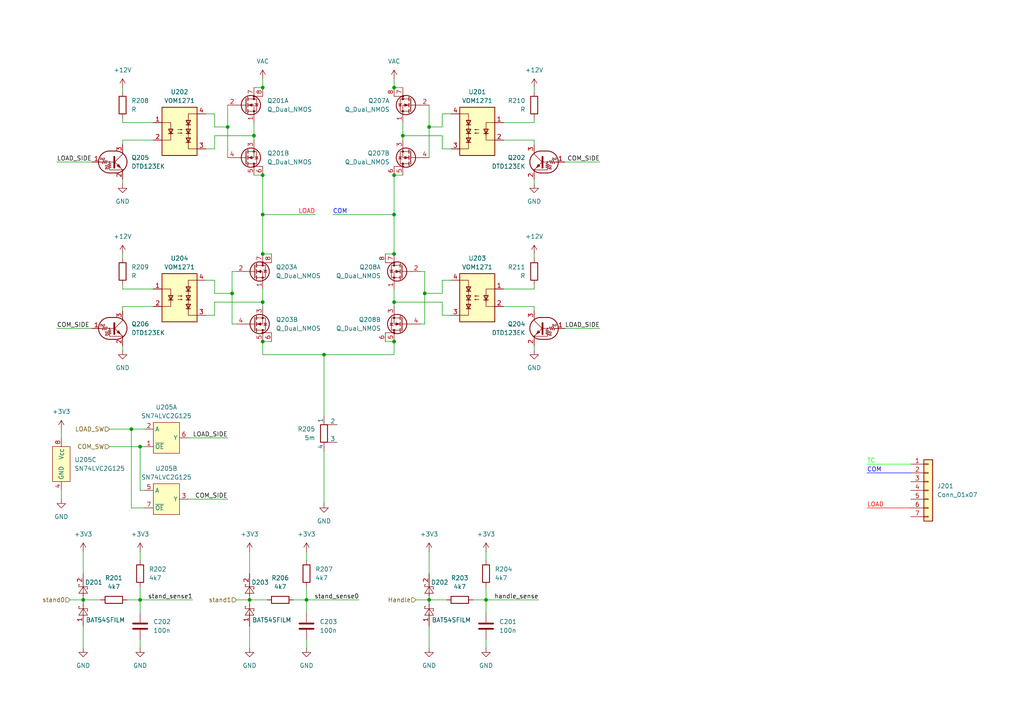
<source format=kicad_sch>
(kicad_sch
	(version 20231120)
	(generator "eeschema")
	(generator_version "8.0")
	(uuid "74f5fcde-faff-4094-a6b0-c57191bcb5dc")
	(paper "A4")
	(lib_symbols
		(symbol "Connector_Generic:Conn_01x07"
			(pin_names
				(offset 1.016) hide)
			(exclude_from_sim no)
			(in_bom yes)
			(on_board yes)
			(property "Reference" "J"
				(at 0 10.16 0)
				(effects
					(font
						(size 1.27 1.27)
					)
				)
			)
			(property "Value" "Conn_01x07"
				(at 0 -10.16 0)
				(effects
					(font
						(size 1.27 1.27)
					)
				)
			)
			(property "Footprint" ""
				(at 0 0 0)
				(effects
					(font
						(size 1.27 1.27)
					)
					(hide yes)
				)
			)
			(property "Datasheet" "~"
				(at 0 0 0)
				(effects
					(font
						(size 1.27 1.27)
					)
					(hide yes)
				)
			)
			(property "Description" "Generic connector, single row, 01x07, script generated (kicad-library-utils/schlib/autogen/connector/)"
				(at 0 0 0)
				(effects
					(font
						(size 1.27 1.27)
					)
					(hide yes)
				)
			)
			(property "ki_keywords" "connector"
				(at 0 0 0)
				(effects
					(font
						(size 1.27 1.27)
					)
					(hide yes)
				)
			)
			(property "ki_fp_filters" "Connector*:*_1x??_*"
				(at 0 0 0)
				(effects
					(font
						(size 1.27 1.27)
					)
					(hide yes)
				)
			)
			(symbol "Conn_01x07_1_1"
				(rectangle
					(start -1.27 -7.493)
					(end 0 -7.747)
					(stroke
						(width 0.1524)
						(type default)
					)
					(fill
						(type none)
					)
				)
				(rectangle
					(start -1.27 -4.953)
					(end 0 -5.207)
					(stroke
						(width 0.1524)
						(type default)
					)
					(fill
						(type none)
					)
				)
				(rectangle
					(start -1.27 -2.413)
					(end 0 -2.667)
					(stroke
						(width 0.1524)
						(type default)
					)
					(fill
						(type none)
					)
				)
				(rectangle
					(start -1.27 0.127)
					(end 0 -0.127)
					(stroke
						(width 0.1524)
						(type default)
					)
					(fill
						(type none)
					)
				)
				(rectangle
					(start -1.27 2.667)
					(end 0 2.413)
					(stroke
						(width 0.1524)
						(type default)
					)
					(fill
						(type none)
					)
				)
				(rectangle
					(start -1.27 5.207)
					(end 0 4.953)
					(stroke
						(width 0.1524)
						(type default)
					)
					(fill
						(type none)
					)
				)
				(rectangle
					(start -1.27 7.747)
					(end 0 7.493)
					(stroke
						(width 0.1524)
						(type default)
					)
					(fill
						(type none)
					)
				)
				(rectangle
					(start -1.27 8.89)
					(end 1.27 -8.89)
					(stroke
						(width 0.254)
						(type default)
					)
					(fill
						(type background)
					)
				)
				(pin passive line
					(at -5.08 7.62 0)
					(length 3.81)
					(name "Pin_1"
						(effects
							(font
								(size 1.27 1.27)
							)
						)
					)
					(number "1"
						(effects
							(font
								(size 1.27 1.27)
							)
						)
					)
				)
				(pin passive line
					(at -5.08 5.08 0)
					(length 3.81)
					(name "Pin_2"
						(effects
							(font
								(size 1.27 1.27)
							)
						)
					)
					(number "2"
						(effects
							(font
								(size 1.27 1.27)
							)
						)
					)
				)
				(pin passive line
					(at -5.08 2.54 0)
					(length 3.81)
					(name "Pin_3"
						(effects
							(font
								(size 1.27 1.27)
							)
						)
					)
					(number "3"
						(effects
							(font
								(size 1.27 1.27)
							)
						)
					)
				)
				(pin passive line
					(at -5.08 0 0)
					(length 3.81)
					(name "Pin_4"
						(effects
							(font
								(size 1.27 1.27)
							)
						)
					)
					(number "4"
						(effects
							(font
								(size 1.27 1.27)
							)
						)
					)
				)
				(pin passive line
					(at -5.08 -2.54 0)
					(length 3.81)
					(name "Pin_5"
						(effects
							(font
								(size 1.27 1.27)
							)
						)
					)
					(number "5"
						(effects
							(font
								(size 1.27 1.27)
							)
						)
					)
				)
				(pin passive line
					(at -5.08 -5.08 0)
					(length 3.81)
					(name "Pin_6"
						(effects
							(font
								(size 1.27 1.27)
							)
						)
					)
					(number "6"
						(effects
							(font
								(size 1.27 1.27)
							)
						)
					)
				)
				(pin passive line
					(at -5.08 -7.62 0)
					(length 3.81)
					(name "Pin_7"
						(effects
							(font
								(size 1.27 1.27)
							)
						)
					)
					(number "7"
						(effects
							(font
								(size 1.27 1.27)
							)
						)
					)
				)
			)
		)
		(symbol "Device:C"
			(pin_numbers hide)
			(pin_names
				(offset 0.254)
			)
			(exclude_from_sim no)
			(in_bom yes)
			(on_board yes)
			(property "Reference" "C"
				(at 0.635 2.54 0)
				(effects
					(font
						(size 1.27 1.27)
					)
					(justify left)
				)
			)
			(property "Value" "C"
				(at 0.635 -2.54 0)
				(effects
					(font
						(size 1.27 1.27)
					)
					(justify left)
				)
			)
			(property "Footprint" ""
				(at 0.9652 -3.81 0)
				(effects
					(font
						(size 1.27 1.27)
					)
					(hide yes)
				)
			)
			(property "Datasheet" "~"
				(at 0 0 0)
				(effects
					(font
						(size 1.27 1.27)
					)
					(hide yes)
				)
			)
			(property "Description" "Unpolarized capacitor"
				(at 0 0 0)
				(effects
					(font
						(size 1.27 1.27)
					)
					(hide yes)
				)
			)
			(property "ki_keywords" "cap capacitor"
				(at 0 0 0)
				(effects
					(font
						(size 1.27 1.27)
					)
					(hide yes)
				)
			)
			(property "ki_fp_filters" "C_*"
				(at 0 0 0)
				(effects
					(font
						(size 1.27 1.27)
					)
					(hide yes)
				)
			)
			(symbol "C_0_1"
				(polyline
					(pts
						(xy -2.032 -0.762) (xy 2.032 -0.762)
					)
					(stroke
						(width 0.508)
						(type default)
					)
					(fill
						(type none)
					)
				)
				(polyline
					(pts
						(xy -2.032 0.762) (xy 2.032 0.762)
					)
					(stroke
						(width 0.508)
						(type default)
					)
					(fill
						(type none)
					)
				)
			)
			(symbol "C_1_1"
				(pin passive line
					(at 0 3.81 270)
					(length 2.794)
					(name "~"
						(effects
							(font
								(size 1.27 1.27)
							)
						)
					)
					(number "1"
						(effects
							(font
								(size 1.27 1.27)
							)
						)
					)
				)
				(pin passive line
					(at 0 -3.81 90)
					(length 2.794)
					(name "~"
						(effects
							(font
								(size 1.27 1.27)
							)
						)
					)
					(number "2"
						(effects
							(font
								(size 1.27 1.27)
							)
						)
					)
				)
			)
		)
		(symbol "Device:Q_Dual_NMOS_S1G1S2G2D2D2D1D1"
			(pin_names
				(offset 0) hide)
			(exclude_from_sim no)
			(in_bom yes)
			(on_board yes)
			(property "Reference" "Q"
				(at 5.08 1.27 0)
				(effects
					(font
						(size 1.27 1.27)
					)
					(justify left)
				)
			)
			(property "Value" "Q_Dual_NMOS_S1G1S2G2D2D2D1D1"
				(at 5.08 -1.27 0)
				(effects
					(font
						(size 1.27 1.27)
					)
					(justify left)
				)
			)
			(property "Footprint" ""
				(at 5.08 0 0)
				(effects
					(font
						(size 1.27 1.27)
					)
					(hide yes)
				)
			)
			(property "Datasheet" "~"
				(at 5.08 0 0)
				(effects
					(font
						(size 1.27 1.27)
					)
					(hide yes)
				)
			)
			(property "Description" "Dual NMOS transistor, 8 pin package"
				(at 0 0 0)
				(effects
					(font
						(size 1.27 1.27)
					)
					(hide yes)
				)
			)
			(property "ki_keywords" "transistor NMOS N-MOS N-MOSFET"
				(at 0 0 0)
				(effects
					(font
						(size 1.27 1.27)
					)
					(hide yes)
				)
			)
			(property "ki_fp_filters" "SO* SOIC*"
				(at 0 0 0)
				(effects
					(font
						(size 1.27 1.27)
					)
					(hide yes)
				)
			)
			(symbol "Q_Dual_NMOS_S1G1S2G2D2D2D1D1_0_1"
				(polyline
					(pts
						(xy 0.254 0) (xy -2.54 0)
					)
					(stroke
						(width 0)
						(type default)
					)
					(fill
						(type none)
					)
				)
				(polyline
					(pts
						(xy 0.254 1.905) (xy 0.254 -1.905)
					)
					(stroke
						(width 0.254)
						(type default)
					)
					(fill
						(type none)
					)
				)
				(polyline
					(pts
						(xy 0.762 -1.27) (xy 0.762 -2.286)
					)
					(stroke
						(width 0.254)
						(type default)
					)
					(fill
						(type none)
					)
				)
				(polyline
					(pts
						(xy 0.762 0.508) (xy 0.762 -0.508)
					)
					(stroke
						(width 0.254)
						(type default)
					)
					(fill
						(type none)
					)
				)
				(polyline
					(pts
						(xy 0.762 2.286) (xy 0.762 1.27)
					)
					(stroke
						(width 0.254)
						(type default)
					)
					(fill
						(type none)
					)
				)
				(polyline
					(pts
						(xy 2.54 2.54) (xy 2.54 1.778)
					)
					(stroke
						(width 0)
						(type default)
					)
					(fill
						(type none)
					)
				)
				(polyline
					(pts
						(xy 5.08 2.54) (xy 2.54 2.54)
					)
					(stroke
						(width 0)
						(type default)
					)
					(fill
						(type none)
					)
				)
				(polyline
					(pts
						(xy 2.54 -2.54) (xy 2.54 0) (xy 0.762 0)
					)
					(stroke
						(width 0)
						(type default)
					)
					(fill
						(type none)
					)
				)
				(polyline
					(pts
						(xy 0.762 -1.778) (xy 3.302 -1.778) (xy 3.302 1.778) (xy 0.762 1.778)
					)
					(stroke
						(width 0)
						(type default)
					)
					(fill
						(type none)
					)
				)
				(polyline
					(pts
						(xy 1.016 0) (xy 2.032 0.381) (xy 2.032 -0.381) (xy 1.016 0)
					)
					(stroke
						(width 0)
						(type default)
					)
					(fill
						(type outline)
					)
				)
				(polyline
					(pts
						(xy 2.794 0.508) (xy 2.921 0.381) (xy 3.683 0.381) (xy 3.81 0.254)
					)
					(stroke
						(width 0)
						(type default)
					)
					(fill
						(type none)
					)
				)
				(polyline
					(pts
						(xy 3.302 0.381) (xy 2.921 -0.254) (xy 3.683 -0.254) (xy 3.302 0.381)
					)
					(stroke
						(width 0)
						(type default)
					)
					(fill
						(type none)
					)
				)
				(circle
					(center 1.651 0)
					(radius 2.794)
					(stroke
						(width 0.254)
						(type default)
					)
					(fill
						(type none)
					)
				)
				(circle
					(center 2.54 -1.778)
					(radius 0.254)
					(stroke
						(width 0)
						(type default)
					)
					(fill
						(type outline)
					)
				)
				(circle
					(center 2.54 1.778)
					(radius 0.254)
					(stroke
						(width 0)
						(type default)
					)
					(fill
						(type outline)
					)
				)
				(circle
					(center 2.54 2.54)
					(radius 0.254)
					(stroke
						(width 0)
						(type default)
					)
					(fill
						(type outline)
					)
				)
			)
			(symbol "Q_Dual_NMOS_S1G1S2G2D2D2D1D1_1_1"
				(pin passive line
					(at 2.54 -5.08 90)
					(length 2.54)
					(name "S"
						(effects
							(font
								(size 1.27 1.27)
							)
						)
					)
					(number "1"
						(effects
							(font
								(size 1.27 1.27)
							)
						)
					)
				)
				(pin input line
					(at -5.08 0 0)
					(length 2.54)
					(name "G"
						(effects
							(font
								(size 1.27 1.27)
							)
						)
					)
					(number "2"
						(effects
							(font
								(size 1.27 1.27)
							)
						)
					)
				)
				(pin passive line
					(at 2.54 5.08 270)
					(length 2.54)
					(name "D"
						(effects
							(font
								(size 1.27 1.27)
							)
						)
					)
					(number "7"
						(effects
							(font
								(size 1.27 1.27)
							)
						)
					)
				)
				(pin passive line
					(at 5.08 5.08 270)
					(length 2.54)
					(name "D"
						(effects
							(font
								(size 1.27 1.27)
							)
						)
					)
					(number "8"
						(effects
							(font
								(size 1.27 1.27)
							)
						)
					)
				)
			)
			(symbol "Q_Dual_NMOS_S1G1S2G2D2D2D1D1_2_1"
				(pin passive line
					(at 2.54 -5.08 90)
					(length 2.54)
					(name "S"
						(effects
							(font
								(size 1.27 1.27)
							)
						)
					)
					(number "3"
						(effects
							(font
								(size 1.27 1.27)
							)
						)
					)
				)
				(pin input line
					(at -5.08 0 0)
					(length 2.54)
					(name "G"
						(effects
							(font
								(size 1.27 1.27)
							)
						)
					)
					(number "4"
						(effects
							(font
								(size 1.27 1.27)
							)
						)
					)
				)
				(pin passive line
					(at 2.54 5.08 270)
					(length 2.54)
					(name "D"
						(effects
							(font
								(size 1.27 1.27)
							)
						)
					)
					(number "5"
						(effects
							(font
								(size 1.27 1.27)
							)
						)
					)
				)
				(pin passive line
					(at 5.08 5.08 270)
					(length 2.54)
					(name "D"
						(effects
							(font
								(size 1.27 1.27)
							)
						)
					)
					(number "6"
						(effects
							(font
								(size 1.27 1.27)
							)
						)
					)
				)
			)
		)
		(symbol "Device:R"
			(pin_numbers hide)
			(pin_names
				(offset 0)
			)
			(exclude_from_sim no)
			(in_bom yes)
			(on_board yes)
			(property "Reference" "R"
				(at 2.032 0 90)
				(effects
					(font
						(size 1.27 1.27)
					)
				)
			)
			(property "Value" "R"
				(at 0 0 90)
				(effects
					(font
						(size 1.27 1.27)
					)
				)
			)
			(property "Footprint" ""
				(at -1.778 0 90)
				(effects
					(font
						(size 1.27 1.27)
					)
					(hide yes)
				)
			)
			(property "Datasheet" "~"
				(at 0 0 0)
				(effects
					(font
						(size 1.27 1.27)
					)
					(hide yes)
				)
			)
			(property "Description" "Resistor"
				(at 0 0 0)
				(effects
					(font
						(size 1.27 1.27)
					)
					(hide yes)
				)
			)
			(property "ki_keywords" "R res resistor"
				(at 0 0 0)
				(effects
					(font
						(size 1.27 1.27)
					)
					(hide yes)
				)
			)
			(property "ki_fp_filters" "R_*"
				(at 0 0 0)
				(effects
					(font
						(size 1.27 1.27)
					)
					(hide yes)
				)
			)
			(symbol "R_0_1"
				(rectangle
					(start -1.016 -2.54)
					(end 1.016 2.54)
					(stroke
						(width 0.254)
						(type default)
					)
					(fill
						(type none)
					)
				)
			)
			(symbol "R_1_1"
				(pin passive line
					(at 0 3.81 270)
					(length 1.27)
					(name "~"
						(effects
							(font
								(size 1.27 1.27)
							)
						)
					)
					(number "1"
						(effects
							(font
								(size 1.27 1.27)
							)
						)
					)
				)
				(pin passive line
					(at 0 -3.81 90)
					(length 1.27)
					(name "~"
						(effects
							(font
								(size 1.27 1.27)
							)
						)
					)
					(number "2"
						(effects
							(font
								(size 1.27 1.27)
							)
						)
					)
				)
			)
		)
		(symbol "Device:R_Shunt"
			(pin_numbers hide)
			(pin_names
				(offset 0)
			)
			(exclude_from_sim no)
			(in_bom yes)
			(on_board yes)
			(property "Reference" "R"
				(at -4.445 0 90)
				(effects
					(font
						(size 1.27 1.27)
					)
				)
			)
			(property "Value" "R_Shunt"
				(at -2.54 0 90)
				(effects
					(font
						(size 1.27 1.27)
					)
				)
			)
			(property "Footprint" ""
				(at -1.778 0 90)
				(effects
					(font
						(size 1.27 1.27)
					)
					(hide yes)
				)
			)
			(property "Datasheet" "~"
				(at 0 0 0)
				(effects
					(font
						(size 1.27 1.27)
					)
					(hide yes)
				)
			)
			(property "Description" "Shunt resistor"
				(at 0 0 0)
				(effects
					(font
						(size 1.27 1.27)
					)
					(hide yes)
				)
			)
			(property "ki_keywords" "R res shunt resistor"
				(at 0 0 0)
				(effects
					(font
						(size 1.27 1.27)
					)
					(hide yes)
				)
			)
			(property "ki_fp_filters" "R_*Shunt*"
				(at 0 0 0)
				(effects
					(font
						(size 1.27 1.27)
					)
					(hide yes)
				)
			)
			(symbol "R_Shunt_0_1"
				(rectangle
					(start -1.016 -2.54)
					(end 1.016 2.54)
					(stroke
						(width 0.254)
						(type default)
					)
					(fill
						(type none)
					)
				)
				(polyline
					(pts
						(xy 0 -2.54) (xy 1.27 -2.54)
					)
					(stroke
						(width 0)
						(type default)
					)
					(fill
						(type none)
					)
				)
				(polyline
					(pts
						(xy 1.27 2.54) (xy 0 2.54)
					)
					(stroke
						(width 0)
						(type default)
					)
					(fill
						(type none)
					)
				)
			)
			(symbol "R_Shunt_1_1"
				(pin passive line
					(at 0 5.08 270)
					(length 2.54)
					(name "1"
						(effects
							(font
								(size 1.27 1.27)
							)
						)
					)
					(number "1"
						(effects
							(font
								(size 1.27 1.27)
							)
						)
					)
				)
				(pin passive line
					(at 3.81 2.54 180)
					(length 2.54)
					(name "2"
						(effects
							(font
								(size 1.27 1.27)
							)
						)
					)
					(number "2"
						(effects
							(font
								(size 1.27 1.27)
							)
						)
					)
				)
				(pin passive line
					(at 3.81 -2.54 180)
					(length 2.54)
					(name "3"
						(effects
							(font
								(size 1.27 1.27)
							)
						)
					)
					(number "3"
						(effects
							(font
								(size 1.27 1.27)
							)
						)
					)
				)
				(pin passive line
					(at 0 -5.08 90)
					(length 2.54)
					(name "4"
						(effects
							(font
								(size 1.27 1.27)
							)
						)
					)
					(number "4"
						(effects
							(font
								(size 1.27 1.27)
							)
						)
					)
				)
			)
		)
		(symbol "Transistor_BJT:DTD123E"
			(pin_names
				(offset 0) hide)
			(exclude_from_sim no)
			(in_bom yes)
			(on_board yes)
			(property "Reference" "Q"
				(at 5.08 1.905 0)
				(effects
					(font
						(size 1.27 1.27)
					)
					(justify left)
				)
			)
			(property "Value" "DTD123E"
				(at 5.08 0 0)
				(effects
					(font
						(size 1.27 1.27)
					)
					(justify left)
				)
			)
			(property "Footprint" ""
				(at 0 0 0)
				(effects
					(font
						(size 1.27 1.27)
					)
					(justify left)
					(hide yes)
				)
			)
			(property "Datasheet" ""
				(at 0 0 0)
				(effects
					(font
						(size 1.27 1.27)
					)
					(justify left)
					(hide yes)
				)
			)
			(property "Description" "Digital NPN Transistor, 2k2/2k2, SOT-23"
				(at 0 0 0)
				(effects
					(font
						(size 1.27 1.27)
					)
					(hide yes)
				)
			)
			(property "ki_keywords" "ROHM Digital NPN Transistor"
				(at 0 0 0)
				(effects
					(font
						(size 1.27 1.27)
					)
					(hide yes)
				)
			)
			(property "ki_fp_filters" "SOT?23* SC?59*"
				(at 0 0 0)
				(effects
					(font
						(size 1.27 1.27)
					)
					(hide yes)
				)
			)
			(symbol "DTD123E_0_0"
				(text "2k2"
					(at -3.302 0.889 0)
					(effects
						(font
							(size 0.508 0.508)
						)
					)
				)
				(text "2k2"
					(at -2.159 -1.524 900)
					(effects
						(font
							(size 0.508 0.508)
						)
					)
				)
			)
			(symbol "DTD123E_0_1"
				(circle
					(center -1.27 0)
					(radius 0.127)
					(stroke
						(width 0)
						(type default)
					)
					(fill
						(type none)
					)
				)
				(arc
					(start -1.27 3.175)
					(mid -4.4312 0)
					(end -1.27 -3.175)
					(stroke
						(width 0.254)
						(type default)
					)
					(fill
						(type none)
					)
				)
				(polyline
					(pts
						(xy -3.429 0) (xy -3.81 0)
					)
					(stroke
						(width 0)
						(type default)
					)
					(fill
						(type none)
					)
				)
				(polyline
					(pts
						(xy -1.27 -3.175) (xy 0.635 -3.175)
					)
					(stroke
						(width 0.254)
						(type default)
					)
					(fill
						(type none)
					)
				)
				(polyline
					(pts
						(xy -1.27 3.175) (xy 0.635 3.175)
					)
					(stroke
						(width 0.254)
						(type default)
					)
					(fill
						(type none)
					)
				)
				(polyline
					(pts
						(xy 0 -0.254) (xy 2.54 2.286)
					)
					(stroke
						(width 0)
						(type default)
					)
					(fill
						(type none)
					)
				)
				(polyline
					(pts
						(xy 0.127 1.524) (xy 0.127 -1.651)
					)
					(stroke
						(width 0.508)
						(type default)
					)
					(fill
						(type outline)
					)
				)
				(polyline
					(pts
						(xy 2.54 2.286) (xy 2.54 2.54)
					)
					(stroke
						(width 0)
						(type default)
					)
					(fill
						(type none)
					)
				)
				(polyline
					(pts
						(xy 2.54 -2.286) (xy 0 0.254) (xy 0 0.254)
					)
					(stroke
						(width 0)
						(type default)
					)
					(fill
						(type none)
					)
				)
				(polyline
					(pts
						(xy 0.889 -1.143) (xy 1.397 -0.635) (xy 1.905 -1.651) (xy 0.889 -1.143)
					)
					(stroke
						(width 0)
						(type default)
					)
					(fill
						(type outline)
					)
				)
				(polyline
					(pts
						(xy 0 0) (xy -1.905 0) (xy -2.032 0.508) (xy -2.286 -0.508) (xy -2.54 0.508) (xy -2.794 -0.508)
						(xy -3.048 0.508) (xy -3.302 -0.508) (xy -3.429 0)
					)
					(stroke
						(width 0)
						(type default)
					)
					(fill
						(type none)
					)
				)
				(polyline
					(pts
						(xy -1.27 0) (xy -1.27 -0.381) (xy -0.762 -0.508) (xy -1.778 -0.762) (xy -0.762 -1.016) (xy -1.778 -1.27)
						(xy -0.762 -1.524) (xy -1.778 -1.778) (xy -1.27 -1.905) (xy -1.27 -2.286) (xy 2.54 -2.286)
					)
					(stroke
						(width 0)
						(type default)
					)
					(fill
						(type none)
					)
				)
				(arc
					(start 0.635 -3.175)
					(mid 3.7962 0)
					(end 0.635 3.175)
					(stroke
						(width 0.254)
						(type default)
					)
					(fill
						(type none)
					)
				)
				(circle
					(center 2.54 -2.286)
					(radius 0.127)
					(stroke
						(width 0)
						(type default)
					)
					(fill
						(type none)
					)
				)
			)
			(symbol "DTD123E_1_1"
				(pin input line
					(at -6.35 0 0)
					(length 2.54)
					(name "B"
						(effects
							(font
								(size 1.27 1.27)
							)
						)
					)
					(number "1"
						(effects
							(font
								(size 1.27 1.27)
							)
						)
					)
				)
				(pin passive line
					(at 2.54 -5.08 90)
					(length 2.54)
					(name "E"
						(effects
							(font
								(size 1.27 1.27)
							)
						)
					)
					(number "2"
						(effects
							(font
								(size 1.27 1.27)
							)
						)
					)
				)
				(pin passive line
					(at 2.54 5.08 270)
					(length 2.54)
					(name "C"
						(effects
							(font
								(size 1.27 1.27)
							)
						)
					)
					(number "3"
						(effects
							(font
								(size 1.27 1.27)
							)
						)
					)
				)
			)
		)
		(symbol "mylib_diodes:BAT54SFILM"
			(exclude_from_sim no)
			(in_bom yes)
			(on_board yes)
			(property "Reference" "D"
				(at 0 5.588 0)
				(effects
					(font
						(size 1.27 1.27)
					)
				)
			)
			(property "Value" "BAT54SFILM"
				(at 0 0 0)
				(effects
					(font
						(size 1.27 1.27)
					)
				)
			)
			(property "Footprint" "Package_TO_SOT_SMD:SOT-23"
				(at 0 0 0)
				(effects
					(font
						(size 1.27 1.27)
					)
					(hide yes)
				)
			)
			(property "Datasheet" ""
				(at 0 0 0)
				(effects
					(font
						(size 1.27 1.27)
					)
					(hide yes)
				)
			)
			(property "Description" ""
				(at 0 0 0)
				(effects
					(font
						(size 1.27 1.27)
					)
					(hide yes)
				)
			)
			(property "Mouser" "511-BAT54SFILM"
				(at 0 0 0)
				(effects
					(font
						(size 1.27 1.27)
					)
				)
			)
			(symbol "BAT54SFILM_0_1"
				(polyline
					(pts
						(xy -3.81 0) (xy -1.27 0)
					)
					(stroke
						(width 0)
						(type default)
					)
					(fill
						(type none)
					)
				)
				(polyline
					(pts
						(xy -3.175 -1.27) (xy -3.175 -1.016)
					)
					(stroke
						(width 0)
						(type default)
					)
					(fill
						(type none)
					)
				)
				(polyline
					(pts
						(xy -2.54 -1.27) (xy -3.175 -1.27)
					)
					(stroke
						(width 0)
						(type default)
					)
					(fill
						(type none)
					)
				)
				(polyline
					(pts
						(xy -2.54 -1.27) (xy -2.54 1.27)
					)
					(stroke
						(width 0)
						(type default)
					)
					(fill
						(type none)
					)
				)
				(polyline
					(pts
						(xy -2.54 1.27) (xy -1.905 1.27)
					)
					(stroke
						(width 0)
						(type default)
					)
					(fill
						(type none)
					)
				)
				(polyline
					(pts
						(xy -1.905 0) (xy 1.905 0)
					)
					(stroke
						(width 0)
						(type default)
					)
					(fill
						(type none)
					)
				)
				(polyline
					(pts
						(xy -1.905 1.27) (xy -1.905 1.016)
					)
					(stroke
						(width 0)
						(type default)
					)
					(fill
						(type none)
					)
				)
				(polyline
					(pts
						(xy 1.27 0) (xy 3.81 0)
					)
					(stroke
						(width 0)
						(type default)
					)
					(fill
						(type none)
					)
				)
				(polyline
					(pts
						(xy 3.175 -1.27) (xy 3.175 -1.016)
					)
					(stroke
						(width 0)
						(type default)
					)
					(fill
						(type none)
					)
				)
				(polyline
					(pts
						(xy 3.81 -1.27) (xy 3.175 -1.27)
					)
					(stroke
						(width 0)
						(type default)
					)
					(fill
						(type none)
					)
				)
				(polyline
					(pts
						(xy 3.81 -1.27) (xy 3.81 1.27)
					)
					(stroke
						(width 0)
						(type default)
					)
					(fill
						(type none)
					)
				)
				(polyline
					(pts
						(xy 3.81 1.27) (xy 4.445 1.27)
					)
					(stroke
						(width 0)
						(type default)
					)
					(fill
						(type none)
					)
				)
				(polyline
					(pts
						(xy 4.445 1.27) (xy 4.445 1.016)
					)
					(stroke
						(width 0)
						(type default)
					)
					(fill
						(type none)
					)
				)
				(polyline
					(pts
						(xy -4.445 1.27) (xy -4.445 -1.27) (xy -2.54 0) (xy -4.445 1.27)
					)
					(stroke
						(width 0)
						(type default)
					)
					(fill
						(type none)
					)
				)
				(polyline
					(pts
						(xy 1.905 1.27) (xy 1.905 -1.27) (xy 3.81 0) (xy 1.905 1.27)
					)
					(stroke
						(width 0)
						(type default)
					)
					(fill
						(type none)
					)
				)
			)
			(symbol "BAT54SFILM_1_1"
				(pin passive line
					(at -7.62 0 0)
					(length 3.81)
					(name ""
						(effects
							(font
								(size 1.27 1.27)
							)
						)
					)
					(number "1"
						(effects
							(font
								(size 1.27 1.27)
							)
						)
					)
				)
				(pin passive line
					(at 7.62 0 180)
					(length 3.81)
					(name ""
						(effects
							(font
								(size 1.27 1.27)
							)
						)
					)
					(number "2"
						(effects
							(font
								(size 1.27 1.27)
							)
						)
					)
				)
				(pin passive line
					(at 0 0 0)
					(length 0) hide
					(name ""
						(effects
							(font
								(size 1.27 1.27)
							)
						)
					)
					(number "3"
						(effects
							(font
								(size 1.27 1.27)
							)
						)
					)
				)
			)
		)
		(symbol "mylib_diodes:VOM1271"
			(exclude_from_sim no)
			(in_bom yes)
			(on_board yes)
			(property "Reference" "U"
				(at 0 7.874 0)
				(effects
					(font
						(size 1.27 1.27)
					)
				)
			)
			(property "Value" "VOM1271"
				(at -5.08 6.35 0)
				(effects
					(font
						(size 1.27 1.27)
					)
				)
			)
			(property "Footprint" "mylib_ic:SOP-4_3.8x4.1mm_P2.54mm"
				(at -5.08 6.35 0)
				(effects
					(font
						(size 1.27 1.27)
					)
					(hide yes)
				)
			)
			(property "Datasheet" "https://www.vishay.com/docs/83469/vom1271.pdf"
				(at -5.08 6.35 0)
				(effects
					(font
						(size 1.27 1.27)
					)
					(hide yes)
				)
			)
			(property "Description" ""
				(at -5.08 6.35 0)
				(effects
					(font
						(size 1.27 1.27)
					)
					(hide yes)
				)
			)
			(symbol "VOM1271_0_1"
				(rectangle
					(start -5.08 6.985)
					(end 5.08 -6.985)
					(stroke
						(width 0.254)
						(type default)
					)
					(fill
						(type background)
					)
				)
				(polyline
					(pts
						(xy -3.175 -0.635) (xy -1.905 -0.635)
					)
					(stroke
						(width 0.254)
						(type default)
					)
					(fill
						(type none)
					)
				)
				(polyline
					(pts
						(xy 1.905 -3.175) (xy 3.175 -3.175)
					)
					(stroke
						(width 0.254)
						(type default)
					)
					(fill
						(type none)
					)
				)
				(polyline
					(pts
						(xy 1.905 -0.635) (xy 3.175 -0.635)
					)
					(stroke
						(width 0.254)
						(type default)
					)
					(fill
						(type none)
					)
				)
				(polyline
					(pts
						(xy 1.905 1.905) (xy 3.175 1.905)
					)
					(stroke
						(width 0.254)
						(type default)
					)
					(fill
						(type none)
					)
				)
				(polyline
					(pts
						(xy -2.54 -0.635) (xy -2.54 -2.54) (xy -5.08 -2.54)
					)
					(stroke
						(width 0)
						(type default)
					)
					(fill
						(type none)
					)
				)
				(polyline
					(pts
						(xy -5.08 2.54) (xy -2.54 2.54) (xy -2.54 -1.27) (xy -2.54 0.635)
					)
					(stroke
						(width 0)
						(type default)
					)
					(fill
						(type none)
					)
				)
				(polyline
					(pts
						(xy -2.54 -0.635) (xy -3.175 0.635) (xy -1.905 0.635) (xy -2.54 -0.635)
					)
					(stroke
						(width 0.254)
						(type default)
					)
					(fill
						(type none)
					)
				)
				(polyline
					(pts
						(xy 2.54 -3.175) (xy 1.905 -1.905) (xy 3.175 -1.905) (xy 2.54 -3.175)
					)
					(stroke
						(width 0.254)
						(type default)
					)
					(fill
						(type none)
					)
				)
				(polyline
					(pts
						(xy 2.54 -0.635) (xy 1.905 0.635) (xy 3.175 0.635) (xy 2.54 -0.635)
					)
					(stroke
						(width 0.254)
						(type default)
					)
					(fill
						(type none)
					)
				)
				(polyline
					(pts
						(xy 2.54 1.905) (xy 1.905 3.175) (xy 3.175 3.175) (xy 2.54 1.905)
					)
					(stroke
						(width 0.254)
						(type default)
					)
					(fill
						(type none)
					)
				)
				(polyline
					(pts
						(xy -0.508 -0.508) (xy 0.762 -0.508) (xy 0.381 -0.635) (xy 0.381 -0.381) (xy 0.762 -0.508)
					)
					(stroke
						(width 0)
						(type default)
					)
					(fill
						(type none)
					)
				)
				(polyline
					(pts
						(xy -0.508 0.508) (xy 0.762 0.508) (xy 0.381 0.381) (xy 0.381 0.635) (xy 0.762 0.508)
					)
					(stroke
						(width 0)
						(type default)
					)
					(fill
						(type none)
					)
				)
			)
			(symbol "VOM1271_1_1"
				(polyline
					(pts
						(xy 2.54 -3.175) (xy 2.54 3.175)
					)
					(stroke
						(width 0)
						(type default)
					)
					(fill
						(type none)
					)
				)
				(polyline
					(pts
						(xy 2.54 3.175) (xy 2.54 5.08) (xy 5.08 5.08)
					)
					(stroke
						(width 0)
						(type default)
					)
					(fill
						(type none)
					)
				)
				(polyline
					(pts
						(xy 5.08 -5.08) (xy 2.54 -5.08) (xy 2.54 -3.175)
					)
					(stroke
						(width 0)
						(type default)
					)
					(fill
						(type none)
					)
				)
				(pin passive line
					(at -7.62 2.54 0)
					(length 2.54)
					(name "~"
						(effects
							(font
								(size 1.27 1.27)
							)
						)
					)
					(number "1"
						(effects
							(font
								(size 1.27 1.27)
							)
						)
					)
				)
				(pin passive line
					(at -7.62 -2.54 0)
					(length 2.54)
					(name "~"
						(effects
							(font
								(size 1.27 1.27)
							)
						)
					)
					(number "2"
						(effects
							(font
								(size 1.27 1.27)
							)
						)
					)
				)
				(pin passive line
					(at 7.62 -5.08 180)
					(length 2.54)
					(name "~"
						(effects
							(font
								(size 1.27 1.27)
							)
						)
					)
					(number "3"
						(effects
							(font
								(size 1.27 1.27)
							)
						)
					)
				)
				(pin passive line
					(at 7.62 5.08 180)
					(length 2.54)
					(name "~"
						(effects
							(font
								(size 1.27 1.27)
							)
						)
					)
					(number "4"
						(effects
							(font
								(size 1.27 1.27)
							)
						)
					)
				)
			)
		)
		(symbol "mylib_ic:SN74LVC2G125"
			(exclude_from_sim no)
			(in_bom yes)
			(on_board yes)
			(property "Reference" "U"
				(at -1.905 5.715 0)
				(effects
					(font
						(size 1.27 1.27)
					)
				)
			)
			(property "Value" "SN74LVC2G125"
				(at 0 -7.62 0)
				(effects
					(font
						(size 1.27 1.27)
					)
				)
			)
			(property "Footprint" "Package_SO:VSSOP-8_2.3x2mm_P0.5mm"
				(at -3.81 0.635 0)
				(effects
					(font
						(size 1.27 1.27)
					)
					(hide yes)
				)
			)
			(property "Datasheet" "https://www.ti.com/lit/ds/symlink/sn74lvc2g125.pdf?ts=1710498639658&ref_url=https%253A%252F%252Fwww.ti.com%252Fproduct%252FSN74LVC2G125"
				(at -3.81 0.635 0)
				(effects
					(font
						(size 1.27 1.27)
					)
					(hide yes)
				)
			)
			(property "Description" ""
				(at -3.81 0.635 0)
				(effects
					(font
						(size 1.27 1.27)
					)
					(hide yes)
				)
			)
			(property "ki_locked" ""
				(at 0 0 0)
				(effects
					(font
						(size 1.27 1.27)
					)
				)
			)
			(symbol "SN74LVC2G125_1_1"
				(rectangle
					(start -3.81 4.445)
					(end 3.81 -4.445)
					(stroke
						(width 0)
						(type default)
					)
					(fill
						(type background)
					)
				)
				(pin input line
					(at -6.35 -2.54 0)
					(length 2.54)
					(name "~{OE}"
						(effects
							(font
								(size 1.27 1.27)
							)
						)
					)
					(number "1"
						(effects
							(font
								(size 1.27 1.27)
							)
						)
					)
				)
				(pin input line
					(at -6.35 2.54 0)
					(length 2.54)
					(name "A"
						(effects
							(font
								(size 1.27 1.27)
							)
						)
					)
					(number "2"
						(effects
							(font
								(size 1.27 1.27)
							)
						)
					)
				)
				(pin input line
					(at 6.35 0 180)
					(length 2.54)
					(name "Y"
						(effects
							(font
								(size 1.27 1.27)
							)
						)
					)
					(number "6"
						(effects
							(font
								(size 1.27 1.27)
							)
						)
					)
				)
			)
			(symbol "SN74LVC2G125_2_1"
				(rectangle
					(start -3.81 4.445)
					(end 3.81 -4.445)
					(stroke
						(width 0)
						(type default)
					)
					(fill
						(type background)
					)
				)
				(pin input line
					(at 6.35 0 180)
					(length 2.54)
					(name "Y"
						(effects
							(font
								(size 1.27 1.27)
							)
						)
					)
					(number "3"
						(effects
							(font
								(size 1.27 1.27)
							)
						)
					)
				)
				(pin input line
					(at -6.35 2.54 0)
					(length 2.54)
					(name "A"
						(effects
							(font
								(size 1.27 1.27)
							)
						)
					)
					(number "5"
						(effects
							(font
								(size 1.27 1.27)
							)
						)
					)
				)
				(pin input line
					(at -6.35 -2.54 0)
					(length 2.54)
					(name "~{OE}"
						(effects
							(font
								(size 1.27 1.27)
							)
						)
					)
					(number "7"
						(effects
							(font
								(size 1.27 1.27)
							)
						)
					)
				)
			)
			(symbol "SN74LVC2G125_3_1"
				(rectangle
					(start -2.54 5.08)
					(end 2.54 -5.08)
					(stroke
						(width 0)
						(type default)
					)
					(fill
						(type background)
					)
				)
				(pin input line
					(at 0 -7.62 90)
					(length 2.54)
					(name "GND"
						(effects
							(font
								(size 1.27 1.27)
							)
						)
					)
					(number "4"
						(effects
							(font
								(size 1.27 1.27)
							)
						)
					)
				)
				(pin input line
					(at 0 7.62 270)
					(length 2.54)
					(name "V_{CC}"
						(effects
							(font
								(size 1.27 1.27)
							)
						)
					)
					(number "8"
						(effects
							(font
								(size 1.27 1.27)
							)
						)
					)
				)
			)
		)
		(symbol "mylib_power:VAC"
			(power)
			(pin_names
				(offset 0)
			)
			(exclude_from_sim no)
			(in_bom yes)
			(on_board yes)
			(property "Reference" "#PWR"
				(at 0 -3.81 0)
				(effects
					(font
						(size 1.27 1.27)
					)
					(hide yes)
				)
			)
			(property "Value" "VAC"
				(at 0 3.81 0)
				(effects
					(font
						(size 1.27 1.27)
					)
				)
			)
			(property "Footprint" ""
				(at 0 0 0)
				(effects
					(font
						(size 1.27 1.27)
					)
					(hide yes)
				)
			)
			(property "Datasheet" ""
				(at 0 0 0)
				(effects
					(font
						(size 1.27 1.27)
					)
					(hide yes)
				)
			)
			(property "Description" "Power symbol creates a global label with name \"VAC\""
				(at 0 0 0)
				(effects
					(font
						(size 1.27 1.27)
					)
					(hide yes)
				)
			)
			(property "ki_keywords" "global power"
				(at 0 0 0)
				(effects
					(font
						(size 1.27 1.27)
					)
					(hide yes)
				)
			)
			(symbol "VAC_0_1"
				(polyline
					(pts
						(xy -0.762 1.27) (xy 0 2.54)
					)
					(stroke
						(width 0)
						(type default)
					)
					(fill
						(type none)
					)
				)
				(polyline
					(pts
						(xy 0 0) (xy 0 2.54)
					)
					(stroke
						(width 0)
						(type default)
					)
					(fill
						(type none)
					)
				)
				(polyline
					(pts
						(xy 0 2.54) (xy 0.762 1.27)
					)
					(stroke
						(width 0)
						(type default)
					)
					(fill
						(type none)
					)
				)
			)
			(symbol "VAC_1_1"
				(pin power_in line
					(at 0 0 90)
					(length 0) hide
					(name "VAC"
						(effects
							(font
								(size 1.27 1.27)
							)
						)
					)
					(number "1"
						(effects
							(font
								(size 1.27 1.27)
							)
						)
					)
				)
			)
		)
		(symbol "power:+12V"
			(power)
			(pin_numbers hide)
			(pin_names
				(offset 0) hide)
			(exclude_from_sim no)
			(in_bom yes)
			(on_board yes)
			(property "Reference" "#PWR"
				(at 0 -3.81 0)
				(effects
					(font
						(size 1.27 1.27)
					)
					(hide yes)
				)
			)
			(property "Value" "+12V"
				(at 0 3.556 0)
				(effects
					(font
						(size 1.27 1.27)
					)
				)
			)
			(property "Footprint" ""
				(at 0 0 0)
				(effects
					(font
						(size 1.27 1.27)
					)
					(hide yes)
				)
			)
			(property "Datasheet" ""
				(at 0 0 0)
				(effects
					(font
						(size 1.27 1.27)
					)
					(hide yes)
				)
			)
			(property "Description" "Power symbol creates a global label with name \"+12V\""
				(at 0 0 0)
				(effects
					(font
						(size 1.27 1.27)
					)
					(hide yes)
				)
			)
			(property "ki_keywords" "global power"
				(at 0 0 0)
				(effects
					(font
						(size 1.27 1.27)
					)
					(hide yes)
				)
			)
			(symbol "+12V_0_1"
				(polyline
					(pts
						(xy -0.762 1.27) (xy 0 2.54)
					)
					(stroke
						(width 0)
						(type default)
					)
					(fill
						(type none)
					)
				)
				(polyline
					(pts
						(xy 0 0) (xy 0 2.54)
					)
					(stroke
						(width 0)
						(type default)
					)
					(fill
						(type none)
					)
				)
				(polyline
					(pts
						(xy 0 2.54) (xy 0.762 1.27)
					)
					(stroke
						(width 0)
						(type default)
					)
					(fill
						(type none)
					)
				)
			)
			(symbol "+12V_1_1"
				(pin power_in line
					(at 0 0 90)
					(length 0)
					(name "~"
						(effects
							(font
								(size 1.27 1.27)
							)
						)
					)
					(number "1"
						(effects
							(font
								(size 1.27 1.27)
							)
						)
					)
				)
			)
		)
		(symbol "power:+3V3"
			(power)
			(pin_numbers hide)
			(pin_names
				(offset 0) hide)
			(exclude_from_sim no)
			(in_bom yes)
			(on_board yes)
			(property "Reference" "#PWR"
				(at 0 -3.81 0)
				(effects
					(font
						(size 1.27 1.27)
					)
					(hide yes)
				)
			)
			(property "Value" "+3V3"
				(at 0 3.556 0)
				(effects
					(font
						(size 1.27 1.27)
					)
				)
			)
			(property "Footprint" ""
				(at 0 0 0)
				(effects
					(font
						(size 1.27 1.27)
					)
					(hide yes)
				)
			)
			(property "Datasheet" ""
				(at 0 0 0)
				(effects
					(font
						(size 1.27 1.27)
					)
					(hide yes)
				)
			)
			(property "Description" "Power symbol creates a global label with name \"+3V3\""
				(at 0 0 0)
				(effects
					(font
						(size 1.27 1.27)
					)
					(hide yes)
				)
			)
			(property "ki_keywords" "global power"
				(at 0 0 0)
				(effects
					(font
						(size 1.27 1.27)
					)
					(hide yes)
				)
			)
			(symbol "+3V3_0_1"
				(polyline
					(pts
						(xy -0.762 1.27) (xy 0 2.54)
					)
					(stroke
						(width 0)
						(type default)
					)
					(fill
						(type none)
					)
				)
				(polyline
					(pts
						(xy 0 0) (xy 0 2.54)
					)
					(stroke
						(width 0)
						(type default)
					)
					(fill
						(type none)
					)
				)
				(polyline
					(pts
						(xy 0 2.54) (xy 0.762 1.27)
					)
					(stroke
						(width 0)
						(type default)
					)
					(fill
						(type none)
					)
				)
			)
			(symbol "+3V3_1_1"
				(pin power_in line
					(at 0 0 90)
					(length 0)
					(name "~"
						(effects
							(font
								(size 1.27 1.27)
							)
						)
					)
					(number "1"
						(effects
							(font
								(size 1.27 1.27)
							)
						)
					)
				)
			)
		)
		(symbol "power:GND"
			(power)
			(pin_numbers hide)
			(pin_names
				(offset 0) hide)
			(exclude_from_sim no)
			(in_bom yes)
			(on_board yes)
			(property "Reference" "#PWR"
				(at 0 -6.35 0)
				(effects
					(font
						(size 1.27 1.27)
					)
					(hide yes)
				)
			)
			(property "Value" "GND"
				(at 0 -3.81 0)
				(effects
					(font
						(size 1.27 1.27)
					)
				)
			)
			(property "Footprint" ""
				(at 0 0 0)
				(effects
					(font
						(size 1.27 1.27)
					)
					(hide yes)
				)
			)
			(property "Datasheet" ""
				(at 0 0 0)
				(effects
					(font
						(size 1.27 1.27)
					)
					(hide yes)
				)
			)
			(property "Description" "Power symbol creates a global label with name \"GND\" , ground"
				(at 0 0 0)
				(effects
					(font
						(size 1.27 1.27)
					)
					(hide yes)
				)
			)
			(property "ki_keywords" "global power"
				(at 0 0 0)
				(effects
					(font
						(size 1.27 1.27)
					)
					(hide yes)
				)
			)
			(symbol "GND_0_1"
				(polyline
					(pts
						(xy 0 0) (xy 0 -1.27) (xy 1.27 -1.27) (xy 0 -2.54) (xy -1.27 -1.27) (xy 0 -1.27)
					)
					(stroke
						(width 0)
						(type default)
					)
					(fill
						(type none)
					)
				)
			)
			(symbol "GND_1_1"
				(pin power_in line
					(at 0 0 270)
					(length 0)
					(name "~"
						(effects
							(font
								(size 1.27 1.27)
							)
						)
					)
					(number "1"
						(effects
							(font
								(size 1.27 1.27)
							)
						)
					)
				)
			)
		)
	)
	(junction
		(at 114.3 25.4)
		(diameter 0)
		(color 0 0 0 0)
		(uuid "11f38f61-85fd-445d-a9e3-ef48264ceac1")
	)
	(junction
		(at 93.98 102.87)
		(diameter 0)
		(color 0 0 0 0)
		(uuid "2477d086-ad97-404b-84d6-93a43f9b109f")
	)
	(junction
		(at 114.3 73.66)
		(diameter 0)
		(color 0 0 0 0)
		(uuid "27acbab7-53d4-4602-832f-aa38a2df54c1")
	)
	(junction
		(at 114.3 87.63)
		(diameter 0)
		(color 0 0 0 0)
		(uuid "32322114-abb5-4fd3-8bde-47e776545a10")
	)
	(junction
		(at 76.2 50.8)
		(diameter 0)
		(color 0 0 0 0)
		(uuid "38503690-2c1d-4f21-bc97-ca3b9e1b6c4d")
	)
	(junction
		(at 76.2 73.66)
		(diameter 0)
		(color 0 0 0 0)
		(uuid "54eb5140-d255-4223-8dc3-228be371dcc7")
	)
	(junction
		(at 76.2 62.23)
		(diameter 0)
		(color 0 0 0 0)
		(uuid "57266503-01af-4588-b1b1-0ba40f94245a")
	)
	(junction
		(at 114.3 50.8)
		(diameter 0)
		(color 0 0 0 0)
		(uuid "5dd1b1ed-6593-43ec-9b29-7f88d3f1ef87")
	)
	(junction
		(at 124.46 36.83)
		(diameter 0)
		(color 0 0 0 0)
		(uuid "60dfa18b-c458-4685-91f5-01278d2f350e")
	)
	(junction
		(at 88.9 173.99)
		(diameter 0)
		(color 0 0 0 0)
		(uuid "6224adfd-9c4a-46d9-841f-9ec174297938")
	)
	(junction
		(at 114.3 62.23)
		(diameter 0)
		(color 0 0 0 0)
		(uuid "63dc6232-91eb-40e3-8fb4-571728305932")
	)
	(junction
		(at 140.97 173.99)
		(diameter 0)
		(color 0 0 0 0)
		(uuid "72e69855-c86c-46ce-ae5c-a352e9a4ca42")
	)
	(junction
		(at 124.46 173.99)
		(diameter 0)
		(color 0 0 0 0)
		(uuid "7565c1d4-75c7-4f96-83c6-b903b7183c79")
	)
	(junction
		(at 116.84 39.37)
		(diameter 0)
		(color 0 0 0 0)
		(uuid "7b41c198-356f-4a5b-8202-fc52be7bd65c")
	)
	(junction
		(at 40.64 173.99)
		(diameter 0)
		(color 0 0 0 0)
		(uuid "88dc338c-aaa5-4227-809c-15ceedfea129")
	)
	(junction
		(at 38.1 124.46)
		(diameter 0)
		(color 0 0 0 0)
		(uuid "8e9b90a0-46c2-4c48-a723-2a223c2bba38")
	)
	(junction
		(at 66.04 36.83)
		(diameter 0)
		(color 0 0 0 0)
		(uuid "9594702e-24f7-40d8-9505-4f5119e16fa3")
	)
	(junction
		(at 123.19 85.09)
		(diameter 0)
		(color 0 0 0 0)
		(uuid "95bc51a0-3bc7-4910-acfa-686dda2b4698")
	)
	(junction
		(at 76.2 25.4)
		(diameter 0)
		(color 0 0 0 0)
		(uuid "a2579ad6-3f9f-4e72-bb16-9233ccd3697c")
	)
	(junction
		(at 67.31 85.09)
		(diameter 0)
		(color 0 0 0 0)
		(uuid "b8f8b587-6381-4058-8abc-3e28c058baca")
	)
	(junction
		(at 76.2 87.63)
		(diameter 0)
		(color 0 0 0 0)
		(uuid "bb5e205b-dca0-4860-8862-a586be482044")
	)
	(junction
		(at 72.39 173.99)
		(diameter 0)
		(color 0 0 0 0)
		(uuid "c0b5861a-47cf-434d-bc48-7bcc62f1b771")
	)
	(junction
		(at 24.13 173.99)
		(diameter 0)
		(color 0 0 0 0)
		(uuid "c236067f-0881-48ab-a5b3-30ed9d448c85")
	)
	(junction
		(at 76.2 99.06)
		(diameter 0)
		(color 0 0 0 0)
		(uuid "c283ec16-d50d-49ed-af54-a1e0d6e39e00")
	)
	(junction
		(at 73.66 39.37)
		(diameter 0)
		(color 0 0 0 0)
		(uuid "cdd40a5d-b2e7-4cf2-bcb2-e133ec20f595")
	)
	(junction
		(at 40.64 129.54)
		(diameter 0)
		(color 0 0 0 0)
		(uuid "d99a3bdf-dde3-4647-8b93-0a59e4a492db")
	)
	(junction
		(at 114.3 99.06)
		(diameter 0)
		(color 0 0 0 0)
		(uuid "e5c6644c-7b34-4655-b7df-8c1cd931364f")
	)
	(wire
		(pts
			(xy 62.23 85.09) (xy 62.23 81.28)
		)
		(stroke
			(width 0)
			(type default)
		)
		(uuid "007c1b78-de0f-4a33-b033-e1014ee4a71f")
	)
	(wire
		(pts
			(xy 54.61 127) (xy 66.04 127)
		)
		(stroke
			(width 0)
			(type default)
		)
		(uuid "04b43170-5647-41fc-8d93-82a84f57a81b")
	)
	(wire
		(pts
			(xy 146.05 83.82) (xy 154.94 83.82)
		)
		(stroke
			(width 0)
			(type default)
		)
		(uuid "0592b4f6-ba39-4303-87a6-cbf9b97d44cc")
	)
	(wire
		(pts
			(xy 62.23 87.63) (xy 76.2 87.63)
		)
		(stroke
			(width 0)
			(type default)
		)
		(uuid "059ec275-c554-4c18-87c5-fc0635709806")
	)
	(wire
		(pts
			(xy 76.2 83.82) (xy 76.2 87.63)
		)
		(stroke
			(width 0)
			(type default)
		)
		(uuid "082ab0e0-ddb9-43a7-8678-402bb4c420db")
	)
	(wire
		(pts
			(xy 154.94 88.9) (xy 154.94 90.17)
		)
		(stroke
			(width 0)
			(type default)
		)
		(uuid "0ac52850-9cc7-486d-86f1-de16d5a296f3")
	)
	(wire
		(pts
			(xy 114.3 99.06) (xy 114.3 102.87)
		)
		(stroke
			(width 0)
			(type default)
		)
		(uuid "0b4fc45d-278c-448f-acc5-a0cfeb4f5acd")
	)
	(wire
		(pts
			(xy 62.23 36.83) (xy 62.23 33.02)
		)
		(stroke
			(width 0)
			(type default)
		)
		(uuid "0b601c30-6c53-4b14-b389-73044f64fb53")
	)
	(wire
		(pts
			(xy 76.2 73.66) (xy 78.74 73.66)
		)
		(stroke
			(width 0)
			(type default)
		)
		(uuid "0d082b94-9728-4e7f-8d77-dba9515c8812")
	)
	(wire
		(pts
			(xy 114.3 25.4) (xy 114.3 22.86)
		)
		(stroke
			(width 0)
			(type default)
		)
		(uuid "0d159ee8-92dc-4eef-85cb-805ce2c4c2d9")
	)
	(wire
		(pts
			(xy 140.97 160.02) (xy 140.97 162.56)
		)
		(stroke
			(width 0)
			(type default)
		)
		(uuid "0d4beadf-cecd-47e2-9263-5434d7d7d19a")
	)
	(wire
		(pts
			(xy 116.84 50.8) (xy 114.3 50.8)
		)
		(stroke
			(width 0)
			(type default)
		)
		(uuid "0ec2d0f9-5373-4765-a80c-5aa1624ef8cb")
	)
	(wire
		(pts
			(xy 124.46 160.02) (xy 124.46 166.37)
		)
		(stroke
			(width 0)
			(type default)
		)
		(uuid "0f582396-4dd8-4839-94fe-bb0c96695664")
	)
	(wire
		(pts
			(xy 24.13 181.61) (xy 24.13 187.96)
		)
		(stroke
			(width 0)
			(type default)
		)
		(uuid "13430988-1a58-4495-a812-b39861a3a06e")
	)
	(wire
		(pts
			(xy 116.84 39.37) (xy 116.84 40.64)
		)
		(stroke
			(width 0)
			(type default)
		)
		(uuid "14569f1c-a85a-4abb-b63f-d84065188a37")
	)
	(wire
		(pts
			(xy 44.45 35.56) (xy 35.56 35.56)
		)
		(stroke
			(width 0)
			(type default)
		)
		(uuid "1512d9ab-2d29-4e75-9fe8-caefd1dca354")
	)
	(wire
		(pts
			(xy 24.13 173.99) (xy 29.21 173.99)
		)
		(stroke
			(width 0)
			(type default)
		)
		(uuid "17c52bd1-256a-4cdc-bc5e-ae296b936e60")
	)
	(wire
		(pts
			(xy 40.64 185.42) (xy 40.64 187.96)
		)
		(stroke
			(width 0)
			(type default)
		)
		(uuid "1a3a3eee-9589-429d-939f-4a6fee1c469e")
	)
	(wire
		(pts
			(xy 154.94 100.33) (xy 154.94 101.6)
		)
		(stroke
			(width 0)
			(type default)
		)
		(uuid "1b1f5db2-790b-44af-991a-953a58422a15")
	)
	(wire
		(pts
			(xy 128.27 39.37) (xy 128.27 43.18)
		)
		(stroke
			(width 0)
			(type default)
		)
		(uuid "1d9c1543-571f-4591-9d67-747a7db2ae9d")
	)
	(wire
		(pts
			(xy 35.56 73.66) (xy 35.56 74.93)
		)
		(stroke
			(width 0)
			(type default)
		)
		(uuid "1e8a2df1-ac3c-47cb-a480-56f5fe10e764")
	)
	(wire
		(pts
			(xy 76.2 62.23) (xy 76.2 73.66)
		)
		(stroke
			(width 0)
			(type default)
		)
		(uuid "206a0072-d3d2-49db-aa6b-f70b94e1bfab")
	)
	(wire
		(pts
			(xy 73.66 39.37) (xy 73.66 40.64)
		)
		(stroke
			(width 0)
			(type default)
		)
		(uuid "22af6818-3b30-491d-80e5-95de2046e0a2")
	)
	(wire
		(pts
			(xy 88.9 160.02) (xy 88.9 162.56)
		)
		(stroke
			(width 0)
			(type default)
		)
		(uuid "2443861b-5f9b-4078-bac3-e5818018cf43")
	)
	(wire
		(pts
			(xy 31.75 129.54) (xy 40.64 129.54)
		)
		(stroke
			(width 0)
			(type default)
		)
		(uuid "27276db8-2f17-4a31-b758-8fabe37b9830")
	)
	(wire
		(pts
			(xy 114.3 62.23) (xy 114.3 73.66)
		)
		(stroke
			(width 0)
			(type default)
		)
		(uuid "279de750-6ab3-4b63-b24f-3abb13bdbdd4")
	)
	(wire
		(pts
			(xy 114.3 73.66) (xy 111.76 73.66)
		)
		(stroke
			(width 0)
			(type default)
		)
		(uuid "2999087f-877d-44ad-8caa-3ab0a68fcd0a")
	)
	(wire
		(pts
			(xy 76.2 62.23) (xy 91.44 62.23)
		)
		(stroke
			(width 0)
			(type default)
		)
		(uuid "2a5f9ec2-ec79-4788-85ab-9cd4dc8fad11")
	)
	(wire
		(pts
			(xy 123.19 93.98) (xy 121.92 93.98)
		)
		(stroke
			(width 0)
			(type default)
		)
		(uuid "2f317c25-e49e-4f29-a2ba-114570a84895")
	)
	(wire
		(pts
			(xy 59.69 43.18) (xy 62.23 43.18)
		)
		(stroke
			(width 0)
			(type default)
		)
		(uuid "2f705c10-2c25-4794-a911-4ec6e4f74f69")
	)
	(wire
		(pts
			(xy 76.2 102.87) (xy 93.98 102.87)
		)
		(stroke
			(width 0)
			(type default)
		)
		(uuid "335e8b5e-04eb-4ece-ab8b-cfcfe201ce40")
	)
	(wire
		(pts
			(xy 88.9 173.99) (xy 104.14 173.99)
		)
		(stroke
			(width 0)
			(type default)
		)
		(uuid "33a5168c-b860-4702-8a38-5165c4724066")
	)
	(wire
		(pts
			(xy 35.56 83.82) (xy 35.56 82.55)
		)
		(stroke
			(width 0)
			(type default)
		)
		(uuid "3471bfe6-aa91-48d9-86a0-8bc3dc0a0e66")
	)
	(wire
		(pts
			(xy 41.91 142.24) (xy 40.64 142.24)
		)
		(stroke
			(width 0)
			(type default)
		)
		(uuid "3d78c17f-c3e2-41b8-bfc7-0a27e3592a38")
	)
	(wire
		(pts
			(xy 40.64 173.99) (xy 40.64 177.8)
		)
		(stroke
			(width 0)
			(type default)
		)
		(uuid "3de776dc-97ae-432e-bedd-963e8037da8f")
	)
	(wire
		(pts
			(xy 154.94 73.66) (xy 154.94 74.93)
		)
		(stroke
			(width 0)
			(type default)
		)
		(uuid "41ae2c4f-71af-46e6-8046-530dda976dac")
	)
	(wire
		(pts
			(xy 128.27 85.09) (xy 123.19 85.09)
		)
		(stroke
			(width 0)
			(type default)
		)
		(uuid "42db494a-de7d-4b90-b052-b1e33d87cda4")
	)
	(wire
		(pts
			(xy 121.92 78.74) (xy 123.19 78.74)
		)
		(stroke
			(width 0)
			(type default)
		)
		(uuid "44367ac3-9251-4ec8-9132-89554e77f3da")
	)
	(wire
		(pts
			(xy 76.2 99.06) (xy 78.74 99.06)
		)
		(stroke
			(width 0)
			(type default)
		)
		(uuid "44411e9b-3fb5-483a-bf27-0a72c4502876")
	)
	(wire
		(pts
			(xy 146.05 35.56) (xy 154.94 35.56)
		)
		(stroke
			(width 0)
			(type default)
		)
		(uuid "44e3a3e4-90a1-43e6-af0e-1b26ee55700c")
	)
	(wire
		(pts
			(xy 76.2 25.4) (xy 76.2 22.86)
		)
		(stroke
			(width 0)
			(type default)
		)
		(uuid "467791d2-1b0a-4da7-917d-f799c7c3dc40")
	)
	(wire
		(pts
			(xy 35.56 25.4) (xy 35.56 26.67)
		)
		(stroke
			(width 0)
			(type default)
		)
		(uuid "4846d805-495e-4035-b369-32b0b7a4a6f0")
	)
	(wire
		(pts
			(xy 16.51 95.25) (xy 26.67 95.25)
		)
		(stroke
			(width 0)
			(type default)
		)
		(uuid "4f111ff1-3e08-4c31-9075-215e2dee3423")
	)
	(wire
		(pts
			(xy 154.94 83.82) (xy 154.94 82.55)
		)
		(stroke
			(width 0)
			(type default)
		)
		(uuid "51fa04a5-059e-4d5a-a71f-0200bc43c468")
	)
	(wire
		(pts
			(xy 44.45 40.64) (xy 35.56 40.64)
		)
		(stroke
			(width 0)
			(type default)
		)
		(uuid "542458ff-4efa-4954-81ac-141d75e54470")
	)
	(wire
		(pts
			(xy 44.45 88.9) (xy 35.56 88.9)
		)
		(stroke
			(width 0)
			(type default)
		)
		(uuid "5692a854-008c-4df1-ad8c-a2a9065a591e")
	)
	(wire
		(pts
			(xy 72.39 173.99) (xy 77.47 173.99)
		)
		(stroke
			(width 0)
			(type default)
		)
		(uuid "59856026-adb7-4c64-9e82-5ca2d87b729d")
	)
	(wire
		(pts
			(xy 130.81 81.28) (xy 128.27 81.28)
		)
		(stroke
			(width 0)
			(type default)
		)
		(uuid "5b76d261-974d-4c62-9fb5-11baabe0db18")
	)
	(wire
		(pts
			(xy 41.91 147.32) (xy 38.1 147.32)
		)
		(stroke
			(width 0)
			(type default)
		)
		(uuid "5d2ea535-56a5-4ef4-8a64-20f8aecb5a03")
	)
	(wire
		(pts
			(xy 76.2 87.63) (xy 76.2 88.9)
		)
		(stroke
			(width 0)
			(type default)
		)
		(uuid "5d8f3d4d-a35b-47fb-896c-1b566683b006")
	)
	(wire
		(pts
			(xy 68.58 78.74) (xy 67.31 78.74)
		)
		(stroke
			(width 0)
			(type default)
		)
		(uuid "5f57532c-b553-48dd-9836-42ed9c6c3885")
	)
	(wire
		(pts
			(xy 154.94 40.64) (xy 154.94 41.91)
		)
		(stroke
			(width 0)
			(type default)
		)
		(uuid "6022f886-d6cd-40ae-8696-b9daf79e3b04")
	)
	(wire
		(pts
			(xy 93.98 102.87) (xy 114.3 102.87)
		)
		(stroke
			(width 0)
			(type default)
		)
		(uuid "60cca44c-196c-4035-9aea-cf9602792aaa")
	)
	(wire
		(pts
			(xy 40.64 173.99) (xy 55.88 173.99)
		)
		(stroke
			(width 0)
			(type default)
		)
		(uuid "63cb2b57-876c-4f3d-ab43-73201ca99866")
	)
	(wire
		(pts
			(xy 85.09 173.99) (xy 88.9 173.99)
		)
		(stroke
			(width 0)
			(type default)
		)
		(uuid "669e6497-4b6c-4e83-a61a-8098aabb1aca")
	)
	(wire
		(pts
			(xy 24.13 160.02) (xy 24.13 166.37)
		)
		(stroke
			(width 0)
			(type default)
		)
		(uuid "66a10f35-813e-4269-866a-c8da27c39ba8")
	)
	(wire
		(pts
			(xy 17.78 124.46) (xy 17.78 127)
		)
		(stroke
			(width 0)
			(type default)
		)
		(uuid "66ce5064-c70c-4a76-8cd6-179e92e302ce")
	)
	(wire
		(pts
			(xy 88.9 185.42) (xy 88.9 187.96)
		)
		(stroke
			(width 0)
			(type default)
		)
		(uuid "67441f56-702a-4bec-8031-5847b5ff9f6c")
	)
	(wire
		(pts
			(xy 35.56 35.56) (xy 35.56 34.29)
		)
		(stroke
			(width 0)
			(type default)
		)
		(uuid "6c43e8f2-d9fc-4d70-b949-7c8d990caaea")
	)
	(wire
		(pts
			(xy 36.83 173.99) (xy 40.64 173.99)
		)
		(stroke
			(width 0)
			(type default)
		)
		(uuid "70782a63-4db9-4ab8-a180-f8c869be12a1")
	)
	(wire
		(pts
			(xy 124.46 173.99) (xy 129.54 173.99)
		)
		(stroke
			(width 0)
			(type default)
		)
		(uuid "719fb6d1-0ec4-4a28-8875-f26d1083a089")
	)
	(wire
		(pts
			(xy 38.1 147.32) (xy 38.1 124.46)
		)
		(stroke
			(width 0)
			(type default)
		)
		(uuid "7270e769-6069-490f-8cea-f863c43f25a5")
	)
	(wire
		(pts
			(xy 16.51 46.99) (xy 26.67 46.99)
		)
		(stroke
			(width 0)
			(type default)
		)
		(uuid "73f8485f-2727-42ee-bf2a-c93aa34e96ed")
	)
	(wire
		(pts
			(xy 67.31 78.74) (xy 67.31 85.09)
		)
		(stroke
			(width 0)
			(type default)
		)
		(uuid "77465729-c4db-4d83-a71f-d125dbbee481")
	)
	(wire
		(pts
			(xy 123.19 85.09) (xy 123.19 93.98)
		)
		(stroke
			(width 0)
			(type default)
		)
		(uuid "788d1884-817a-4e39-a0c1-7607c6aa1811")
	)
	(wire
		(pts
			(xy 123.19 78.74) (xy 123.19 85.09)
		)
		(stroke
			(width 0)
			(type default)
		)
		(uuid "7929f205-dae3-45ee-98ce-66d8511e2f7c")
	)
	(wire
		(pts
			(xy 40.64 142.24) (xy 40.64 129.54)
		)
		(stroke
			(width 0)
			(type default)
		)
		(uuid "79c3d242-c94c-4611-b979-a9cf3a1253b6")
	)
	(wire
		(pts
			(xy 40.64 129.54) (xy 41.91 129.54)
		)
		(stroke
			(width 0)
			(type default)
		)
		(uuid "7b6ff639-ef1d-4017-bc4b-e0b6bd1f61ba")
	)
	(wire
		(pts
			(xy 93.98 102.87) (xy 93.98 120.65)
		)
		(stroke
			(width 0)
			(type default)
		)
		(uuid "7d372296-44af-47aa-a6f0-cd2d78389ddc")
	)
	(wire
		(pts
			(xy 114.3 50.8) (xy 114.3 62.23)
		)
		(stroke
			(width 0)
			(type default)
		)
		(uuid "828e4c9f-4a4f-4c3b-ae17-7357e05d68a1")
	)
	(wire
		(pts
			(xy 40.64 160.02) (xy 40.64 162.56)
		)
		(stroke
			(width 0)
			(type default)
		)
		(uuid "82b845fa-3ef9-47a4-9354-6d73763b04df")
	)
	(wire
		(pts
			(xy 67.31 85.09) (xy 67.31 93.98)
		)
		(stroke
			(width 0)
			(type default)
		)
		(uuid "8357388d-64ea-4108-8c6a-226fbc59ba26")
	)
	(wire
		(pts
			(xy 128.27 85.09) (xy 128.27 81.28)
		)
		(stroke
			(width 0)
			(type default)
		)
		(uuid "845eb8de-b81b-4531-8754-3a6fcbff57f6")
	)
	(wire
		(pts
			(xy 59.69 33.02) (xy 62.23 33.02)
		)
		(stroke
			(width 0)
			(type default)
		)
		(uuid "8510c0f4-7d3d-4d56-878c-bdef0ce99adc")
	)
	(wire
		(pts
			(xy 128.27 36.83) (xy 128.27 33.02)
		)
		(stroke
			(width 0)
			(type default)
		)
		(uuid "866a4370-100d-43b2-ad1f-e3b1c753d982")
	)
	(wire
		(pts
			(xy 68.58 173.99) (xy 72.39 173.99)
		)
		(stroke
			(width 0)
			(type default)
		)
		(uuid "86ce03d2-7eaf-4096-9110-e423b105b630")
	)
	(wire
		(pts
			(xy 62.23 39.37) (xy 62.23 43.18)
		)
		(stroke
			(width 0)
			(type default)
		)
		(uuid "897c579f-b057-4ab1-bd5c-13cefc643931")
	)
	(wire
		(pts
			(xy 120.65 173.99) (xy 124.46 173.99)
		)
		(stroke
			(width 0)
			(type default)
		)
		(uuid "8c80ed44-947d-4c5b-bf36-879d1366b90c")
	)
	(wire
		(pts
			(xy 128.27 87.63) (xy 128.27 91.44)
		)
		(stroke
			(width 0)
			(type default)
		)
		(uuid "8c8c814c-487f-4b92-9911-de2cbe9e68a6")
	)
	(wire
		(pts
			(xy 62.23 39.37) (xy 73.66 39.37)
		)
		(stroke
			(width 0)
			(type default)
		)
		(uuid "8e14b526-4420-4479-b58e-4a8b606f3bdf")
	)
	(wire
		(pts
			(xy 114.3 83.82) (xy 114.3 87.63)
		)
		(stroke
			(width 0)
			(type default)
		)
		(uuid "90c90692-9f2f-4ef0-a8ed-e4021ff84658")
	)
	(wire
		(pts
			(xy 72.39 160.02) (xy 72.39 166.37)
		)
		(stroke
			(width 0)
			(type default)
		)
		(uuid "9157a7c6-22a9-41dd-bdd3-127b3778c2e2")
	)
	(wire
		(pts
			(xy 251.46 147.32) (xy 264.16 147.32)
		)
		(stroke
			(width 0)
			(type default)
			(color 255 0 0 1)
		)
		(uuid "91c07006-1ace-408c-bd24-617573fd13bc")
	)
	(wire
		(pts
			(xy 35.56 52.07) (xy 35.56 53.34)
		)
		(stroke
			(width 0)
			(type default)
		)
		(uuid "95cd464c-9fc5-408a-be15-d8104308310d")
	)
	(wire
		(pts
			(xy 116.84 35.56) (xy 116.84 39.37)
		)
		(stroke
			(width 0)
			(type default)
		)
		(uuid "9e9cfe43-fcac-4ceb-b141-54d3d65fbbe6")
	)
	(wire
		(pts
			(xy 124.46 36.83) (xy 124.46 45.72)
		)
		(stroke
			(width 0)
			(type default)
		)
		(uuid "9f989b64-2ee8-4171-9c2b-4b521ff602b8")
	)
	(wire
		(pts
			(xy 124.46 30.48) (xy 124.46 36.83)
		)
		(stroke
			(width 0)
			(type default)
		)
		(uuid "a03d97ff-8a1b-42ab-ab8f-18919266f3fb")
	)
	(wire
		(pts
			(xy 140.97 173.99) (xy 140.97 170.18)
		)
		(stroke
			(width 0)
			(type default)
		)
		(uuid "a05820eb-527b-4a54-9bfa-60d681f102ea")
	)
	(wire
		(pts
			(xy 146.05 88.9) (xy 154.94 88.9)
		)
		(stroke
			(width 0)
			(type default)
		)
		(uuid "a0c2b5f1-85c0-4a9e-834b-2833340c8d56")
	)
	(wire
		(pts
			(xy 72.39 181.61) (xy 72.39 187.96)
		)
		(stroke
			(width 0)
			(type default)
		)
		(uuid "a3c8e374-2001-4256-b032-b84fa9298a2c")
	)
	(wire
		(pts
			(xy 59.69 91.44) (xy 62.23 91.44)
		)
		(stroke
			(width 0)
			(type default)
		)
		(uuid "a4adadbf-32f6-4bda-a0ac-2d690edc4c4d")
	)
	(wire
		(pts
			(xy 140.97 185.42) (xy 140.97 187.96)
		)
		(stroke
			(width 0)
			(type default)
		)
		(uuid "a4b6bf8e-bdaf-4c13-a9d0-8f627ea89ce7")
	)
	(wire
		(pts
			(xy 140.97 173.99) (xy 156.21 173.99)
		)
		(stroke
			(width 0)
			(type default)
		)
		(uuid "a4beb174-5a36-4a7b-b6c5-e2b34d0d9dc4")
	)
	(wire
		(pts
			(xy 17.78 142.24) (xy 17.78 144.78)
		)
		(stroke
			(width 0)
			(type default)
		)
		(uuid "a80c6c02-33e5-4cca-a9db-c1e338ef2d53")
	)
	(wire
		(pts
			(xy 54.61 144.78) (xy 66.04 144.78)
		)
		(stroke
			(width 0)
			(type default)
		)
		(uuid "aa52f0d6-3bbe-4d46-b955-4783ce3bba9b")
	)
	(wire
		(pts
			(xy 114.3 87.63) (xy 114.3 88.9)
		)
		(stroke
			(width 0)
			(type default)
		)
		(uuid "abdefeab-a9f9-43e0-9f13-5876ea9754ac")
	)
	(wire
		(pts
			(xy 62.23 36.83) (xy 66.04 36.83)
		)
		(stroke
			(width 0)
			(type default)
		)
		(uuid "ac0cfc4e-8262-41e8-9b65-f0bfb4ddfeff")
	)
	(wire
		(pts
			(xy 114.3 99.06) (xy 111.76 99.06)
		)
		(stroke
			(width 0)
			(type default)
		)
		(uuid "ae7c9e0a-3d51-49f4-a2c0-ef527683df5e")
	)
	(wire
		(pts
			(xy 67.31 93.98) (xy 68.58 93.98)
		)
		(stroke
			(width 0)
			(type default)
		)
		(uuid "b04eb368-7b0a-42cb-9801-156f11e37ecd")
	)
	(wire
		(pts
			(xy 66.04 36.83) (xy 66.04 45.72)
		)
		(stroke
			(width 0)
			(type default)
		)
		(uuid "b10d38fb-621c-4434-a9a7-a071058d0e75")
	)
	(wire
		(pts
			(xy 38.1 124.46) (xy 41.91 124.46)
		)
		(stroke
			(width 0)
			(type default)
		)
		(uuid "b4b31eb1-4c79-431d-875f-285fc9aeb366")
	)
	(wire
		(pts
			(xy 88.9 173.99) (xy 88.9 177.8)
		)
		(stroke
			(width 0)
			(type default)
		)
		(uuid "b8a26614-cc43-42f1-a299-d903bc60cfd5")
	)
	(wire
		(pts
			(xy 128.27 36.83) (xy 124.46 36.83)
		)
		(stroke
			(width 0)
			(type default)
		)
		(uuid "bdbb39a1-37d2-4a56-b86c-3c9e8e6f85a7")
	)
	(wire
		(pts
			(xy 154.94 25.4) (xy 154.94 26.67)
		)
		(stroke
			(width 0)
			(type default)
		)
		(uuid "c6f25ad6-714a-4840-8f0c-4cbf3935bd33")
	)
	(wire
		(pts
			(xy 31.75 124.46) (xy 38.1 124.46)
		)
		(stroke
			(width 0)
			(type default)
		)
		(uuid "c7a1fda3-040f-4924-9e27-71d0c84f1f57")
	)
	(wire
		(pts
			(xy 124.46 181.61) (xy 124.46 187.96)
		)
		(stroke
			(width 0)
			(type default)
		)
		(uuid "c7a53adf-1fa7-427b-977a-c8fb1d8948ba")
	)
	(wire
		(pts
			(xy 20.32 173.99) (xy 24.13 173.99)
		)
		(stroke
			(width 0)
			(type default)
		)
		(uuid "c7b6140b-d49d-4099-a5e7-792d332b2796")
	)
	(wire
		(pts
			(xy 44.45 83.82) (xy 35.56 83.82)
		)
		(stroke
			(width 0)
			(type default)
		)
		(uuid "c80a12fe-645d-4bdb-b3c8-c9b3f78bc9b8")
	)
	(wire
		(pts
			(xy 93.98 130.81) (xy 93.98 146.05)
		)
		(stroke
			(width 0)
			(type default)
		)
		(uuid "ca0101ed-a7c2-437b-b16c-f70bd89b9fe2")
	)
	(wire
		(pts
			(xy 154.94 35.56) (xy 154.94 34.29)
		)
		(stroke
			(width 0)
			(type default)
		)
		(uuid "cce5fc2d-b7e3-4a81-bf2c-e6148e88b729")
	)
	(wire
		(pts
			(xy 40.64 173.99) (xy 40.64 170.18)
		)
		(stroke
			(width 0)
			(type default)
		)
		(uuid "cebb70b5-05e2-4ddc-83b1-638f55afcba3")
	)
	(wire
		(pts
			(xy 163.83 46.99) (xy 173.99 46.99)
		)
		(stroke
			(width 0)
			(type default)
		)
		(uuid "cecff198-c8ed-43b0-825a-a2fa88f14eac")
	)
	(wire
		(pts
			(xy 76.2 99.06) (xy 76.2 102.87)
		)
		(stroke
			(width 0)
			(type default)
		)
		(uuid "cf30a3fb-3b93-4425-aa44-1b41d1793929")
	)
	(wire
		(pts
			(xy 251.46 134.62) (xy 264.16 134.62)
		)
		(stroke
			(width 0)
			(type default)
			(color 0 255 0 1)
		)
		(uuid "d2003233-4428-4141-a830-9acb1b35bcfb")
	)
	(wire
		(pts
			(xy 130.81 91.44) (xy 128.27 91.44)
		)
		(stroke
			(width 0)
			(type default)
		)
		(uuid "d22434f9-b5d2-42ad-b76c-29798f24b7b2")
	)
	(wire
		(pts
			(xy 35.56 100.33) (xy 35.56 101.6)
		)
		(stroke
			(width 0)
			(type default)
		)
		(uuid "d26faaa2-aa60-42ea-b1da-a5e237b32b12")
	)
	(wire
		(pts
			(xy 66.04 30.48) (xy 66.04 36.83)
		)
		(stroke
			(width 0)
			(type default)
		)
		(uuid "d4049895-0469-454f-8e3f-20a757fc3d32")
	)
	(wire
		(pts
			(xy 62.23 85.09) (xy 67.31 85.09)
		)
		(stroke
			(width 0)
			(type default)
		)
		(uuid "d480727e-dd26-47fb-9191-9b575e835409")
	)
	(wire
		(pts
			(xy 130.81 43.18) (xy 128.27 43.18)
		)
		(stroke
			(width 0)
			(type default)
		)
		(uuid "dac5b069-4731-47d7-b9b2-82164e5c3d53")
	)
	(wire
		(pts
			(xy 251.46 137.16) (xy 264.16 137.16)
		)
		(stroke
			(width 0)
			(type default)
			(color 0 0 255 1)
		)
		(uuid "e053f873-64f6-4a3c-936d-e1e10296984a")
	)
	(wire
		(pts
			(xy 35.56 88.9) (xy 35.56 90.17)
		)
		(stroke
			(width 0)
			(type default)
		)
		(uuid "e0e81800-8a2d-42bf-bce7-bae2a8f51a6b")
	)
	(wire
		(pts
			(xy 62.23 87.63) (xy 62.23 91.44)
		)
		(stroke
			(width 0)
			(type default)
		)
		(uuid "e13dba2b-00a1-4eec-a398-da1ca3a51811")
	)
	(wire
		(pts
			(xy 128.27 39.37) (xy 116.84 39.37)
		)
		(stroke
			(width 0)
			(type default)
		)
		(uuid "e1f226a3-79b2-4bdc-8b2c-d2883aeb0738")
	)
	(wire
		(pts
			(xy 88.9 173.99) (xy 88.9 170.18)
		)
		(stroke
			(width 0)
			(type default)
		)
		(uuid "e3a2a867-8066-4bd5-8436-19e06b71c81d")
	)
	(wire
		(pts
			(xy 116.84 25.4) (xy 114.3 25.4)
		)
		(stroke
			(width 0)
			(type default)
		)
		(uuid "e80e4e5a-dcea-4822-b118-bf67f26c93ab")
	)
	(wire
		(pts
			(xy 73.66 50.8) (xy 76.2 50.8)
		)
		(stroke
			(width 0)
			(type default)
		)
		(uuid "ea591910-6eaa-4759-8e1a-eb17673d9706")
	)
	(wire
		(pts
			(xy 163.83 95.25) (xy 173.99 95.25)
		)
		(stroke
			(width 0)
			(type default)
		)
		(uuid "ea84041f-4e20-44ad-8656-261d1d85d34b")
	)
	(wire
		(pts
			(xy 130.81 33.02) (xy 128.27 33.02)
		)
		(stroke
			(width 0)
			(type default)
		)
		(uuid "eaffefb2-9d70-4f3e-995e-ed4a0e48472a")
	)
	(wire
		(pts
			(xy 76.2 50.8) (xy 76.2 62.23)
		)
		(stroke
			(width 0)
			(type default)
		)
		(uuid "eb6bfe78-7e32-4a39-b630-363e66098b23")
	)
	(wire
		(pts
			(xy 59.69 81.28) (xy 62.23 81.28)
		)
		(stroke
			(width 0)
			(type default)
		)
		(uuid "ebddedb5-4775-47c6-a070-da6ea90d1469")
	)
	(wire
		(pts
			(xy 146.05 40.64) (xy 154.94 40.64)
		)
		(stroke
			(width 0)
			(type default)
		)
		(uuid "f00d2a9a-59f8-4f95-b64e-0e2ba629c6c0")
	)
	(wire
		(pts
			(xy 96.52 62.23) (xy 114.3 62.23)
		)
		(stroke
			(width 0)
			(type default)
		)
		(uuid "f54eaaa8-e058-4621-bbab-a67004413c4b")
	)
	(wire
		(pts
			(xy 73.66 25.4) (xy 76.2 25.4)
		)
		(stroke
			(width 0)
			(type default)
		)
		(uuid "f69d939b-3844-4ab2-b431-e460ecc920b4")
	)
	(wire
		(pts
			(xy 73.66 35.56) (xy 73.66 39.37)
		)
		(stroke
			(width 0)
			(type default)
		)
		(uuid "f8d73eca-2a60-4aa6-b24c-e9d48b8c74b0")
	)
	(wire
		(pts
			(xy 128.27 87.63) (xy 114.3 87.63)
		)
		(stroke
			(width 0)
			(type default)
		)
		(uuid "f93a688b-550a-44e7-b09c-23475e14134b")
	)
	(wire
		(pts
			(xy 140.97 173.99) (xy 140.97 177.8)
		)
		(stroke
			(width 0)
			(type default)
		)
		(uuid "f9e596fb-a830-4241-8e33-5bab7eeb6a6b")
	)
	(wire
		(pts
			(xy 154.94 52.07) (xy 154.94 53.34)
		)
		(stroke
			(width 0)
			(type default)
		)
		(uuid "fa38a598-1329-4f82-87bb-b7f4d5e1ca0d")
	)
	(wire
		(pts
			(xy 137.16 173.99) (xy 140.97 173.99)
		)
		(stroke
			(width 0)
			(type default)
		)
		(uuid "fb36a218-0c3c-4033-b061-626b81c62eb8")
	)
	(wire
		(pts
			(xy 35.56 40.64) (xy 35.56 41.91)
		)
		(stroke
			(width 0)
			(type default)
		)
		(uuid "fd6d109a-d256-426e-b9bc-c5d281b38c0a")
	)
	(label "LOAD_SIDE"
		(at 173.99 95.25 180)
		(fields_autoplaced yes)
		(effects
			(font
				(size 1.27 1.27)
			)
			(justify right bottom)
		)
		(uuid "06658931-3df1-45f5-83be-82b9f3a2cde1")
	)
	(label "LOAD"
		(at 251.46 147.32 0)
		(fields_autoplaced yes)
		(effects
			(font
				(size 1.27 1.27)
				(color 255 0 0 1)
			)
			(justify left bottom)
		)
		(uuid "1a66e023-1228-4a32-94b3-47b4a97c8a51")
	)
	(label "COM"
		(at 251.46 137.16 0)
		(fields_autoplaced yes)
		(effects
			(font
				(size 1.27 1.27)
				(color 0 0 255 1)
			)
			(justify left bottom)
		)
		(uuid "200720c6-abd2-4adc-956f-df5bf5f2679f")
	)
	(label "TC"
		(at 251.46 134.62 0)
		(fields_autoplaced yes)
		(effects
			(font
				(size 1.27 1.27)
				(color 0 255 0 1)
			)
			(justify left bottom)
		)
		(uuid "20548ff7-7d26-4b1a-a08e-a1bab7921877")
	)
	(label "stand_sense1"
		(at 55.88 173.99 180)
		(fields_autoplaced yes)
		(effects
			(font
				(size 1.27 1.27)
			)
			(justify right bottom)
		)
		(uuid "5ce797d8-d3c5-48ac-b81a-7c96c488f508")
	)
	(label "handle_sense"
		(at 156.21 173.99 180)
		(fields_autoplaced yes)
		(effects
			(font
				(size 1.27 1.27)
			)
			(justify right bottom)
		)
		(uuid "5e6c48b3-a22c-4685-82b2-0a909b0e5a52")
	)
	(label "COM_SIDE"
		(at 173.99 46.99 180)
		(fields_autoplaced yes)
		(effects
			(font
				(size 1.27 1.27)
			)
			(justify right bottom)
		)
		(uuid "65a0c5b6-28f3-4e24-bdf4-b440207a5797")
	)
	(label "COM_SIDE"
		(at 16.51 95.25 0)
		(fields_autoplaced yes)
		(effects
			(font
				(size 1.27 1.27)
			)
			(justify left bottom)
		)
		(uuid "840c6f12-f4a0-4f73-a4db-dd835f073853")
	)
	(label "LOAD"
		(at 91.44 62.23 180)
		(fields_autoplaced yes)
		(effects
			(font
				(size 1.27 1.27)
				(color 255 0 0 1)
			)
			(justify right bottom)
		)
		(uuid "870e0257-b48b-4434-93dd-46568cea6d25")
	)
	(label "COM"
		(at 96.52 62.23 0)
		(fields_autoplaced yes)
		(effects
			(font
				(size 1.27 1.27)
				(color 0 0 255 1)
			)
			(justify left bottom)
		)
		(uuid "88ce9066-7ac9-48a5-bfe7-896547a51fb9")
	)
	(label "COM_SIDE"
		(at 66.04 144.78 180)
		(fields_autoplaced yes)
		(effects
			(font
				(size 1.27 1.27)
			)
			(justify right bottom)
		)
		(uuid "b55e129a-fac2-4156-8555-956a44d050b5")
	)
	(label "stand_sense0"
		(at 104.14 173.99 180)
		(fields_autoplaced yes)
		(effects
			(font
				(size 1.27 1.27)
			)
			(justify right bottom)
		)
		(uuid "bd694bec-4ff5-4f15-b952-355f5a0f4020")
	)
	(label "LOAD_SIDE"
		(at 16.51 46.99 0)
		(fields_autoplaced yes)
		(effects
			(font
				(size 1.27 1.27)
			)
			(justify left bottom)
		)
		(uuid "d4d8b234-4c33-4939-823f-999e3f7ac104")
	)
	(label "LOAD_SIDE"
		(at 66.04 127 180)
		(fields_autoplaced yes)
		(effects
			(font
				(size 1.27 1.27)
			)
			(justify right bottom)
		)
		(uuid "e76f5c62-c274-4e7e-8179-bfa90a24bc7e")
	)
	(hierarchical_label "Handle"
		(shape input)
		(at 120.65 173.99 180)
		(fields_autoplaced yes)
		(effects
			(font
				(size 1.27 1.27)
			)
			(justify right)
		)
		(uuid "0ea9a49c-ce15-497a-ba3d-fd86cad9abb8")
	)
	(hierarchical_label "stand0"
		(shape input)
		(at 20.32 173.99 180)
		(fields_autoplaced yes)
		(effects
			(font
				(size 1.27 1.27)
			)
			(justify right)
		)
		(uuid "35ff4bd9-1938-47c0-a314-fb0d8e486995")
	)
	(hierarchical_label "stand1"
		(shape input)
		(at 68.58 173.99 180)
		(fields_autoplaced yes)
		(effects
			(font
				(size 1.27 1.27)
			)
			(justify right)
		)
		(uuid "3b6015dc-f404-422a-9cc2-762703b90a43")
	)
	(hierarchical_label "COM_SW"
		(shape input)
		(at 31.75 129.54 180)
		(fields_autoplaced yes)
		(effects
			(font
				(size 1.27 1.27)
			)
			(justify right)
		)
		(uuid "84610cd9-69e6-410a-b84c-50bc54fb7401")
	)
	(hierarchical_label "LOAD_SW"
		(shape input)
		(at 31.75 124.46 180)
		(fields_autoplaced yes)
		(effects
			(font
				(size 1.27 1.27)
			)
			(justify right)
		)
		(uuid "d90bd0fc-3c3b-4586-8d66-c8f87c4e6c14")
	)
	(symbol
		(lib_id "power:+3V3")
		(at 24.13 160.02 0)
		(unit 1)
		(exclude_from_sim no)
		(in_bom yes)
		(on_board yes)
		(dnp no)
		(fields_autoplaced yes)
		(uuid "07b8ee7c-f430-46fc-9956-d5195bcd6dd3")
		(property "Reference" "#PWR0209"
			(at 24.13 163.83 0)
			(effects
				(font
					(size 1.27 1.27)
				)
				(hide yes)
			)
		)
		(property "Value" "+3V3"
			(at 24.13 154.94 0)
			(effects
				(font
					(size 1.27 1.27)
				)
			)
		)
		(property "Footprint" ""
			(at 24.13 160.02 0)
			(effects
				(font
					(size 1.27 1.27)
				)
				(hide yes)
			)
		)
		(property "Datasheet" ""
			(at 24.13 160.02 0)
			(effects
				(font
					(size 1.27 1.27)
				)
				(hide yes)
			)
		)
		(property "Description" "Power symbol creates a global label with name \"+3V3\""
			(at 24.13 160.02 0)
			(effects
				(font
					(size 1.27 1.27)
				)
				(hide yes)
			)
		)
		(pin "1"
			(uuid "a3a3cce0-db7c-4118-84bf-49a55eb04899")
		)
		(instances
			(project "SolderOtto"
				(path "/04e99464-bf33-4a4f-8397-d26b5ec904f3/57a4c2b0-a7ab-4dc9-9bcc-6bd7e1b882d1"
					(reference "#PWR0209")
					(unit 1)
				)
			)
		)
	)
	(symbol
		(lib_id "Device:Q_Dual_NMOS_S1G1S2G2D2D2D1D1")
		(at 71.12 45.72 0)
		(mirror x)
		(unit 2)
		(exclude_from_sim no)
		(in_bom yes)
		(on_board yes)
		(dnp no)
		(fields_autoplaced yes)
		(uuid "081fc731-c8a3-4cd5-9d72-f3dbdac1c442")
		(property "Reference" "Q201"
			(at 77.47 44.4499 0)
			(effects
				(font
					(size 1.27 1.27)
				)
				(justify left)
			)
		)
		(property "Value" "Q_Dual_NMOS"
			(at 77.47 46.9899 0)
			(effects
				(font
					(size 1.27 1.27)
				)
				(justify left)
			)
		)
		(property "Footprint" "Package_SO:SO-8_3.9x4.9mm_P1.27mm"
			(at 76.2 45.72 0)
			(effects
				(font
					(size 1.27 1.27)
				)
				(hide yes)
			)
		)
		(property "Datasheet" "~"
			(at 76.2 45.72 0)
			(effects
				(font
					(size 1.27 1.27)
				)
				(hide yes)
			)
		)
		(property "Description" "Dual NMOS transistor, 8 pin package"
			(at 71.12 45.72 0)
			(effects
				(font
					(size 1.27 1.27)
				)
				(hide yes)
			)
		)
		(pin "4"
			(uuid "dc81763a-41a9-44d2-92d8-497ae9dca663")
		)
		(pin "7"
			(uuid "ab5811bd-1a55-4c9a-a1b3-b78473b7d33a")
		)
		(pin "3"
			(uuid "7928c97a-23af-4c60-be7f-5fe049ca542f")
		)
		(pin "6"
			(uuid "8d345215-1dae-4b83-a558-02ed28c390b1")
		)
		(pin "2"
			(uuid "20444e5f-9312-4860-b5a4-410a3e9726a1")
		)
		(pin "1"
			(uuid "9068a7d5-cde2-47d5-93b6-b850d935f113")
		)
		(pin "5"
			(uuid "e58acb02-9aac-40e3-8751-768cce6bbd97")
		)
		(pin "8"
			(uuid "4994dd4c-7fa1-4f19-87bd-d7cbf05cbde6")
		)
		(instances
			(project "SolderOtto"
				(path "/04e99464-bf33-4a4f-8397-d26b5ec904f3/57a4c2b0-a7ab-4dc9-9bcc-6bd7e1b882d1"
					(reference "Q201")
					(unit 2)
				)
			)
		)
	)
	(symbol
		(lib_id "Device:R")
		(at 133.35 173.99 90)
		(unit 1)
		(exclude_from_sim no)
		(in_bom yes)
		(on_board yes)
		(dnp no)
		(fields_autoplaced yes)
		(uuid "098f9b7c-f06c-45ec-a0ad-636b46d83f43")
		(property "Reference" "R203"
			(at 133.35 167.64 90)
			(effects
				(font
					(size 1.27 1.27)
				)
			)
		)
		(property "Value" "4k7"
			(at 133.35 170.18 90)
			(effects
				(font
					(size 1.27 1.27)
				)
			)
		)
		(property "Footprint" ""
			(at 133.35 175.768 90)
			(effects
				(font
					(size 1.27 1.27)
				)
				(hide yes)
			)
		)
		(property "Datasheet" "~"
			(at 133.35 173.99 0)
			(effects
				(font
					(size 1.27 1.27)
				)
				(hide yes)
			)
		)
		(property "Description" "Resistor"
			(at 133.35 173.99 0)
			(effects
				(font
					(size 1.27 1.27)
				)
				(hide yes)
			)
		)
		(pin "1"
			(uuid "2eecc698-988a-4454-a0ce-50d8eccac878")
		)
		(pin "2"
			(uuid "1b2122f7-a58e-4cdd-84e2-9f7420a89b0e")
		)
		(instances
			(project "SolderOtto"
				(path "/04e99464-bf33-4a4f-8397-d26b5ec904f3/57a4c2b0-a7ab-4dc9-9bcc-6bd7e1b882d1"
					(reference "R203")
					(unit 1)
				)
			)
		)
	)
	(symbol
		(lib_id "Device:C")
		(at 88.9 181.61 0)
		(unit 1)
		(exclude_from_sim no)
		(in_bom yes)
		(on_board yes)
		(dnp no)
		(fields_autoplaced yes)
		(uuid "0a6d8b4e-0496-4f2e-9d97-16379f5477e3")
		(property "Reference" "C203"
			(at 92.71 180.3399 0)
			(effects
				(font
					(size 1.27 1.27)
				)
				(justify left)
			)
		)
		(property "Value" "100n"
			(at 92.71 182.8799 0)
			(effects
				(font
					(size 1.27 1.27)
				)
				(justify left)
			)
		)
		(property "Footprint" ""
			(at 89.8652 185.42 0)
			(effects
				(font
					(size 1.27 1.27)
				)
				(hide yes)
			)
		)
		(property "Datasheet" "~"
			(at 88.9 181.61 0)
			(effects
				(font
					(size 1.27 1.27)
				)
				(hide yes)
			)
		)
		(property "Description" "Unpolarized capacitor"
			(at 88.9 181.61 0)
			(effects
				(font
					(size 1.27 1.27)
				)
				(hide yes)
			)
		)
		(pin "1"
			(uuid "300f6c66-c5bf-4e56-bd97-72716e87d226")
		)
		(pin "2"
			(uuid "b0fceac0-47e0-4037-b7d1-7f4bcc52efce")
		)
		(instances
			(project "SolderOtto"
				(path "/04e99464-bf33-4a4f-8397-d26b5ec904f3/57a4c2b0-a7ab-4dc9-9bcc-6bd7e1b882d1"
					(reference "C203")
					(unit 1)
				)
			)
		)
	)
	(symbol
		(lib_id "Device:R_Shunt")
		(at 93.98 125.73 0)
		(unit 1)
		(exclude_from_sim no)
		(in_bom yes)
		(on_board yes)
		(dnp no)
		(fields_autoplaced yes)
		(uuid "0a7fdc46-2bc0-48ac-a2b0-962ef34d1be6")
		(property "Reference" "R205"
			(at 91.44 124.4599 0)
			(effects
				(font
					(size 1.27 1.27)
				)
				(justify right)
			)
		)
		(property "Value" "5m"
			(at 91.44 126.9999 0)
			(effects
				(font
					(size 1.27 1.27)
				)
				(justify right)
			)
		)
		(property "Footprint" ""
			(at 92.202 125.73 90)
			(effects
				(font
					(size 1.27 1.27)
				)
				(hide yes)
			)
		)
		(property "Datasheet" "~"
			(at 93.98 125.73 0)
			(effects
				(font
					(size 1.27 1.27)
				)
				(hide yes)
			)
		)
		(property "Description" "Shunt resistor"
			(at 93.98 125.73 0)
			(effects
				(font
					(size 1.27 1.27)
				)
				(hide yes)
			)
		)
		(property "Mouser" "71-WSL36375L000DEA"
			(at 93.98 125.73 0)
			(effects
				(font
					(size 1.27 1.27)
				)
				(hide yes)
			)
		)
		(pin "2"
			(uuid "68bce948-22ad-414b-bdbc-de79254cf0f5")
		)
		(pin "3"
			(uuid "9f0140fe-a309-40b3-bddd-ca740d66513f")
		)
		(pin "1"
			(uuid "9ce5ab1d-e6aa-4b29-a161-3fc1550dda08")
		)
		(pin "4"
			(uuid "3e55e03f-3161-41b7-91b3-4500ade38403")
		)
		(instances
			(project "SolderOtto"
				(path "/04e99464-bf33-4a4f-8397-d26b5ec904f3/57a4c2b0-a7ab-4dc9-9bcc-6bd7e1b882d1"
					(reference "R205")
					(unit 1)
				)
			)
		)
	)
	(symbol
		(lib_id "Device:Q_Dual_NMOS_S1G1S2G2D2D2D1D1")
		(at 119.38 30.48 0)
		(mirror y)
		(unit 1)
		(exclude_from_sim no)
		(in_bom yes)
		(on_board yes)
		(dnp no)
		(fields_autoplaced yes)
		(uuid "0df540b6-76d9-4004-9575-67a55992b383")
		(property "Reference" "Q207"
			(at 113.03 29.2099 0)
			(effects
				(font
					(size 1.27 1.27)
				)
				(justify left)
			)
		)
		(property "Value" "Q_Dual_NMOS"
			(at 113.03 31.7499 0)
			(effects
				(font
					(size 1.27 1.27)
				)
				(justify left)
			)
		)
		(property "Footprint" "Package_SO:SO-8_3.9x4.9mm_P1.27mm"
			(at 114.3 30.48 0)
			(effects
				(font
					(size 1.27 1.27)
				)
				(hide yes)
			)
		)
		(property "Datasheet" "~"
			(at 114.3 30.48 0)
			(effects
				(font
					(size 1.27 1.27)
				)
				(hide yes)
			)
		)
		(property "Description" "Dual NMOS transistor, 8 pin package"
			(at 119.38 30.48 0)
			(effects
				(font
					(size 1.27 1.27)
				)
				(hide yes)
			)
		)
		(pin "4"
			(uuid "3013eab8-2e99-48c5-a544-83388611cd38")
		)
		(pin "7"
			(uuid "30b58338-05de-4e75-bdee-a62144c01c67")
		)
		(pin "3"
			(uuid "62c94368-d201-4913-aed6-288b8cd1b7dd")
		)
		(pin "6"
			(uuid "ff655893-31d0-4ab7-ad43-aaebb4ef4e9f")
		)
		(pin "2"
			(uuid "ca25716a-6021-4e38-a7fc-a554ac600390")
		)
		(pin "1"
			(uuid "c6dd8579-1f5a-4b71-b56e-dc67cea848e7")
		)
		(pin "5"
			(uuid "09d27ba5-d050-4b0d-b839-33a3a3f19e82")
		)
		(pin "8"
			(uuid "bea4b2b6-e23c-49f5-b29c-8ea63de88900")
		)
		(instances
			(project "SolderOtto"
				(path "/04e99464-bf33-4a4f-8397-d26b5ec904f3/57a4c2b0-a7ab-4dc9-9bcc-6bd7e1b882d1"
					(reference "Q207")
					(unit 1)
				)
			)
		)
	)
	(symbol
		(lib_id "Device:C")
		(at 140.97 181.61 0)
		(unit 1)
		(exclude_from_sim no)
		(in_bom yes)
		(on_board yes)
		(dnp no)
		(fields_autoplaced yes)
		(uuid "0e597cca-d5ae-4d80-8e57-b42847b9d804")
		(property "Reference" "C201"
			(at 144.78 180.3399 0)
			(effects
				(font
					(size 1.27 1.27)
				)
				(justify left)
			)
		)
		(property "Value" "100n"
			(at 144.78 182.8799 0)
			(effects
				(font
					(size 1.27 1.27)
				)
				(justify left)
			)
		)
		(property "Footprint" ""
			(at 141.9352 185.42 0)
			(effects
				(font
					(size 1.27 1.27)
				)
				(hide yes)
			)
		)
		(property "Datasheet" "~"
			(at 140.97 181.61 0)
			(effects
				(font
					(size 1.27 1.27)
				)
				(hide yes)
			)
		)
		(property "Description" "Unpolarized capacitor"
			(at 140.97 181.61 0)
			(effects
				(font
					(size 1.27 1.27)
				)
				(hide yes)
			)
		)
		(pin "1"
			(uuid "a0e35b26-8b6d-4889-8fc6-f580faafe3e5")
		)
		(pin "2"
			(uuid "81550caa-1538-4af2-8906-149be5c6eb3b")
		)
		(instances
			(project "SolderOtto"
				(path "/04e99464-bf33-4a4f-8397-d26b5ec904f3/57a4c2b0-a7ab-4dc9-9bcc-6bd7e1b882d1"
					(reference "C201")
					(unit 1)
				)
			)
		)
	)
	(symbol
		(lib_id "Device:R")
		(at 154.94 30.48 0)
		(mirror y)
		(unit 1)
		(exclude_from_sim no)
		(in_bom yes)
		(on_board yes)
		(dnp no)
		(fields_autoplaced yes)
		(uuid "173f3cc6-f4f0-4d1a-8608-06e0806b3bd9")
		(property "Reference" "R210"
			(at 152.4 29.2099 0)
			(effects
				(font
					(size 1.27 1.27)
				)
				(justify left)
			)
		)
		(property "Value" "R"
			(at 152.4 31.7499 0)
			(effects
				(font
					(size 1.27 1.27)
				)
				(justify left)
			)
		)
		(property "Footprint" ""
			(at 156.718 30.48 90)
			(effects
				(font
					(size 1.27 1.27)
				)
				(hide yes)
			)
		)
		(property "Datasheet" "~"
			(at 154.94 30.48 0)
			(effects
				(font
					(size 1.27 1.27)
				)
				(hide yes)
			)
		)
		(property "Description" "Resistor"
			(at 154.94 30.48 0)
			(effects
				(font
					(size 1.27 1.27)
				)
				(hide yes)
			)
		)
		(pin "1"
			(uuid "a093c3f4-4c20-4aeb-b8b6-94834b1fecc3")
		)
		(pin "2"
			(uuid "b38da188-ae56-40cd-9c8f-03b67a020a18")
		)
		(instances
			(project "SolderOtto"
				(path "/04e99464-bf33-4a4f-8397-d26b5ec904f3/57a4c2b0-a7ab-4dc9-9bcc-6bd7e1b882d1"
					(reference "R210")
					(unit 1)
				)
			)
		)
	)
	(symbol
		(lib_id "mylib_diodes:VOM1271")
		(at 52.07 86.36 0)
		(unit 1)
		(exclude_from_sim no)
		(in_bom yes)
		(on_board yes)
		(dnp no)
		(fields_autoplaced yes)
		(uuid "1af4215d-de9e-4e34-a2c0-c7a2f11d8b50")
		(property "Reference" "U204"
			(at 52.07 74.93 0)
			(effects
				(font
					(size 1.27 1.27)
				)
			)
		)
		(property "Value" "VOM1271"
			(at 52.07 77.47 0)
			(effects
				(font
					(size 1.27 1.27)
				)
			)
		)
		(property "Footprint" "mylib_ic:SOP-4_3.8x4.1mm_P2.54mm"
			(at 46.99 80.01 0)
			(effects
				(font
					(size 1.27 1.27)
				)
				(hide yes)
			)
		)
		(property "Datasheet" "https://www.vishay.com/docs/83469/vom1271.pdf"
			(at 46.99 80.01 0)
			(effects
				(font
					(size 1.27 1.27)
				)
				(hide yes)
			)
		)
		(property "Description" ""
			(at 46.99 80.01 0)
			(effects
				(font
					(size 1.27 1.27)
				)
				(hide yes)
			)
		)
		(pin "1"
			(uuid "5d380dd9-d33f-4dd7-b15b-9ffef21983c5")
		)
		(pin "3"
			(uuid "5e1b5e2e-2743-41ae-b749-55912bddb4f2")
		)
		(pin "4"
			(uuid "194f30b5-5957-44e1-b4cd-f8db104a5c0e")
		)
		(pin "2"
			(uuid "153948c5-14b7-4343-8a72-ab183a7e6bb0")
		)
		(instances
			(project "SolderOtto"
				(path "/04e99464-bf33-4a4f-8397-d26b5ec904f3/57a4c2b0-a7ab-4dc9-9bcc-6bd7e1b882d1"
					(reference "U204")
					(unit 1)
				)
			)
		)
	)
	(symbol
		(lib_id "power:+12V")
		(at 35.56 25.4 0)
		(unit 1)
		(exclude_from_sim no)
		(in_bom yes)
		(on_board yes)
		(dnp no)
		(fields_autoplaced yes)
		(uuid "1c8b08e5-2ac9-4671-a278-ed34b0ec6193")
		(property "Reference" "#PWR0605"
			(at 35.56 29.21 0)
			(effects
				(font
					(size 1.27 1.27)
				)
				(hide yes)
			)
		)
		(property "Value" "+12V"
			(at 35.56 20.32 0)
			(effects
				(font
					(size 1.27 1.27)
				)
			)
		)
		(property "Footprint" ""
			(at 35.56 25.4 0)
			(effects
				(font
					(size 1.27 1.27)
				)
				(hide yes)
			)
		)
		(property "Datasheet" ""
			(at 35.56 25.4 0)
			(effects
				(font
					(size 1.27 1.27)
				)
				(hide yes)
			)
		)
		(property "Description" "Power symbol creates a global label with name \"+12V\""
			(at 35.56 25.4 0)
			(effects
				(font
					(size 1.27 1.27)
				)
				(hide yes)
			)
		)
		(pin "1"
			(uuid "8f483edf-b362-4ac8-b56c-bcd762f71464")
		)
		(instances
			(project "SolderOtto"
				(path "/04e99464-bf33-4a4f-8397-d26b5ec904f3/57a4c2b0-a7ab-4dc9-9bcc-6bd7e1b882d1"
					(reference "#PWR0218")
					(unit 1)
				)
			)
		)
	)
	(symbol
		(lib_id "mylib_diodes:VOM1271")
		(at 138.43 38.1 0)
		(mirror y)
		(unit 1)
		(exclude_from_sim no)
		(in_bom yes)
		(on_board yes)
		(dnp no)
		(fields_autoplaced yes)
		(uuid "1f2c239f-494c-4cfd-bbc2-b28945f7055e")
		(property "Reference" "U201"
			(at 138.43 26.67 0)
			(effects
				(font
					(size 1.27 1.27)
				)
			)
		)
		(property "Value" "VOM1271"
			(at 138.43 29.21 0)
			(effects
				(font
					(size 1.27 1.27)
				)
			)
		)
		(property "Footprint" "mylib_ic:SOP-4_3.8x4.1mm_P2.54mm"
			(at 143.51 31.75 0)
			(effects
				(font
					(size 1.27 1.27)
				)
				(hide yes)
			)
		)
		(property "Datasheet" "https://www.vishay.com/docs/83469/vom1271.pdf"
			(at 143.51 31.75 0)
			(effects
				(font
					(size 1.27 1.27)
				)
				(hide yes)
			)
		)
		(property "Description" ""
			(at 143.51 31.75 0)
			(effects
				(font
					(size 1.27 1.27)
				)
				(hide yes)
			)
		)
		(pin "1"
			(uuid "734fc064-1a8d-4a55-8eea-17becaeecb1f")
		)
		(pin "3"
			(uuid "b3a68e26-d914-4512-8ae0-5a829b70da5f")
		)
		(pin "4"
			(uuid "aa4155e5-1554-4b97-a7a5-62e1eda83359")
		)
		(pin "2"
			(uuid "471a91de-1d0d-4e2b-a998-d1655f2fd435")
		)
		(instances
			(project "SolderOtto"
				(path "/04e99464-bf33-4a4f-8397-d26b5ec904f3/57a4c2b0-a7ab-4dc9-9bcc-6bd7e1b882d1"
					(reference "U201")
					(unit 1)
				)
			)
		)
	)
	(symbol
		(lib_id "Transistor_BJT:DTD123E")
		(at 157.48 95.25 0)
		(mirror y)
		(unit 1)
		(exclude_from_sim no)
		(in_bom yes)
		(on_board yes)
		(dnp no)
		(fields_autoplaced yes)
		(uuid "1fdac945-ac8e-4fe0-9d43-e24ced71789b")
		(property "Reference" "Q204"
			(at 152.4 93.9799 0)
			(effects
				(font
					(size 1.27 1.27)
				)
				(justify left)
			)
		)
		(property "Value" "DTD123EK"
			(at 152.4 96.5199 0)
			(effects
				(font
					(size 1.27 1.27)
				)
				(justify left)
			)
		)
		(property "Footprint" "Package_TO_SOT_SMD:SC-59"
			(at 157.48 95.25 0)
			(effects
				(font
					(size 1.27 1.27)
				)
				(justify left)
				(hide yes)
			)
		)
		(property "Datasheet" "https://fscdn.rohm.com/en/products/databook/datasheet/discrete/transistor/digital/dtd123ekt146-e.pdf"
			(at 157.48 95.25 0)
			(effects
				(font
					(size 1.27 1.27)
				)
				(justify left)
				(hide yes)
			)
		)
		(property "Description" "Digital NPN Transistor, 2k2/2k2, SOT-23"
			(at 157.48 95.25 0)
			(effects
				(font
					(size 1.27 1.27)
				)
				(hide yes)
			)
		)
		(property "Digikey" "DTD123EKT146DKR-ND"
			(at 157.48 95.25 0)
			(effects
				(font
					(size 1.27 1.27)
				)
				(hide yes)
			)
		)
		(pin "3"
			(uuid "49ace880-ec20-4885-9e50-4cdad29b79bc")
		)
		(pin "2"
			(uuid "3380252e-d6ed-475b-88a6-78803fc3b955")
		)
		(pin "1"
			(uuid "bcbddca8-88e2-4614-b070-31dbbbb5d5ea")
		)
		(instances
			(project "SolderOtto"
				(path "/04e99464-bf33-4a4f-8397-d26b5ec904f3/57a4c2b0-a7ab-4dc9-9bcc-6bd7e1b882d1"
					(reference "Q204")
					(unit 1)
				)
			)
		)
	)
	(symbol
		(lib_id "mylib_diodes:BAT54SFILM")
		(at 72.39 173.99 90)
		(unit 1)
		(exclude_from_sim no)
		(in_bom yes)
		(on_board yes)
		(dnp no)
		(uuid "2004641a-3e02-46bc-b1d9-5d53cf80ae26")
		(property "Reference" "D203"
			(at 72.898 168.91 90)
			(effects
				(font
					(size 1.27 1.27)
				)
				(justify right)
			)
		)
		(property "Value" "BAT54SFILM"
			(at 73.152 179.832 90)
			(effects
				(font
					(size 1.27 1.27)
				)
				(justify right)
			)
		)
		(property "Footprint" "Package_TO_SOT_SMD:SOT-23"
			(at 72.39 173.99 0)
			(effects
				(font
					(size 1.27 1.27)
				)
				(hide yes)
			)
		)
		(property "Datasheet" ""
			(at 72.39 173.99 0)
			(effects
				(font
					(size 1.27 1.27)
				)
				(hide yes)
			)
		)
		(property "Description" ""
			(at 72.39 173.99 0)
			(effects
				(font
					(size 1.27 1.27)
				)
				(hide yes)
			)
		)
		(property "Mouser" "511-BAT54SFILM"
			(at 74.93 176.5299 90)
			(effects
				(font
					(size 1.27 1.27)
				)
				(justify right)
				(hide yes)
			)
		)
		(pin "3"
			(uuid "7eee800f-8d15-4a9e-9fdf-1d1a22c38577")
		)
		(pin "2"
			(uuid "66c45dd6-fae5-4f6e-96f9-9dd5138bcde6")
		)
		(pin "1"
			(uuid "f7cc62cb-515d-442a-9732-d38de45d5c2e")
		)
		(instances
			(project "SolderOtto"
				(path "/04e99464-bf33-4a4f-8397-d26b5ec904f3/57a4c2b0-a7ab-4dc9-9bcc-6bd7e1b882d1"
					(reference "D203")
					(unit 1)
				)
			)
		)
	)
	(symbol
		(lib_id "Device:Q_Dual_NMOS_S1G1S2G2D2D2D1D1")
		(at 73.66 93.98 0)
		(mirror x)
		(unit 2)
		(exclude_from_sim no)
		(in_bom yes)
		(on_board yes)
		(dnp no)
		(fields_autoplaced yes)
		(uuid "285cbb97-5e63-421f-8319-a1c25dd3938b")
		(property "Reference" "Q203"
			(at 80.01 92.7099 0)
			(effects
				(font
					(size 1.27 1.27)
				)
				(justify left)
			)
		)
		(property "Value" "Q_Dual_NMOS"
			(at 80.01 95.2499 0)
			(effects
				(font
					(size 1.27 1.27)
				)
				(justify left)
			)
		)
		(property "Footprint" "Package_SO:SO-8_3.9x4.9mm_P1.27mm"
			(at 78.74 93.98 0)
			(effects
				(font
					(size 1.27 1.27)
				)
				(hide yes)
			)
		)
		(property "Datasheet" "~"
			(at 78.74 93.98 0)
			(effects
				(font
					(size 1.27 1.27)
				)
				(hide yes)
			)
		)
		(property "Description" "Dual NMOS transistor, 8 pin package"
			(at 73.66 93.98 0)
			(effects
				(font
					(size 1.27 1.27)
				)
				(hide yes)
			)
		)
		(pin "4"
			(uuid "8e9823dc-3c66-4524-8749-95306507eaa3")
		)
		(pin "7"
			(uuid "ab5811bd-1a55-4c9a-a1b3-b78473b7d33b")
		)
		(pin "3"
			(uuid "88c1ccc5-0598-46f5-af29-99c5f7ec3c5b")
		)
		(pin "6"
			(uuid "775da465-00bc-4ecd-8250-be00fe8db3a3")
		)
		(pin "2"
			(uuid "20444e5f-9312-4860-b5a4-410a3e9726a2")
		)
		(pin "1"
			(uuid "9068a7d5-cde2-47d5-93b6-b850d935f114")
		)
		(pin "5"
			(uuid "8ff8121a-46fe-4526-ac64-18ddd2c995d3")
		)
		(pin "8"
			(uuid "4994dd4c-7fa1-4f19-87bd-d7cbf05cbde7")
		)
		(instances
			(project "SolderOtto"
				(path "/04e99464-bf33-4a4f-8397-d26b5ec904f3/57a4c2b0-a7ab-4dc9-9bcc-6bd7e1b882d1"
					(reference "Q203")
					(unit 2)
				)
			)
		)
	)
	(symbol
		(lib_id "Device:C")
		(at 40.64 181.61 0)
		(unit 1)
		(exclude_from_sim no)
		(in_bom yes)
		(on_board yes)
		(dnp no)
		(fields_autoplaced yes)
		(uuid "316edb1c-49de-4003-b6eb-56d7346d2787")
		(property "Reference" "C202"
			(at 44.45 180.3399 0)
			(effects
				(font
					(size 1.27 1.27)
				)
				(justify left)
			)
		)
		(property "Value" "100n"
			(at 44.45 182.8799 0)
			(effects
				(font
					(size 1.27 1.27)
				)
				(justify left)
			)
		)
		(property "Footprint" ""
			(at 41.6052 185.42 0)
			(effects
				(font
					(size 1.27 1.27)
				)
				(hide yes)
			)
		)
		(property "Datasheet" "~"
			(at 40.64 181.61 0)
			(effects
				(font
					(size 1.27 1.27)
				)
				(hide yes)
			)
		)
		(property "Description" "Unpolarized capacitor"
			(at 40.64 181.61 0)
			(effects
				(font
					(size 1.27 1.27)
				)
				(hide yes)
			)
		)
		(pin "1"
			(uuid "1d93195b-f380-426a-be36-1d84f5b61946")
		)
		(pin "2"
			(uuid "d8ad2dd5-a4a5-444f-bfba-b5dc8224c55f")
		)
		(instances
			(project "SolderOtto"
				(path "/04e99464-bf33-4a4f-8397-d26b5ec904f3/57a4c2b0-a7ab-4dc9-9bcc-6bd7e1b882d1"
					(reference "C202")
					(unit 1)
				)
			)
		)
	)
	(symbol
		(lib_id "power:+12V")
		(at 154.94 73.66 0)
		(mirror y)
		(unit 1)
		(exclude_from_sim no)
		(in_bom yes)
		(on_board yes)
		(dnp no)
		(fields_autoplaced yes)
		(uuid "3bf089d2-31f4-4da6-ac72-6faa9678817e")
		(property "Reference" "#PWR0222"
			(at 154.94 77.47 0)
			(effects
				(font
					(size 1.27 1.27)
				)
				(hide yes)
			)
		)
		(property "Value" "+12V"
			(at 154.94 68.58 0)
			(effects
				(font
					(size 1.27 1.27)
				)
			)
		)
		(property "Footprint" ""
			(at 154.94 73.66 0)
			(effects
				(font
					(size 1.27 1.27)
				)
				(hide yes)
			)
		)
		(property "Datasheet" ""
			(at 154.94 73.66 0)
			(effects
				(font
					(size 1.27 1.27)
				)
				(hide yes)
			)
		)
		(property "Description" "Power symbol creates a global label with name \"+12V\""
			(at 154.94 73.66 0)
			(effects
				(font
					(size 1.27 1.27)
				)
				(hide yes)
			)
		)
		(pin "1"
			(uuid "90c3d068-f182-43c5-b107-acb46744f58e")
		)
		(instances
			(project "SolderOtto"
				(path "/04e99464-bf33-4a4f-8397-d26b5ec904f3/57a4c2b0-a7ab-4dc9-9bcc-6bd7e1b882d1"
					(reference "#PWR0222")
					(unit 1)
				)
			)
		)
	)
	(symbol
		(lib_id "power:+12V")
		(at 35.56 73.66 0)
		(unit 1)
		(exclude_from_sim no)
		(in_bom yes)
		(on_board yes)
		(dnp no)
		(fields_autoplaced yes)
		(uuid "3c79b6ef-1b8f-4c41-b04d-79b3f9bbc56f")
		(property "Reference" "#PWR0219"
			(at 35.56 77.47 0)
			(effects
				(font
					(size 1.27 1.27)
				)
				(hide yes)
			)
		)
		(property "Value" "+12V"
			(at 35.56 68.58 0)
			(effects
				(font
					(size 1.27 1.27)
				)
			)
		)
		(property "Footprint" ""
			(at 35.56 73.66 0)
			(effects
				(font
					(size 1.27 1.27)
				)
				(hide yes)
			)
		)
		(property "Datasheet" ""
			(at 35.56 73.66 0)
			(effects
				(font
					(size 1.27 1.27)
				)
				(hide yes)
			)
		)
		(property "Description" "Power symbol creates a global label with name \"+12V\""
			(at 35.56 73.66 0)
			(effects
				(font
					(size 1.27 1.27)
				)
				(hide yes)
			)
		)
		(pin "1"
			(uuid "fa6ac921-de32-46a0-8655-1f2a7a72f1e6")
		)
		(instances
			(project "SolderOtto"
				(path "/04e99464-bf33-4a4f-8397-d26b5ec904f3/57a4c2b0-a7ab-4dc9-9bcc-6bd7e1b882d1"
					(reference "#PWR0219")
					(unit 1)
				)
			)
		)
	)
	(symbol
		(lib_id "mylib_diodes:BAT54SFILM")
		(at 124.46 173.99 90)
		(unit 1)
		(exclude_from_sim no)
		(in_bom yes)
		(on_board yes)
		(dnp no)
		(uuid "41b82edd-6c6a-4c4c-8991-e2e09282346d")
		(property "Reference" "D202"
			(at 124.968 168.91 90)
			(effects
				(font
					(size 1.27 1.27)
				)
				(justify right)
			)
		)
		(property "Value" "BAT54SFILM"
			(at 125.222 179.832 90)
			(effects
				(font
					(size 1.27 1.27)
				)
				(justify right)
			)
		)
		(property "Footprint" "Package_TO_SOT_SMD:SOT-23"
			(at 124.46 173.99 0)
			(effects
				(font
					(size 1.27 1.27)
				)
				(hide yes)
			)
		)
		(property "Datasheet" ""
			(at 124.46 173.99 0)
			(effects
				(font
					(size 1.27 1.27)
				)
				(hide yes)
			)
		)
		(property "Description" ""
			(at 124.46 173.99 0)
			(effects
				(font
					(size 1.27 1.27)
				)
				(hide yes)
			)
		)
		(property "Mouser" "511-BAT54SFILM"
			(at 127 176.5299 90)
			(effects
				(font
					(size 1.27 1.27)
				)
				(justify right)
				(hide yes)
			)
		)
		(pin "3"
			(uuid "78b31d82-8594-44ae-9f79-9e170bbbf1cd")
		)
		(pin "2"
			(uuid "6a4b7ed3-aa6d-4d0c-8a94-eb4ad8666740")
		)
		(pin "1"
			(uuid "80d9f6e4-d127-4db7-b038-029663faea8b")
		)
		(instances
			(project "SolderOtto"
				(path "/04e99464-bf33-4a4f-8397-d26b5ec904f3/57a4c2b0-a7ab-4dc9-9bcc-6bd7e1b882d1"
					(reference "D202")
					(unit 1)
				)
			)
		)
	)
	(symbol
		(lib_id "power:GND")
		(at 40.64 187.96 0)
		(unit 1)
		(exclude_from_sim no)
		(in_bom yes)
		(on_board yes)
		(dnp no)
		(fields_autoplaced yes)
		(uuid "4a0881e8-2f9c-4339-8e05-5084902d0307")
		(property "Reference" "#PWR0202"
			(at 40.64 194.31 0)
			(effects
				(font
					(size 1.27 1.27)
				)
				(hide yes)
			)
		)
		(property "Value" "GND"
			(at 40.64 193.04 0)
			(effects
				(font
					(size 1.27 1.27)
				)
			)
		)
		(property "Footprint" ""
			(at 40.64 187.96 0)
			(effects
				(font
					(size 1.27 1.27)
				)
				(hide yes)
			)
		)
		(property "Datasheet" ""
			(at 40.64 187.96 0)
			(effects
				(font
					(size 1.27 1.27)
				)
				(hide yes)
			)
		)
		(property "Description" "Power symbol creates a global label with name \"GND\" , ground"
			(at 40.64 187.96 0)
			(effects
				(font
					(size 1.27 1.27)
				)
				(hide yes)
			)
		)
		(pin "1"
			(uuid "d576a48e-46a8-4a2c-8fb7-266d60d3d329")
		)
		(instances
			(project "SolderOtto"
				(path "/04e99464-bf33-4a4f-8397-d26b5ec904f3/57a4c2b0-a7ab-4dc9-9bcc-6bd7e1b882d1"
					(reference "#PWR0202")
					(unit 1)
				)
			)
		)
	)
	(symbol
		(lib_id "mylib_diodes:VOM1271")
		(at 138.43 86.36 0)
		(mirror y)
		(unit 1)
		(exclude_from_sim no)
		(in_bom yes)
		(on_board yes)
		(dnp no)
		(fields_autoplaced yes)
		(uuid "510b4413-4443-4d02-bbbe-10800f97e036")
		(property "Reference" "U203"
			(at 138.43 74.93 0)
			(effects
				(font
					(size 1.27 1.27)
				)
			)
		)
		(property "Value" "VOM1271"
			(at 138.43 77.47 0)
			(effects
				(font
					(size 1.27 1.27)
				)
			)
		)
		(property "Footprint" "mylib_ic:SOP-4_3.8x4.1mm_P2.54mm"
			(at 143.51 80.01 0)
			(effects
				(font
					(size 1.27 1.27)
				)
				(hide yes)
			)
		)
		(property "Datasheet" "https://www.vishay.com/docs/83469/vom1271.pdf"
			(at 143.51 80.01 0)
			(effects
				(font
					(size 1.27 1.27)
				)
				(hide yes)
			)
		)
		(property "Description" ""
			(at 143.51 80.01 0)
			(effects
				(font
					(size 1.27 1.27)
				)
				(hide yes)
			)
		)
		(pin "1"
			(uuid "81a76cad-b277-42a5-aba7-d67c1451635d")
		)
		(pin "3"
			(uuid "594b97f2-d258-4e28-8387-dd5101bd3f90")
		)
		(pin "4"
			(uuid "2d2fa961-2391-4cc5-8181-10af8da1fa26")
		)
		(pin "2"
			(uuid "37a1b765-2d3d-496e-b8b0-3300f23b11a7")
		)
		(instances
			(project "SolderOtto"
				(path "/04e99464-bf33-4a4f-8397-d26b5ec904f3/57a4c2b0-a7ab-4dc9-9bcc-6bd7e1b882d1"
					(reference "U203")
					(unit 1)
				)
			)
		)
	)
	(symbol
		(lib_id "Device:R")
		(at 35.56 78.74 0)
		(unit 1)
		(exclude_from_sim no)
		(in_bom yes)
		(on_board yes)
		(dnp no)
		(fields_autoplaced yes)
		(uuid "515b83e7-1740-4039-9663-97827ed7ac74")
		(property "Reference" "R209"
			(at 38.1 77.4699 0)
			(effects
				(font
					(size 1.27 1.27)
				)
				(justify left)
			)
		)
		(property "Value" "R"
			(at 38.1 80.0099 0)
			(effects
				(font
					(size 1.27 1.27)
				)
				(justify left)
			)
		)
		(property "Footprint" ""
			(at 33.782 78.74 90)
			(effects
				(font
					(size 1.27 1.27)
				)
				(hide yes)
			)
		)
		(property "Datasheet" "~"
			(at 35.56 78.74 0)
			(effects
				(font
					(size 1.27 1.27)
				)
				(hide yes)
			)
		)
		(property "Description" "Resistor"
			(at 35.56 78.74 0)
			(effects
				(font
					(size 1.27 1.27)
				)
				(hide yes)
			)
		)
		(pin "1"
			(uuid "5d91460f-91e9-46e2-a1af-7a70a3e22b6d")
		)
		(pin "2"
			(uuid "23b17915-665b-41eb-8ff6-3d0a3e2000c5")
		)
		(instances
			(project "SolderOtto"
				(path "/04e99464-bf33-4a4f-8397-d26b5ec904f3/57a4c2b0-a7ab-4dc9-9bcc-6bd7e1b882d1"
					(reference "R209")
					(unit 1)
				)
			)
		)
	)
	(symbol
		(lib_id "Device:Q_Dual_NMOS_S1G1S2G2D2D2D1D1")
		(at 116.84 93.98 180)
		(unit 2)
		(exclude_from_sim no)
		(in_bom yes)
		(on_board yes)
		(dnp no)
		(fields_autoplaced yes)
		(uuid "51a3c3bd-8209-42ba-a628-e3f4ced1e9cb")
		(property "Reference" "Q208"
			(at 110.49 92.7099 0)
			(effects
				(font
					(size 1.27 1.27)
				)
				(justify left)
			)
		)
		(property "Value" "Q_Dual_NMOS"
			(at 110.49 95.2499 0)
			(effects
				(font
					(size 1.27 1.27)
				)
				(justify left)
			)
		)
		(property "Footprint" "Package_SO:SO-8_3.9x4.9mm_P1.27mm"
			(at 111.76 93.98 0)
			(effects
				(font
					(size 1.27 1.27)
				)
				(hide yes)
			)
		)
		(property "Datasheet" "~"
			(at 111.76 93.98 0)
			(effects
				(font
					(size 1.27 1.27)
				)
				(hide yes)
			)
		)
		(property "Description" "Dual NMOS transistor, 8 pin package"
			(at 116.84 93.98 0)
			(effects
				(font
					(size 1.27 1.27)
				)
				(hide yes)
			)
		)
		(pin "4"
			(uuid "3438dc31-319f-47b5-bcff-e6c133ce07b4")
		)
		(pin "7"
			(uuid "ab5811bd-1a55-4c9a-a1b3-b78473b7d33b")
		)
		(pin "3"
			(uuid "f0c0b317-7da6-432f-972f-ac5ed1f224ba")
		)
		(pin "6"
			(uuid "f3f7974b-c005-4a53-8db6-d2d3fdf7f4eb")
		)
		(pin "2"
			(uuid "20444e5f-9312-4860-b5a4-410a3e9726a2")
		)
		(pin "1"
			(uuid "9068a7d5-cde2-47d5-93b6-b850d935f114")
		)
		(pin "5"
			(uuid "e92e494a-8a43-4c63-9405-641cbe06a620")
		)
		(pin "8"
			(uuid "4994dd4c-7fa1-4f19-87bd-d7cbf05cbde7")
		)
		(instances
			(project "SolderOtto"
				(path "/04e99464-bf33-4a4f-8397-d26b5ec904f3/57a4c2b0-a7ab-4dc9-9bcc-6bd7e1b882d1"
					(reference "Q208")
					(unit 2)
				)
			)
		)
	)
	(symbol
		(lib_id "Transistor_BJT:DTD123E")
		(at 33.02 95.25 0)
		(unit 1)
		(exclude_from_sim no)
		(in_bom yes)
		(on_board yes)
		(dnp no)
		(fields_autoplaced yes)
		(uuid "52bc8d3f-f297-4e77-b5df-4ede8c8088fa")
		(property "Reference" "Q206"
			(at 38.1 93.9799 0)
			(effects
				(font
					(size 1.27 1.27)
				)
				(justify left)
			)
		)
		(property "Value" "DTD123EK"
			(at 38.1 96.5199 0)
			(effects
				(font
					(size 1.27 1.27)
				)
				(justify left)
			)
		)
		(property "Footprint" "Package_TO_SOT_SMD:SC-59"
			(at 33.02 95.25 0)
			(effects
				(font
					(size 1.27 1.27)
				)
				(justify left)
				(hide yes)
			)
		)
		(property "Datasheet" "https://fscdn.rohm.com/en/products/databook/datasheet/discrete/transistor/digital/dtd123ekt146-e.pdf"
			(at 33.02 95.25 0)
			(effects
				(font
					(size 1.27 1.27)
				)
				(justify left)
				(hide yes)
			)
		)
		(property "Description" "Digital NPN Transistor, 2k2/2k2, SOT-23"
			(at 33.02 95.25 0)
			(effects
				(font
					(size 1.27 1.27)
				)
				(hide yes)
			)
		)
		(property "Digikey" "DTD123EKT146DKR-ND"
			(at 33.02 95.25 0)
			(effects
				(font
					(size 1.27 1.27)
				)
				(hide yes)
			)
		)
		(pin "3"
			(uuid "9c8c6a62-de0a-4ce8-b4c6-f8e96f1ab5da")
		)
		(pin "2"
			(uuid "2eab01c4-ccc8-4c6f-8c62-cc8bbc21d77c")
		)
		(pin "1"
			(uuid "cd96c387-e976-4078-b412-7cea4b0e2d07")
		)
		(instances
			(project "SolderOtto"
				(path "/04e99464-bf33-4a4f-8397-d26b5ec904f3/57a4c2b0-a7ab-4dc9-9bcc-6bd7e1b882d1"
					(reference "Q206")
					(unit 1)
				)
			)
		)
	)
	(symbol
		(lib_id "Device:R")
		(at 40.64 166.37 0)
		(unit 1)
		(exclude_from_sim no)
		(in_bom yes)
		(on_board yes)
		(dnp no)
		(fields_autoplaced yes)
		(uuid "568f0a0d-1c3b-4fd6-81e8-053e6c6ed427")
		(property "Reference" "R202"
			(at 43.18 165.0999 0)
			(effects
				(font
					(size 1.27 1.27)
				)
				(justify left)
			)
		)
		(property "Value" "4k7"
			(at 43.18 167.6399 0)
			(effects
				(font
					(size 1.27 1.27)
				)
				(justify left)
			)
		)
		(property "Footprint" ""
			(at 38.862 166.37 90)
			(effects
				(font
					(size 1.27 1.27)
				)
				(hide yes)
			)
		)
		(property "Datasheet" "~"
			(at 40.64 166.37 0)
			(effects
				(font
					(size 1.27 1.27)
				)
				(hide yes)
			)
		)
		(property "Description" "Resistor"
			(at 40.64 166.37 0)
			(effects
				(font
					(size 1.27 1.27)
				)
				(hide yes)
			)
		)
		(pin "1"
			(uuid "617aee91-f48f-4c76-9121-aa5a7d9ca410")
		)
		(pin "2"
			(uuid "81817901-004d-40a6-9ca2-11cc9c0f5b5e")
		)
		(instances
			(project "SolderOtto"
				(path "/04e99464-bf33-4a4f-8397-d26b5ec904f3/57a4c2b0-a7ab-4dc9-9bcc-6bd7e1b882d1"
					(reference "R202")
					(unit 1)
				)
			)
		)
	)
	(symbol
		(lib_id "Connector_Generic:Conn_01x07")
		(at 269.24 142.24 0)
		(unit 1)
		(exclude_from_sim yes)
		(in_bom yes)
		(on_board yes)
		(dnp no)
		(fields_autoplaced yes)
		(uuid "56dca5cb-5616-4c16-b00b-00aac4f7d4ba")
		(property "Reference" "J201"
			(at 271.78 140.9699 0)
			(effects
				(font
					(size 1.27 1.27)
				)
				(justify left)
			)
		)
		(property "Value" "Conn_01x07"
			(at 271.78 143.5099 0)
			(effects
				(font
					(size 1.27 1.27)
				)
				(justify left)
			)
		)
		(property "Footprint" "Connector_Molex:Molex_Micro-Fit_3.0_43650-0715_1x07_P3.00mm_Vertical"
			(at 269.24 142.24 0)
			(effects
				(font
					(size 1.27 1.27)
				)
				(hide yes)
			)
		)
		(property "Datasheet" "~"
			(at 269.24 142.24 0)
			(effects
				(font
					(size 1.27 1.27)
				)
				(hide yes)
			)
		)
		(property "Description" "Generic connector, single row, 01x07, script generated (kicad-library-utils/schlib/autogen/connector/)"
			(at 269.24 142.24 0)
			(effects
				(font
					(size 1.27 1.27)
				)
				(hide yes)
			)
		)
		(pin "1"
			(uuid "739be8bb-63fa-4d98-b165-735f75e6b531")
		)
		(pin "3"
			(uuid "d7c1b277-287a-4f09-b5b3-91aae25b3532")
		)
		(pin "4"
			(uuid "22ae2ac6-87b4-4437-aadb-03c15dd87de5")
		)
		(pin "7"
			(uuid "a2f21a7e-3ca1-405f-b0b1-b823738afde6")
		)
		(pin "2"
			(uuid "0f216301-a707-4c1e-a3ac-09417f4f9004")
		)
		(pin "5"
			(uuid "c2ee835a-dc33-4792-8809-d90e24c58d90")
		)
		(pin "6"
			(uuid "a5bda7f1-1bef-411e-87ed-a320c0f9d499")
		)
		(instances
			(project "SolderOtto"
				(path "/04e99464-bf33-4a4f-8397-d26b5ec904f3/57a4c2b0-a7ab-4dc9-9bcc-6bd7e1b882d1"
					(reference "J201")
					(unit 1)
				)
			)
		)
	)
	(symbol
		(lib_id "power:GND")
		(at 154.94 53.34 0)
		(mirror y)
		(unit 1)
		(exclude_from_sim no)
		(in_bom yes)
		(on_board yes)
		(dnp no)
		(uuid "611b6acd-add3-4d0c-8ebc-e8a6ee7bb279")
		(property "Reference" "#PWR0221"
			(at 154.94 59.69 0)
			(effects
				(font
					(size 1.27 1.27)
				)
				(hide yes)
			)
		)
		(property "Value" "GND"
			(at 154.94 58.42 0)
			(effects
				(font
					(size 1.27 1.27)
				)
			)
		)
		(property "Footprint" ""
			(at 154.94 53.34 0)
			(effects
				(font
					(size 1.27 1.27)
				)
				(hide yes)
			)
		)
		(property "Datasheet" ""
			(at 154.94 53.34 0)
			(effects
				(font
					(size 1.27 1.27)
				)
				(hide yes)
			)
		)
		(property "Description" "Power symbol creates a global label with name \"GND\" , ground"
			(at 154.94 53.34 0)
			(effects
				(font
					(size 1.27 1.27)
				)
				(hide yes)
			)
		)
		(pin "1"
			(uuid "a86d9b72-9514-4760-94b5-83d23470e40b")
		)
		(instances
			(project "SolderOtto"
				(path "/04e99464-bf33-4a4f-8397-d26b5ec904f3/57a4c2b0-a7ab-4dc9-9bcc-6bd7e1b882d1"
					(reference "#PWR0221")
					(unit 1)
				)
			)
		)
	)
	(symbol
		(lib_id "Transistor_BJT:DTD123E")
		(at 157.48 46.99 0)
		(mirror y)
		(unit 1)
		(exclude_from_sim no)
		(in_bom yes)
		(on_board yes)
		(dnp no)
		(fields_autoplaced yes)
		(uuid "64f50c49-b170-4649-9306-3017a6417c72")
		(property "Reference" "Q202"
			(at 152.4 45.7199 0)
			(effects
				(font
					(size 1.27 1.27)
				)
				(justify left)
			)
		)
		(property "Value" "DTD123EK"
			(at 152.4 48.2599 0)
			(effects
				(font
					(size 1.27 1.27)
				)
				(justify left)
			)
		)
		(property "Footprint" "Package_TO_SOT_SMD:SC-59"
			(at 157.48 46.99 0)
			(effects
				(font
					(size 1.27 1.27)
				)
				(justify left)
				(hide yes)
			)
		)
		(property "Datasheet" "https://fscdn.rohm.com/en/products/databook/datasheet/discrete/transistor/digital/dtd123ekt146-e.pdf"
			(at 157.48 46.99 0)
			(effects
				(font
					(size 1.27 1.27)
				)
				(justify left)
				(hide yes)
			)
		)
		(property "Description" "Digital NPN Transistor, 2k2/2k2, SOT-23"
			(at 157.48 46.99 0)
			(effects
				(font
					(size 1.27 1.27)
				)
				(hide yes)
			)
		)
		(property "Digikey" "DTD123EKT146DKR-ND"
			(at 157.48 46.99 0)
			(effects
				(font
					(size 1.27 1.27)
				)
				(hide yes)
			)
		)
		(pin "3"
			(uuid "0212854f-5b0f-4dd8-bacf-417cf4ba30e1")
		)
		(pin "2"
			(uuid "142e2049-748c-4fac-9c0a-d2e695c1454b")
		)
		(pin "1"
			(uuid "56351204-1a7e-4b39-baa9-a3d80cee96b6")
		)
		(instances
			(project "SolderOtto"
				(path "/04e99464-bf33-4a4f-8397-d26b5ec904f3/57a4c2b0-a7ab-4dc9-9bcc-6bd7e1b882d1"
					(reference "Q202")
					(unit 1)
				)
			)
		)
	)
	(symbol
		(lib_id "power:+3V3")
		(at 17.78 124.46 0)
		(unit 1)
		(exclude_from_sim no)
		(in_bom yes)
		(on_board yes)
		(dnp no)
		(fields_autoplaced yes)
		(uuid "68ae2b73-2a7a-45f1-a248-62f11f5a128f")
		(property "Reference" "#PWR0601"
			(at 17.78 128.27 0)
			(effects
				(font
					(size 1.27 1.27)
				)
				(hide yes)
			)
		)
		(property "Value" "+3V3"
			(at 17.78 119.38 0)
			(effects
				(font
					(size 1.27 1.27)
				)
			)
		)
		(property "Footprint" ""
			(at 17.78 124.46 0)
			(effects
				(font
					(size 1.27 1.27)
				)
				(hide yes)
			)
		)
		(property "Datasheet" ""
			(at 17.78 124.46 0)
			(effects
				(font
					(size 1.27 1.27)
				)
				(hide yes)
			)
		)
		(property "Description" "Power symbol creates a global label with name \"+3V3\""
			(at 17.78 124.46 0)
			(effects
				(font
					(size 1.27 1.27)
				)
				(hide yes)
			)
		)
		(pin "1"
			(uuid "676ec206-37aa-4117-88ca-2836dae69a82")
		)
		(instances
			(project "SolderOtto"
				(path "/04e99464-bf33-4a4f-8397-d26b5ec904f3/57a4c2b0-a7ab-4dc9-9bcc-6bd7e1b882d1"
					(reference "#PWR0216")
					(unit 1)
				)
			)
		)
	)
	(symbol
		(lib_id "mylib_power:VAC")
		(at 76.2 22.86 0)
		(unit 1)
		(exclude_from_sim no)
		(in_bom yes)
		(on_board yes)
		(dnp no)
		(fields_autoplaced yes)
		(uuid "789cdada-6d3e-4add-90c0-a2b3fa9d4478")
		(property "Reference" "#PWR0206"
			(at 76.2 26.67 0)
			(effects
				(font
					(size 1.27 1.27)
				)
				(hide yes)
			)
		)
		(property "Value" "VAC"
			(at 76.2 17.78 0)
			(effects
				(font
					(size 1.27 1.27)
				)
			)
		)
		(property "Footprint" ""
			(at 76.2 22.86 0)
			(effects
				(font
					(size 1.27 1.27)
				)
				(hide yes)
			)
		)
		(property "Datasheet" ""
			(at 76.2 22.86 0)
			(effects
				(font
					(size 1.27 1.27)
				)
				(hide yes)
			)
		)
		(property "Description" "Power symbol creates a global label with name \"VAC\""
			(at 76.2 22.86 0)
			(effects
				(font
					(size 1.27 1.27)
				)
				(hide yes)
			)
		)
		(pin "1"
			(uuid "8095c328-2b46-44c6-ad21-e9258d974f37")
		)
		(instances
			(project "SolderOtto"
				(path "/04e99464-bf33-4a4f-8397-d26b5ec904f3/57a4c2b0-a7ab-4dc9-9bcc-6bd7e1b882d1"
					(reference "#PWR0206")
					(unit 1)
				)
			)
		)
	)
	(symbol
		(lib_id "power:GND")
		(at 17.78 144.78 0)
		(unit 1)
		(exclude_from_sim no)
		(in_bom yes)
		(on_board yes)
		(dnp no)
		(fields_autoplaced yes)
		(uuid "79269dc0-757e-4179-b360-c7914b8b7e22")
		(property "Reference" "#PWR0217"
			(at 17.78 151.13 0)
			(effects
				(font
					(size 1.27 1.27)
				)
				(hide yes)
			)
		)
		(property "Value" "GND"
			(at 17.78 149.86 0)
			(effects
				(font
					(size 1.27 1.27)
				)
			)
		)
		(property "Footprint" ""
			(at 17.78 144.78 0)
			(effects
				(font
					(size 1.27 1.27)
				)
				(hide yes)
			)
		)
		(property "Datasheet" ""
			(at 17.78 144.78 0)
			(effects
				(font
					(size 1.27 1.27)
				)
				(hide yes)
			)
		)
		(property "Description" "Power symbol creates a global label with name \"GND\" , ground"
			(at 17.78 144.78 0)
			(effects
				(font
					(size 1.27 1.27)
				)
				(hide yes)
			)
		)
		(pin "1"
			(uuid "f1dc573e-93ec-4e75-bdc7-7ddd3272c5db")
		)
		(instances
			(project "SolderOtto"
				(path "/04e99464-bf33-4a4f-8397-d26b5ec904f3/57a4c2b0-a7ab-4dc9-9bcc-6bd7e1b882d1"
					(reference "#PWR0217")
					(unit 1)
				)
			)
		)
	)
	(symbol
		(lib_id "power:GND")
		(at 140.97 187.96 0)
		(unit 1)
		(exclude_from_sim no)
		(in_bom yes)
		(on_board yes)
		(dnp no)
		(fields_autoplaced yes)
		(uuid "7e0a3a18-ad4c-43ef-960b-7d524fa355d5")
		(property "Reference" "#PWR0201"
			(at 140.97 194.31 0)
			(effects
				(font
					(size 1.27 1.27)
				)
				(hide yes)
			)
		)
		(property "Value" "GND"
			(at 140.97 193.04 0)
			(effects
				(font
					(size 1.27 1.27)
				)
			)
		)
		(property "Footprint" ""
			(at 140.97 187.96 0)
			(effects
				(font
					(size 1.27 1.27)
				)
				(hide yes)
			)
		)
		(property "Datasheet" ""
			(at 140.97 187.96 0)
			(effects
				(font
					(size 1.27 1.27)
				)
				(hide yes)
			)
		)
		(property "Description" "Power symbol creates a global label with name \"GND\" , ground"
			(at 140.97 187.96 0)
			(effects
				(font
					(size 1.27 1.27)
				)
				(hide yes)
			)
		)
		(pin "1"
			(uuid "d305a41f-5e33-47b4-bc5a-b67783bd9959")
		)
		(instances
			(project "SolderOtto"
				(path "/04e99464-bf33-4a4f-8397-d26b5ec904f3/57a4c2b0-a7ab-4dc9-9bcc-6bd7e1b882d1"
					(reference "#PWR0201")
					(unit 1)
				)
			)
		)
	)
	(symbol
		(lib_id "Device:R")
		(at 35.56 30.48 0)
		(unit 1)
		(exclude_from_sim no)
		(in_bom yes)
		(on_board yes)
		(dnp no)
		(fields_autoplaced yes)
		(uuid "7e3c3f36-c417-4167-86e5-f9c2852619d5")
		(property "Reference" "R602"
			(at 38.1 29.2099 0)
			(effects
				(font
					(size 1.27 1.27)
				)
				(justify left)
			)
		)
		(property "Value" "R"
			(at 38.1 31.7499 0)
			(effects
				(font
					(size 1.27 1.27)
				)
				(justify left)
			)
		)
		(property "Footprint" ""
			(at 33.782 30.48 90)
			(effects
				(font
					(size 1.27 1.27)
				)
				(hide yes)
			)
		)
		(property "Datasheet" "~"
			(at 35.56 30.48 0)
			(effects
				(font
					(size 1.27 1.27)
				)
				(hide yes)
			)
		)
		(property "Description" "Resistor"
			(at 35.56 30.48 0)
			(effects
				(font
					(size 1.27 1.27)
				)
				(hide yes)
			)
		)
		(pin "1"
			(uuid "7059ae19-83a1-4bd2-a733-f3fbfdbd0014")
		)
		(pin "2"
			(uuid "262f2427-c304-45b8-aa89-8cb80537f668")
		)
		(instances
			(project "SolderOtto"
				(path "/04e99464-bf33-4a4f-8397-d26b5ec904f3/57a4c2b0-a7ab-4dc9-9bcc-6bd7e1b882d1"
					(reference "R208")
					(unit 1)
				)
			)
		)
	)
	(symbol
		(lib_id "power:GND")
		(at 93.98 146.05 0)
		(unit 1)
		(exclude_from_sim no)
		(in_bom yes)
		(on_board yes)
		(dnp no)
		(fields_autoplaced yes)
		(uuid "8371c5cb-5ece-44d3-b386-85295a432a2d")
		(property "Reference" "#PWR0207"
			(at 93.98 152.4 0)
			(effects
				(font
					(size 1.27 1.27)
				)
				(hide yes)
			)
		)
		(property "Value" "GND"
			(at 93.98 151.13 0)
			(effects
				(font
					(size 1.27 1.27)
				)
			)
		)
		(property "Footprint" ""
			(at 93.98 146.05 0)
			(effects
				(font
					(size 1.27 1.27)
				)
				(hide yes)
			)
		)
		(property "Datasheet" ""
			(at 93.98 146.05 0)
			(effects
				(font
					(size 1.27 1.27)
				)
				(hide yes)
			)
		)
		(property "Description" "Power symbol creates a global label with name \"GND\" , ground"
			(at 93.98 146.05 0)
			(effects
				(font
					(size 1.27 1.27)
				)
				(hide yes)
			)
		)
		(pin "1"
			(uuid "7f087e9e-57b4-4d93-9e50-0ca5ac6b1536")
		)
		(instances
			(project "SolderOtto"
				(path "/04e99464-bf33-4a4f-8397-d26b5ec904f3/57a4c2b0-a7ab-4dc9-9bcc-6bd7e1b882d1"
					(reference "#PWR0207")
					(unit 1)
				)
			)
		)
	)
	(symbol
		(lib_id "power:GND")
		(at 124.46 187.96 0)
		(unit 1)
		(exclude_from_sim no)
		(in_bom yes)
		(on_board yes)
		(dnp no)
		(fields_autoplaced yes)
		(uuid "86781387-5812-4702-bb45-7a2a7826f477")
		(property "Reference" "#PWR0214"
			(at 124.46 194.31 0)
			(effects
				(font
					(size 1.27 1.27)
				)
				(hide yes)
			)
		)
		(property "Value" "GND"
			(at 124.46 193.04 0)
			(effects
				(font
					(size 1.27 1.27)
				)
			)
		)
		(property "Footprint" ""
			(at 124.46 187.96 0)
			(effects
				(font
					(size 1.27 1.27)
				)
				(hide yes)
			)
		)
		(property "Datasheet" ""
			(at 124.46 187.96 0)
			(effects
				(font
					(size 1.27 1.27)
				)
				(hide yes)
			)
		)
		(property "Description" "Power symbol creates a global label with name \"GND\" , ground"
			(at 124.46 187.96 0)
			(effects
				(font
					(size 1.27 1.27)
				)
				(hide yes)
			)
		)
		(pin "1"
			(uuid "a1ec8e38-c457-4a37-b5a1-40de632a4ffd")
		)
		(instances
			(project "SolderOtto"
				(path "/04e99464-bf33-4a4f-8397-d26b5ec904f3/57a4c2b0-a7ab-4dc9-9bcc-6bd7e1b882d1"
					(reference "#PWR0214")
					(unit 1)
				)
			)
		)
	)
	(symbol
		(lib_id "power:+3V3")
		(at 140.97 160.02 0)
		(unit 1)
		(exclude_from_sim no)
		(in_bom yes)
		(on_board yes)
		(dnp no)
		(fields_autoplaced yes)
		(uuid "889b143d-679c-4aff-80bb-4fef4dc3e047")
		(property "Reference" "#PWR0203"
			(at 140.97 163.83 0)
			(effects
				(font
					(size 1.27 1.27)
				)
				(hide yes)
			)
		)
		(property "Value" "+3V3"
			(at 140.97 154.94 0)
			(effects
				(font
					(size 1.27 1.27)
				)
			)
		)
		(property "Footprint" ""
			(at 140.97 160.02 0)
			(effects
				(font
					(size 1.27 1.27)
				)
				(hide yes)
			)
		)
		(property "Datasheet" ""
			(at 140.97 160.02 0)
			(effects
				(font
					(size 1.27 1.27)
				)
				(hide yes)
			)
		)
		(property "Description" "Power symbol creates a global label with name \"+3V3\""
			(at 140.97 160.02 0)
			(effects
				(font
					(size 1.27 1.27)
				)
				(hide yes)
			)
		)
		(pin "1"
			(uuid "e93f40b6-1781-4cf8-804a-3f2507187527")
		)
		(instances
			(project "SolderOtto"
				(path "/04e99464-bf33-4a4f-8397-d26b5ec904f3/57a4c2b0-a7ab-4dc9-9bcc-6bd7e1b882d1"
					(reference "#PWR0203")
					(unit 1)
				)
			)
		)
	)
	(symbol
		(lib_id "power:GND")
		(at 35.56 53.34 0)
		(unit 1)
		(exclude_from_sim no)
		(in_bom yes)
		(on_board yes)
		(dnp no)
		(uuid "8fa11280-f6a7-4c1e-bd22-5d308e34cd1f")
		(property "Reference" "#PWR0220"
			(at 35.56 59.69 0)
			(effects
				(font
					(size 1.27 1.27)
				)
				(hide yes)
			)
		)
		(property "Value" "GND"
			(at 35.56 58.42 0)
			(effects
				(font
					(size 1.27 1.27)
				)
			)
		)
		(property "Footprint" ""
			(at 35.56 53.34 0)
			(effects
				(font
					(size 1.27 1.27)
				)
				(hide yes)
			)
		)
		(property "Datasheet" ""
			(at 35.56 53.34 0)
			(effects
				(font
					(size 1.27 1.27)
				)
				(hide yes)
			)
		)
		(property "Description" "Power symbol creates a global label with name \"GND\" , ground"
			(at 35.56 53.34 0)
			(effects
				(font
					(size 1.27 1.27)
				)
				(hide yes)
			)
		)
		(pin "1"
			(uuid "fca41c91-94e3-4278-91d9-4523b6a0b4df")
		)
		(instances
			(project "SolderOtto"
				(path "/04e99464-bf33-4a4f-8397-d26b5ec904f3/57a4c2b0-a7ab-4dc9-9bcc-6bd7e1b882d1"
					(reference "#PWR0220")
					(unit 1)
				)
			)
		)
	)
	(symbol
		(lib_id "Device:R")
		(at 88.9 166.37 0)
		(unit 1)
		(exclude_from_sim no)
		(in_bom yes)
		(on_board yes)
		(dnp no)
		(fields_autoplaced yes)
		(uuid "99fe877f-90b2-4c91-a659-3b14f26923b1")
		(property "Reference" "R207"
			(at 91.44 165.0999 0)
			(effects
				(font
					(size 1.27 1.27)
				)
				(justify left)
			)
		)
		(property "Value" "4k7"
			(at 91.44 167.6399 0)
			(effects
				(font
					(size 1.27 1.27)
				)
				(justify left)
			)
		)
		(property "Footprint" ""
			(at 87.122 166.37 90)
			(effects
				(font
					(size 1.27 1.27)
				)
				(hide yes)
			)
		)
		(property "Datasheet" "~"
			(at 88.9 166.37 0)
			(effects
				(font
					(size 1.27 1.27)
				)
				(hide yes)
			)
		)
		(property "Description" "Resistor"
			(at 88.9 166.37 0)
			(effects
				(font
					(size 1.27 1.27)
				)
				(hide yes)
			)
		)
		(pin "1"
			(uuid "7a7ae2d0-2348-481e-aa63-06814a34202a")
		)
		(pin "2"
			(uuid "650b24a9-f493-4043-b153-649c2807f5b3")
		)
		(instances
			(project "SolderOtto"
				(path "/04e99464-bf33-4a4f-8397-d26b5ec904f3/57a4c2b0-a7ab-4dc9-9bcc-6bd7e1b882d1"
					(reference "R207")
					(unit 1)
				)
			)
		)
	)
	(symbol
		(lib_id "power:+3V3")
		(at 124.46 160.02 0)
		(unit 1)
		(exclude_from_sim no)
		(in_bom yes)
		(on_board yes)
		(dnp no)
		(fields_autoplaced yes)
		(uuid "9a3f5468-3356-4e2d-914f-2658d04c03a6")
		(property "Reference" "#PWR0215"
			(at 124.46 163.83 0)
			(effects
				(font
					(size 1.27 1.27)
				)
				(hide yes)
			)
		)
		(property "Value" "+3V3"
			(at 124.46 154.94 0)
			(effects
				(font
					(size 1.27 1.27)
				)
			)
		)
		(property "Footprint" ""
			(at 124.46 160.02 0)
			(effects
				(font
					(size 1.27 1.27)
				)
				(hide yes)
			)
		)
		(property "Datasheet" ""
			(at 124.46 160.02 0)
			(effects
				(font
					(size 1.27 1.27)
				)
				(hide yes)
			)
		)
		(property "Description" "Power symbol creates a global label with name \"+3V3\""
			(at 124.46 160.02 0)
			(effects
				(font
					(size 1.27 1.27)
				)
				(hide yes)
			)
		)
		(pin "1"
			(uuid "573f5a90-fde1-48d8-96f8-d35d01330ce4")
		)
		(instances
			(project "SolderOtto"
				(path "/04e99464-bf33-4a4f-8397-d26b5ec904f3/57a4c2b0-a7ab-4dc9-9bcc-6bd7e1b882d1"
					(reference "#PWR0215")
					(unit 1)
				)
			)
		)
	)
	(symbol
		(lib_id "Device:R")
		(at 33.02 173.99 90)
		(unit 1)
		(exclude_from_sim no)
		(in_bom yes)
		(on_board yes)
		(dnp no)
		(fields_autoplaced yes)
		(uuid "9be4a7d2-1a5d-4b47-bd7c-bd2a6a8e2057")
		(property "Reference" "R201"
			(at 33.02 167.64 90)
			(effects
				(font
					(size 1.27 1.27)
				)
			)
		)
		(property "Value" "4k7"
			(at 33.02 170.18 90)
			(effects
				(font
					(size 1.27 1.27)
				)
			)
		)
		(property "Footprint" ""
			(at 33.02 175.768 90)
			(effects
				(font
					(size 1.27 1.27)
				)
				(hide yes)
			)
		)
		(property "Datasheet" "~"
			(at 33.02 173.99 0)
			(effects
				(font
					(size 1.27 1.27)
				)
				(hide yes)
			)
		)
		(property "Description" "Resistor"
			(at 33.02 173.99 0)
			(effects
				(font
					(size 1.27 1.27)
				)
				(hide yes)
			)
		)
		(pin "1"
			(uuid "5ecac27f-4eb9-4394-aa24-6aa2d36203b4")
		)
		(pin "2"
			(uuid "8f723e37-28dd-425b-89d7-88744e557bd3")
		)
		(instances
			(project "SolderOtto"
				(path "/04e99464-bf33-4a4f-8397-d26b5ec904f3/57a4c2b0-a7ab-4dc9-9bcc-6bd7e1b882d1"
					(reference "R201")
					(unit 1)
				)
			)
		)
	)
	(symbol
		(lib_id "power:GND")
		(at 154.94 101.6 0)
		(unit 1)
		(exclude_from_sim no)
		(in_bom yes)
		(on_board yes)
		(dnp no)
		(uuid "a384c329-43a9-4dbd-aab2-fa8ce61792a7")
		(property "Reference" "#PWR0225"
			(at 154.94 107.95 0)
			(effects
				(font
					(size 1.27 1.27)
				)
				(hide yes)
			)
		)
		(property "Value" "GND"
			(at 154.94 106.68 0)
			(effects
				(font
					(size 1.27 1.27)
				)
			)
		)
		(property "Footprint" ""
			(at 154.94 101.6 0)
			(effects
				(font
					(size 1.27 1.27)
				)
				(hide yes)
			)
		)
		(property "Datasheet" ""
			(at 154.94 101.6 0)
			(effects
				(font
					(size 1.27 1.27)
				)
				(hide yes)
			)
		)
		(property "Description" "Power symbol creates a global label with name \"GND\" , ground"
			(at 154.94 101.6 0)
			(effects
				(font
					(size 1.27 1.27)
				)
				(hide yes)
			)
		)
		(pin "1"
			(uuid "49b0048e-ce3b-45cf-adbf-ed65dd5ae5bd")
		)
		(instances
			(project "SolderOtto"
				(path "/04e99464-bf33-4a4f-8397-d26b5ec904f3/57a4c2b0-a7ab-4dc9-9bcc-6bd7e1b882d1"
					(reference "#PWR0225")
					(unit 1)
				)
			)
		)
	)
	(symbol
		(lib_id "mylib_ic:SN74LVC2G125")
		(at 48.26 144.78 0)
		(unit 2)
		(exclude_from_sim no)
		(in_bom yes)
		(on_board yes)
		(dnp no)
		(fields_autoplaced yes)
		(uuid "a62d87d3-627e-43c7-9bb5-93412ad5f1a7")
		(property "Reference" "U601"
			(at 48.26 135.89 0)
			(effects
				(font
					(size 1.27 1.27)
				)
			)
		)
		(property "Value" "SN74LVC2G125"
			(at 48.26 138.43 0)
			(effects
				(font
					(size 1.27 1.27)
				)
			)
		)
		(property "Footprint" "Package_SO:VSSOP-8_2.3x2mm_P0.5mm"
			(at 44.45 144.145 0)
			(effects
				(font
					(size 1.27 1.27)
				)
				(hide yes)
			)
		)
		(property "Datasheet" "https://www.ti.com/lit/ds/symlink/sn74lvc2g125.pdf?ts=1710498639658&ref_url=https%253A%252F%252Fwww.ti.com%252Fproduct%252FSN74LVC2G125"
			(at 44.45 144.145 0)
			(effects
				(font
					(size 1.27 1.27)
				)
				(hide yes)
			)
		)
		(property "Description" ""
			(at 44.45 144.145 0)
			(effects
				(font
					(size 1.27 1.27)
				)
				(hide yes)
			)
		)
		(pin "3"
			(uuid "4e28635b-fde8-4bc6-a42b-4b684b9168b5")
		)
		(pin "5"
			(uuid "24253502-4915-4010-9dea-0480a94051ac")
		)
		(pin "8"
			(uuid "2bed3414-2a9b-414e-9204-a48c363bb572")
		)
		(pin "4"
			(uuid "90f0aa34-86ae-4dcf-b084-5ab2aaa72789")
		)
		(pin "1"
			(uuid "bb630933-02cd-4002-895f-bfe1c5085a4a")
		)
		(pin "7"
			(uuid "bfc54103-611f-4110-94c8-cd90e77040bf")
		)
		(pin "2"
			(uuid "bfa268dd-9450-4d57-b677-58ba9a177157")
		)
		(pin "6"
			(uuid "a467a875-757b-45a5-ad74-29245f94ac5a")
		)
		(instances
			(project "SolderOtto"
				(path "/04e99464-bf33-4a4f-8397-d26b5ec904f3/57a4c2b0-a7ab-4dc9-9bcc-6bd7e1b882d1"
					(reference "U205")
					(unit 2)
				)
			)
		)
	)
	(symbol
		(lib_id "Device:R")
		(at 140.97 166.37 0)
		(unit 1)
		(exclude_from_sim no)
		(in_bom yes)
		(on_board yes)
		(dnp no)
		(fields_autoplaced yes)
		(uuid "a7bb90f3-2132-4f97-b2c6-d7b80dcb06c6")
		(property "Reference" "R204"
			(at 143.51 165.0999 0)
			(effects
				(font
					(size 1.27 1.27)
				)
				(justify left)
			)
		)
		(property "Value" "4k7"
			(at 143.51 167.6399 0)
			(effects
				(font
					(size 1.27 1.27)
				)
				(justify left)
			)
		)
		(property "Footprint" ""
			(at 139.192 166.37 90)
			(effects
				(font
					(size 1.27 1.27)
				)
				(hide yes)
			)
		)
		(property "Datasheet" "~"
			(at 140.97 166.37 0)
			(effects
				(font
					(size 1.27 1.27)
				)
				(hide yes)
			)
		)
		(property "Description" "Resistor"
			(at 140.97 166.37 0)
			(effects
				(font
					(size 1.27 1.27)
				)
				(hide yes)
			)
		)
		(pin "1"
			(uuid "434231e0-5aad-4fc8-bc40-5d0d9cc52d1c")
		)
		(pin "2"
			(uuid "1dd1a2bb-617a-410d-9fdf-5c39761bbc66")
		)
		(instances
			(project "SolderOtto"
				(path "/04e99464-bf33-4a4f-8397-d26b5ec904f3/57a4c2b0-a7ab-4dc9-9bcc-6bd7e1b882d1"
					(reference "R204")
					(unit 1)
				)
			)
		)
	)
	(symbol
		(lib_id "Device:R")
		(at 154.94 78.74 0)
		(mirror y)
		(unit 1)
		(exclude_from_sim no)
		(in_bom yes)
		(on_board yes)
		(dnp no)
		(fields_autoplaced yes)
		(uuid "b679958a-7e0c-440a-bafa-b1e9a1ac375e")
		(property "Reference" "R211"
			(at 152.4 77.4699 0)
			(effects
				(font
					(size 1.27 1.27)
				)
				(justify left)
			)
		)
		(property "Value" "R"
			(at 152.4 80.0099 0)
			(effects
				(font
					(size 1.27 1.27)
				)
				(justify left)
			)
		)
		(property "Footprint" ""
			(at 156.718 78.74 90)
			(effects
				(font
					(size 1.27 1.27)
				)
				(hide yes)
			)
		)
		(property "Datasheet" "~"
			(at 154.94 78.74 0)
			(effects
				(font
					(size 1.27 1.27)
				)
				(hide yes)
			)
		)
		(property "Description" "Resistor"
			(at 154.94 78.74 0)
			(effects
				(font
					(size 1.27 1.27)
				)
				(hide yes)
			)
		)
		(pin "1"
			(uuid "80b8b676-d3ff-4c38-b54f-e40d03525497")
		)
		(pin "2"
			(uuid "ac18827c-48a8-47ec-9b9d-268db0f48b6a")
		)
		(instances
			(project "SolderOtto"
				(path "/04e99464-bf33-4a4f-8397-d26b5ec904f3/57a4c2b0-a7ab-4dc9-9bcc-6bd7e1b882d1"
					(reference "R211")
					(unit 1)
				)
			)
		)
	)
	(symbol
		(lib_id "Device:Q_Dual_NMOS_S1G1S2G2D2D2D1D1")
		(at 116.84 78.74 0)
		(mirror y)
		(unit 1)
		(exclude_from_sim no)
		(in_bom yes)
		(on_board yes)
		(dnp no)
		(fields_autoplaced yes)
		(uuid "ba8b2427-feb4-4746-85bb-a4f11dbe319a")
		(property "Reference" "Q208"
			(at 110.49 77.4699 0)
			(effects
				(font
					(size 1.27 1.27)
				)
				(justify left)
			)
		)
		(property "Value" "Q_Dual_NMOS"
			(at 110.49 80.0099 0)
			(effects
				(font
					(size 1.27 1.27)
				)
				(justify left)
			)
		)
		(property "Footprint" "Package_SO:SO-8_3.9x4.9mm_P1.27mm"
			(at 111.76 78.74 0)
			(effects
				(font
					(size 1.27 1.27)
				)
				(hide yes)
			)
		)
		(property "Datasheet" "~"
			(at 111.76 78.74 0)
			(effects
				(font
					(size 1.27 1.27)
				)
				(hide yes)
			)
		)
		(property "Description" "Dual NMOS transistor, 8 pin package"
			(at 116.84 78.74 0)
			(effects
				(font
					(size 1.27 1.27)
				)
				(hide yes)
			)
		)
		(pin "4"
			(uuid "3013eab8-2e99-48c5-a544-83388611cd39")
		)
		(pin "7"
			(uuid "a94fa0c0-c350-48f9-aae1-b5d1dcb28b59")
		)
		(pin "3"
			(uuid "62c94368-d201-4913-aed6-288b8cd1b7de")
		)
		(pin "6"
			(uuid "ff655893-31d0-4ab7-ad43-aaebb4ef4ea0")
		)
		(pin "2"
			(uuid "91364f96-5b4b-4843-b618-48f118647f54")
		)
		(pin "1"
			(uuid "9b1f0edd-45cd-42f3-99c3-e4c842f3d0cd")
		)
		(pin "5"
			(uuid "09d27ba5-d050-4b0d-b839-33a3a3f19e83")
		)
		(pin "8"
			(uuid "ec6231df-bb40-4d1a-beac-a84ec4c9e323")
		)
		(instances
			(project "SolderOtto"
				(path "/04e99464-bf33-4a4f-8397-d26b5ec904f3/57a4c2b0-a7ab-4dc9-9bcc-6bd7e1b882d1"
					(reference "Q208")
					(unit 1)
				)
			)
		)
	)
	(symbol
		(lib_id "Device:Q_Dual_NMOS_S1G1S2G2D2D2D1D1")
		(at 71.12 30.48 0)
		(unit 1)
		(exclude_from_sim no)
		(in_bom yes)
		(on_board yes)
		(dnp no)
		(fields_autoplaced yes)
		(uuid "c0c58df5-f4cb-4b71-8c72-85560bb06e16")
		(property "Reference" "Q201"
			(at 77.47 29.2099 0)
			(effects
				(font
					(size 1.27 1.27)
				)
				(justify left)
			)
		)
		(property "Value" "Q_Dual_NMOS"
			(at 77.47 31.7499 0)
			(effects
				(font
					(size 1.27 1.27)
				)
				(justify left)
			)
		)
		(property "Footprint" "Package_SO:SO-8_3.9x4.9mm_P1.27mm"
			(at 76.2 30.48 0)
			(effects
				(font
					(size 1.27 1.27)
				)
				(hide yes)
			)
		)
		(property "Datasheet" "~"
			(at 76.2 30.48 0)
			(effects
				(font
					(size 1.27 1.27)
				)
				(hide yes)
			)
		)
		(property "Description" "Dual NMOS transistor, 8 pin package"
			(at 71.12 30.48 0)
			(effects
				(font
					(size 1.27 1.27)
				)
				(hide yes)
			)
		)
		(pin "4"
			(uuid "3013eab8-2e99-48c5-a544-83388611cd38")
		)
		(pin "7"
			(uuid "e7355fbe-37ee-41f5-9e35-11f3fd97f0b0")
		)
		(pin "3"
			(uuid "62c94368-d201-4913-aed6-288b8cd1b7dd")
		)
		(pin "6"
			(uuid "ff655893-31d0-4ab7-ad43-aaebb4ef4e9f")
		)
		(pin "2"
			(uuid "4b737821-98b2-430f-857f-ef06653f9b50")
		)
		(pin "1"
			(uuid "3ba97804-542d-4f92-a5a0-2d7c22801af0")
		)
		(pin "5"
			(uuid "09d27ba5-d050-4b0d-b839-33a3a3f19e82")
		)
		(pin "8"
			(uuid "f09a4192-c524-4a72-a97b-63c6fb64ce86")
		)
		(instances
			(project "SolderOtto"
				(path "/04e99464-bf33-4a4f-8397-d26b5ec904f3/57a4c2b0-a7ab-4dc9-9bcc-6bd7e1b882d1"
					(reference "Q201")
					(unit 1)
				)
			)
		)
	)
	(symbol
		(lib_id "mylib_ic:SN74LVC2G125")
		(at 17.78 134.62 0)
		(unit 3)
		(exclude_from_sim no)
		(in_bom yes)
		(on_board yes)
		(dnp no)
		(fields_autoplaced yes)
		(uuid "c2e70f2d-969f-49e8-9be4-6ffb8f547bc4")
		(property "Reference" "U601"
			(at 21.59 133.3499 0)
			(effects
				(font
					(size 1.27 1.27)
				)
				(justify left)
			)
		)
		(property "Value" "SN74LVC2G125"
			(at 21.59 135.8899 0)
			(effects
				(font
					(size 1.27 1.27)
				)
				(justify left)
			)
		)
		(property "Footprint" "Package_SO:VSSOP-8_2.3x2mm_P0.5mm"
			(at 13.97 133.985 0)
			(effects
				(font
					(size 1.27 1.27)
				)
				(hide yes)
			)
		)
		(property "Datasheet" "https://www.ti.com/lit/ds/symlink/sn74lvc2g125.pdf?ts=1710498639658&ref_url=https%253A%252F%252Fwww.ti.com%252Fproduct%252FSN74LVC2G125"
			(at 13.97 133.985 0)
			(effects
				(font
					(size 1.27 1.27)
				)
				(hide yes)
			)
		)
		(property "Description" ""
			(at 13.97 133.985 0)
			(effects
				(font
					(size 1.27 1.27)
				)
				(hide yes)
			)
		)
		(pin "3"
			(uuid "14edb59c-756c-4474-bd92-9b8797cdb3c3")
		)
		(pin "5"
			(uuid "a02d8e5b-5ffa-41ce-9d16-0c27a6ce6f90")
		)
		(pin "8"
			(uuid "dd87220b-c4fd-4771-8dac-0fd1e4104717")
		)
		(pin "4"
			(uuid "6032738d-8b58-4f32-b0fd-b56c03faba77")
		)
		(pin "1"
			(uuid "bb630933-02cd-4002-895f-bfe1c5085a4a")
		)
		(pin "7"
			(uuid "097f7129-3f3c-413c-9edc-b67e7e428523")
		)
		(pin "2"
			(uuid "bfa268dd-9450-4d57-b677-58ba9a177157")
		)
		(pin "6"
			(uuid "a467a875-757b-45a5-ad74-29245f94ac5a")
		)
		(instances
			(project "SolderOtto"
				(path "/04e99464-bf33-4a4f-8397-d26b5ec904f3/57a4c2b0-a7ab-4dc9-9bcc-6bd7e1b882d1"
					(reference "U205")
					(unit 3)
				)
			)
		)
	)
	(symbol
		(lib_id "power:+3V3")
		(at 72.39 160.02 0)
		(unit 1)
		(exclude_from_sim no)
		(in_bom yes)
		(on_board yes)
		(dnp no)
		(fields_autoplaced yes)
		(uuid "c8769f5b-ec3c-4e5b-bc06-facdd00a48e0")
		(property "Reference" "#PWR0210"
			(at 72.39 163.83 0)
			(effects
				(font
					(size 1.27 1.27)
				)
				(hide yes)
			)
		)
		(property "Value" "+3V3"
			(at 72.39 154.94 0)
			(effects
				(font
					(size 1.27 1.27)
				)
			)
		)
		(property "Footprint" ""
			(at 72.39 160.02 0)
			(effects
				(font
					(size 1.27 1.27)
				)
				(hide yes)
			)
		)
		(property "Datasheet" ""
			(at 72.39 160.02 0)
			(effects
				(font
					(size 1.27 1.27)
				)
				(hide yes)
			)
		)
		(property "Description" "Power symbol creates a global label with name \"+3V3\""
			(at 72.39 160.02 0)
			(effects
				(font
					(size 1.27 1.27)
				)
				(hide yes)
			)
		)
		(pin "1"
			(uuid "d5f0ed82-00f3-4fd4-84d1-68ba858af1e6")
		)
		(instances
			(project "SolderOtto"
				(path "/04e99464-bf33-4a4f-8397-d26b5ec904f3/57a4c2b0-a7ab-4dc9-9bcc-6bd7e1b882d1"
					(reference "#PWR0210")
					(unit 1)
				)
			)
		)
	)
	(symbol
		(lib_id "Device:Q_Dual_NMOS_S1G1S2G2D2D2D1D1")
		(at 119.38 45.72 180)
		(unit 2)
		(exclude_from_sim no)
		(in_bom yes)
		(on_board yes)
		(dnp no)
		(fields_autoplaced yes)
		(uuid "c8a8c048-d12a-425f-b39b-e055e4fe93cc")
		(property "Reference" "Q207"
			(at 113.03 44.4499 0)
			(effects
				(font
					(size 1.27 1.27)
				)
				(justify left)
			)
		)
		(property "Value" "Q_Dual_NMOS"
			(at 113.03 46.9899 0)
			(effects
				(font
					(size 1.27 1.27)
				)
				(justify left)
			)
		)
		(property "Footprint" "Package_SO:SO-8_3.9x4.9mm_P1.27mm"
			(at 114.3 45.72 0)
			(effects
				(font
					(size 1.27 1.27)
				)
				(hide yes)
			)
		)
		(property "Datasheet" "~"
			(at 114.3 45.72 0)
			(effects
				(font
					(size 1.27 1.27)
				)
				(hide yes)
			)
		)
		(property "Description" "Dual NMOS transistor, 8 pin package"
			(at 119.38 45.72 0)
			(effects
				(font
					(size 1.27 1.27)
				)
				(hide yes)
			)
		)
		(pin "4"
			(uuid "48ed42aa-5a8e-428d-a089-0ed12214d6bf")
		)
		(pin "7"
			(uuid "ab5811bd-1a55-4c9a-a1b3-b78473b7d33a")
		)
		(pin "3"
			(uuid "9bd8b935-ec5f-49eb-ae0e-733e6c85a2f3")
		)
		(pin "6"
			(uuid "329cc694-bc56-4844-8666-60c5d9612721")
		)
		(pin "2"
			(uuid "20444e5f-9312-4860-b5a4-410a3e9726a1")
		)
		(pin "1"
			(uuid "9068a7d5-cde2-47d5-93b6-b850d935f113")
		)
		(pin "5"
			(uuid "c07a4087-7c48-44d6-8df9-9b7c2a8c3907")
		)
		(pin "8"
			(uuid "4994dd4c-7fa1-4f19-87bd-d7cbf05cbde6")
		)
		(instances
			(project "SolderOtto"
				(path "/04e99464-bf33-4a4f-8397-d26b5ec904f3/57a4c2b0-a7ab-4dc9-9bcc-6bd7e1b882d1"
					(reference "Q207")
					(unit 2)
				)
			)
		)
	)
	(symbol
		(lib_id "power:GND")
		(at 24.13 187.96 0)
		(unit 1)
		(exclude_from_sim no)
		(in_bom yes)
		(on_board yes)
		(dnp no)
		(fields_autoplaced yes)
		(uuid "c9068fb7-c5bb-4fab-90e7-b3b7794ccf77")
		(property "Reference" "#PWR0208"
			(at 24.13 194.31 0)
			(effects
				(font
					(size 1.27 1.27)
				)
				(hide yes)
			)
		)
		(property "Value" "GND"
			(at 24.13 193.04 0)
			(effects
				(font
					(size 1.27 1.27)
				)
			)
		)
		(property "Footprint" ""
			(at 24.13 187.96 0)
			(effects
				(font
					(size 1.27 1.27)
				)
				(hide yes)
			)
		)
		(property "Datasheet" ""
			(at 24.13 187.96 0)
			(effects
				(font
					(size 1.27 1.27)
				)
				(hide yes)
			)
		)
		(property "Description" "Power symbol creates a global label with name \"GND\" , ground"
			(at 24.13 187.96 0)
			(effects
				(font
					(size 1.27 1.27)
				)
				(hide yes)
			)
		)
		(pin "1"
			(uuid "d0818d9b-0d1b-424c-a400-69e63a3d2a45")
		)
		(instances
			(project "SolderOtto"
				(path "/04e99464-bf33-4a4f-8397-d26b5ec904f3/57a4c2b0-a7ab-4dc9-9bcc-6bd7e1b882d1"
					(reference "#PWR0208")
					(unit 1)
				)
			)
		)
	)
	(symbol
		(lib_id "power:+3V3")
		(at 88.9 160.02 0)
		(unit 1)
		(exclude_from_sim no)
		(in_bom yes)
		(on_board yes)
		(dnp no)
		(fields_autoplaced yes)
		(uuid "d1350a35-9252-4060-a820-67d9c56744bb")
		(property "Reference" "#PWR0212"
			(at 88.9 163.83 0)
			(effects
				(font
					(size 1.27 1.27)
				)
				(hide yes)
			)
		)
		(property "Value" "+3V3"
			(at 88.9 154.94 0)
			(effects
				(font
					(size 1.27 1.27)
				)
			)
		)
		(property "Footprint" ""
			(at 88.9 160.02 0)
			(effects
				(font
					(size 1.27 1.27)
				)
				(hide yes)
			)
		)
		(property "Datasheet" ""
			(at 88.9 160.02 0)
			(effects
				(font
					(size 1.27 1.27)
				)
				(hide yes)
			)
		)
		(property "Description" "Power symbol creates a global label with name \"+3V3\""
			(at 88.9 160.02 0)
			(effects
				(font
					(size 1.27 1.27)
				)
				(hide yes)
			)
		)
		(pin "1"
			(uuid "5486f634-4ec1-45a6-abcb-b209dfb740fe")
		)
		(instances
			(project "SolderOtto"
				(path "/04e99464-bf33-4a4f-8397-d26b5ec904f3/57a4c2b0-a7ab-4dc9-9bcc-6bd7e1b882d1"
					(reference "#PWR0212")
					(unit 1)
				)
			)
		)
	)
	(symbol
		(lib_id "power:GND")
		(at 35.56 101.6 0)
		(unit 1)
		(exclude_from_sim no)
		(in_bom yes)
		(on_board yes)
		(dnp no)
		(uuid "df520be7-4581-47bc-91d1-87ffeaf1f1c2")
		(property "Reference" "#PWR0224"
			(at 35.56 107.95 0)
			(effects
				(font
					(size 1.27 1.27)
				)
				(hide yes)
			)
		)
		(property "Value" "GND"
			(at 35.56 106.68 0)
			(effects
				(font
					(size 1.27 1.27)
				)
			)
		)
		(property "Footprint" ""
			(at 35.56 101.6 0)
			(effects
				(font
					(size 1.27 1.27)
				)
				(hide yes)
			)
		)
		(property "Datasheet" ""
			(at 35.56 101.6 0)
			(effects
				(font
					(size 1.27 1.27)
				)
				(hide yes)
			)
		)
		(property "Description" "Power symbol creates a global label with name \"GND\" , ground"
			(at 35.56 101.6 0)
			(effects
				(font
					(size 1.27 1.27)
				)
				(hide yes)
			)
		)
		(pin "1"
			(uuid "875def8d-3ce3-4b9a-a397-04426fb255d9")
		)
		(instances
			(project "SolderOtto"
				(path "/04e99464-bf33-4a4f-8397-d26b5ec904f3/57a4c2b0-a7ab-4dc9-9bcc-6bd7e1b882d1"
					(reference "#PWR0224")
					(unit 1)
				)
			)
		)
	)
	(symbol
		(lib_id "power:+12V")
		(at 154.94 25.4 0)
		(mirror y)
		(unit 1)
		(exclude_from_sim no)
		(in_bom yes)
		(on_board yes)
		(dnp no)
		(fields_autoplaced yes)
		(uuid "e0fb75de-7de2-4eed-b534-464e26d000c0")
		(property "Reference" "#PWR0205"
			(at 154.94 29.21 0)
			(effects
				(font
					(size 1.27 1.27)
				)
				(hide yes)
			)
		)
		(property "Value" "+12V"
			(at 154.94 20.32 0)
			(effects
				(font
					(size 1.27 1.27)
				)
			)
		)
		(property "Footprint" ""
			(at 154.94 25.4 0)
			(effects
				(font
					(size 1.27 1.27)
				)
				(hide yes)
			)
		)
		(property "Datasheet" ""
			(at 154.94 25.4 0)
			(effects
				(font
					(size 1.27 1.27)
				)
				(hide yes)
			)
		)
		(property "Description" "Power symbol creates a global label with name \"+12V\""
			(at 154.94 25.4 0)
			(effects
				(font
					(size 1.27 1.27)
				)
				(hide yes)
			)
		)
		(pin "1"
			(uuid "83ec1529-98aa-4a2b-b219-c49efc6affa8")
		)
		(instances
			(project "SolderOtto"
				(path "/04e99464-bf33-4a4f-8397-d26b5ec904f3/57a4c2b0-a7ab-4dc9-9bcc-6bd7e1b882d1"
					(reference "#PWR0205")
					(unit 1)
				)
			)
		)
	)
	(symbol
		(lib_id "mylib_diodes:BAT54SFILM")
		(at 24.13 173.99 90)
		(unit 1)
		(exclude_from_sim no)
		(in_bom yes)
		(on_board yes)
		(dnp no)
		(uuid "e4206760-5ba7-41b6-8f10-02eb2c74eeb7")
		(property "Reference" "D201"
			(at 24.638 168.91 90)
			(effects
				(font
					(size 1.27 1.27)
				)
				(justify right)
			)
		)
		(property "Value" "BAT54SFILM"
			(at 24.892 179.832 90)
			(effects
				(font
					(size 1.27 1.27)
				)
				(justify right)
			)
		)
		(property "Footprint" "Package_TO_SOT_SMD:SOT-23"
			(at 24.13 173.99 0)
			(effects
				(font
					(size 1.27 1.27)
				)
				(hide yes)
			)
		)
		(property "Datasheet" ""
			(at 24.13 173.99 0)
			(effects
				(font
					(size 1.27 1.27)
				)
				(hide yes)
			)
		)
		(property "Description" ""
			(at 24.13 173.99 0)
			(effects
				(font
					(size 1.27 1.27)
				)
				(hide yes)
			)
		)
		(property "Mouser" "511-BAT54SFILM"
			(at 26.67 176.5299 90)
			(effects
				(font
					(size 1.27 1.27)
				)
				(justify right)
				(hide yes)
			)
		)
		(pin "3"
			(uuid "58678507-eda5-4499-a360-402d84482676")
		)
		(pin "2"
			(uuid "f26aa99e-9553-4fec-b831-67d23f29606f")
		)
		(pin "1"
			(uuid "433d0f6e-ae90-4c25-ad1f-1eaa8ba08f1d")
		)
		(instances
			(project "SolderOtto"
				(path "/04e99464-bf33-4a4f-8397-d26b5ec904f3/57a4c2b0-a7ab-4dc9-9bcc-6bd7e1b882d1"
					(reference "D201")
					(unit 1)
				)
			)
		)
	)
	(symbol
		(lib_id "power:GND")
		(at 88.9 187.96 0)
		(unit 1)
		(exclude_from_sim no)
		(in_bom yes)
		(on_board yes)
		(dnp no)
		(fields_autoplaced yes)
		(uuid "e53f0c47-9467-49bd-8418-560e5c9c1c6c")
		(property "Reference" "#PWR0213"
			(at 88.9 194.31 0)
			(effects
				(font
					(size 1.27 1.27)
				)
				(hide yes)
			)
		)
		(property "Value" "GND"
			(at 88.9 193.04 0)
			(effects
				(font
					(size 1.27 1.27)
				)
			)
		)
		(property "Footprint" ""
			(at 88.9 187.96 0)
			(effects
				(font
					(size 1.27 1.27)
				)
				(hide yes)
			)
		)
		(property "Datasheet" ""
			(at 88.9 187.96 0)
			(effects
				(font
					(size 1.27 1.27)
				)
				(hide yes)
			)
		)
		(property "Description" "Power symbol creates a global label with name \"GND\" , ground"
			(at 88.9 187.96 0)
			(effects
				(font
					(size 1.27 1.27)
				)
				(hide yes)
			)
		)
		(pin "1"
			(uuid "5795bafb-f59e-4a42-96a0-ddbfe183dda1")
		)
		(instances
			(project "SolderOtto"
				(path "/04e99464-bf33-4a4f-8397-d26b5ec904f3/57a4c2b0-a7ab-4dc9-9bcc-6bd7e1b882d1"
					(reference "#PWR0213")
					(unit 1)
				)
			)
		)
	)
	(symbol
		(lib_id "Device:Q_Dual_NMOS_S1G1S2G2D2D2D1D1")
		(at 73.66 78.74 0)
		(unit 1)
		(exclude_from_sim no)
		(in_bom yes)
		(on_board yes)
		(dnp no)
		(fields_autoplaced yes)
		(uuid "e5822cb9-1ab7-4cfb-9827-7c65ab798433")
		(property "Reference" "Q203"
			(at 80.01 77.4699 0)
			(effects
				(font
					(size 1.27 1.27)
				)
				(justify left)
			)
		)
		(property "Value" "Q_Dual_NMOS"
			(at 80.01 80.0099 0)
			(effects
				(font
					(size 1.27 1.27)
				)
				(justify left)
			)
		)
		(property "Footprint" "Package_SO:SO-8_3.9x4.9mm_P1.27mm"
			(at 78.74 78.74 0)
			(effects
				(font
					(size 1.27 1.27)
				)
				(hide yes)
			)
		)
		(property "Datasheet" "~"
			(at 78.74 78.74 0)
			(effects
				(font
					(size 1.27 1.27)
				)
				(hide yes)
			)
		)
		(property "Description" "Dual NMOS transistor, 8 pin package"
			(at 73.66 78.74 0)
			(effects
				(font
					(size 1.27 1.27)
				)
				(hide yes)
			)
		)
		(pin "4"
			(uuid "3013eab8-2e99-48c5-a544-83388611cd39")
		)
		(pin "7"
			(uuid "d9f86b5b-a2a0-4961-b5c6-8d9d711980db")
		)
		(pin "3"
			(uuid "62c94368-d201-4913-aed6-288b8cd1b7de")
		)
		(pin "6"
			(uuid "ff655893-31d0-4ab7-ad43-aaebb4ef4ea0")
		)
		(pin "2"
			(uuid "2e265ca9-a3dd-4f31-b02e-bc31514eaa3c")
		)
		(pin "1"
			(uuid "b5c8b23e-6877-4975-baf0-048a45dc5317")
		)
		(pin "5"
			(uuid "09d27ba5-d050-4b0d-b839-33a3a3f19e83")
		)
		(pin "8"
			(uuid "49c4213e-04a7-49ea-84bb-38728f1b15b0")
		)
		(instances
			(project "SolderOtto"
				(path "/04e99464-bf33-4a4f-8397-d26b5ec904f3/57a4c2b0-a7ab-4dc9-9bcc-6bd7e1b882d1"
					(reference "Q203")
					(unit 1)
				)
			)
		)
	)
	(symbol
		(lib_id "power:+3V3")
		(at 40.64 160.02 0)
		(unit 1)
		(exclude_from_sim no)
		(in_bom yes)
		(on_board yes)
		(dnp no)
		(fields_autoplaced yes)
		(uuid "e5afe4ed-a0c6-400e-9d65-8baa0f14ff29")
		(property "Reference" "#PWR0204"
			(at 40.64 163.83 0)
			(effects
				(font
					(size 1.27 1.27)
				)
				(hide yes)
			)
		)
		(property "Value" "+3V3"
			(at 40.64 154.94 0)
			(effects
				(font
					(size 1.27 1.27)
				)
			)
		)
		(property "Footprint" ""
			(at 40.64 160.02 0)
			(effects
				(font
					(size 1.27 1.27)
				)
				(hide yes)
			)
		)
		(property "Datasheet" ""
			(at 40.64 160.02 0)
			(effects
				(font
					(size 1.27 1.27)
				)
				(hide yes)
			)
		)
		(property "Description" "Power symbol creates a global label with name \"+3V3\""
			(at 40.64 160.02 0)
			(effects
				(font
					(size 1.27 1.27)
				)
				(hide yes)
			)
		)
		(pin "1"
			(uuid "08bf2bc3-ba67-4e1a-95df-ef03118f40c2")
		)
		(instances
			(project "SolderOtto"
				(path "/04e99464-bf33-4a4f-8397-d26b5ec904f3/57a4c2b0-a7ab-4dc9-9bcc-6bd7e1b882d1"
					(reference "#PWR0204")
					(unit 1)
				)
			)
		)
	)
	(symbol
		(lib_id "mylib_power:VAC")
		(at 114.3 22.86 0)
		(mirror y)
		(unit 1)
		(exclude_from_sim no)
		(in_bom yes)
		(on_board yes)
		(dnp no)
		(fields_autoplaced yes)
		(uuid "e841406f-bddf-4565-943d-45f4afaa44ac")
		(property "Reference" "#PWR0223"
			(at 114.3 26.67 0)
			(effects
				(font
					(size 1.27 1.27)
				)
				(hide yes)
			)
		)
		(property "Value" "VAC"
			(at 114.3 17.78 0)
			(effects
				(font
					(size 1.27 1.27)
				)
			)
		)
		(property "Footprint" ""
			(at 114.3 22.86 0)
			(effects
				(font
					(size 1.27 1.27)
				)
				(hide yes)
			)
		)
		(property "Datasheet" ""
			(at 114.3 22.86 0)
			(effects
				(font
					(size 1.27 1.27)
				)
				(hide yes)
			)
		)
		(property "Description" "Power symbol creates a global label with name \"VAC\""
			(at 114.3 22.86 0)
			(effects
				(font
					(size 1.27 1.27)
				)
				(hide yes)
			)
		)
		(pin "1"
			(uuid "31cb04fc-69a0-49da-9670-07c189670468")
		)
		(instances
			(project "SolderOtto"
				(path "/04e99464-bf33-4a4f-8397-d26b5ec904f3/57a4c2b0-a7ab-4dc9-9bcc-6bd7e1b882d1"
					(reference "#PWR0223")
					(unit 1)
				)
			)
		)
	)
	(symbol
		(lib_id "mylib_ic:SN74LVC2G125")
		(at 48.26 127 0)
		(unit 1)
		(exclude_from_sim no)
		(in_bom yes)
		(on_board yes)
		(dnp no)
		(fields_autoplaced yes)
		(uuid "e8825e18-2550-4f88-97bf-a296718f0386")
		(property "Reference" "U601"
			(at 48.26 118.11 0)
			(effects
				(font
					(size 1.27 1.27)
				)
			)
		)
		(property "Value" "SN74LVC2G125"
			(at 48.26 120.65 0)
			(effects
				(font
					(size 1.27 1.27)
				)
			)
		)
		(property "Footprint" "Package_SO:VSSOP-8_2.3x2mm_P0.5mm"
			(at 44.45 126.365 0)
			(effects
				(font
					(size 1.27 1.27)
				)
				(hide yes)
			)
		)
		(property "Datasheet" "https://www.ti.com/lit/ds/symlink/sn74lvc2g125.pdf?ts=1710498639658&ref_url=https%253A%252F%252Fwww.ti.com%252Fproduct%252FSN74LVC2G125"
			(at 44.45 126.365 0)
			(effects
				(font
					(size 1.27 1.27)
				)
				(hide yes)
			)
		)
		(property "Description" ""
			(at 44.45 126.365 0)
			(effects
				(font
					(size 1.27 1.27)
				)
				(hide yes)
			)
		)
		(pin "3"
			(uuid "14edb59c-756c-4474-bd92-9b8797cdb3c3")
		)
		(pin "5"
			(uuid "a02d8e5b-5ffa-41ce-9d16-0c27a6ce6f90")
		)
		(pin "8"
			(uuid "2bed3414-2a9b-414e-9204-a48c363bb572")
		)
		(pin "4"
			(uuid "90f0aa34-86ae-4dcf-b084-5ab2aaa72789")
		)
		(pin "1"
			(uuid "831dd975-952a-4c3a-8a4b-a29c66bf5dea")
		)
		(pin "7"
			(uuid "097f7129-3f3c-413c-9edc-b67e7e428523")
		)
		(pin "2"
			(uuid "ce48fbc9-2a1e-4a13-889a-1b318aa8f656")
		)
		(pin "6"
			(uuid "f3a6becc-cbe7-4b10-b7bb-0c3c5dd5d568")
		)
		(instances
			(project "SolderOtto"
				(path "/04e99464-bf33-4a4f-8397-d26b5ec904f3/57a4c2b0-a7ab-4dc9-9bcc-6bd7e1b882d1"
					(reference "U205")
					(unit 1)
				)
			)
		)
	)
	(symbol
		(lib_id "Transistor_BJT:DTD123E")
		(at 33.02 46.99 0)
		(unit 1)
		(exclude_from_sim no)
		(in_bom yes)
		(on_board yes)
		(dnp no)
		(fields_autoplaced yes)
		(uuid "e95e74a4-f498-4fbe-bf05-113c56104dcd")
		(property "Reference" "Q601"
			(at 38.1 45.7199 0)
			(effects
				(font
					(size 1.27 1.27)
				)
				(justify left)
			)
		)
		(property "Value" "DTD123EK"
			(at 38.1 48.2599 0)
			(effects
				(font
					(size 1.27 1.27)
				)
				(justify left)
			)
		)
		(property "Footprint" "Package_TO_SOT_SMD:SC-59"
			(at 33.02 46.99 0)
			(effects
				(font
					(size 1.27 1.27)
				)
				(justify left)
				(hide yes)
			)
		)
		(property "Datasheet" "https://fscdn.rohm.com/en/products/databook/datasheet/discrete/transistor/digital/dtd123ekt146-e.pdf"
			(at 33.02 46.99 0)
			(effects
				(font
					(size 1.27 1.27)
				)
				(justify left)
				(hide yes)
			)
		)
		(property "Description" "Digital NPN Transistor, 2k2/2k2, SOT-23"
			(at 33.02 46.99 0)
			(effects
				(font
					(size 1.27 1.27)
				)
				(hide yes)
			)
		)
		(property "Digikey" "DTD123EKT146DKR-ND"
			(at 33.02 46.99 0)
			(effects
				(font
					(size 1.27 1.27)
				)
				(hide yes)
			)
		)
		(pin "3"
			(uuid "ce554ea1-f143-42f4-b345-e47d0db4a1f5")
		)
		(pin "2"
			(uuid "7f4b3c85-a943-406b-8489-2af2757b65e3")
		)
		(pin "1"
			(uuid "cf7bbe8b-a9f9-404e-96d4-b7afeadda201")
		)
		(instances
			(project "SolderOtto"
				(path "/04e99464-bf33-4a4f-8397-d26b5ec904f3/57a4c2b0-a7ab-4dc9-9bcc-6bd7e1b882d1"
					(reference "Q205")
					(unit 1)
				)
			)
		)
	)
	(symbol
		(lib_id "power:GND")
		(at 72.39 187.96 0)
		(unit 1)
		(exclude_from_sim no)
		(in_bom yes)
		(on_board yes)
		(dnp no)
		(fields_autoplaced yes)
		(uuid "f3cba623-b322-484b-939f-0dc6ffdbd52b")
		(property "Reference" "#PWR0211"
			(at 72.39 194.31 0)
			(effects
				(font
					(size 1.27 1.27)
				)
				(hide yes)
			)
		)
		(property "Value" "GND"
			(at 72.39 193.04 0)
			(effects
				(font
					(size 1.27 1.27)
				)
			)
		)
		(property "Footprint" ""
			(at 72.39 187.96 0)
			(effects
				(font
					(size 1.27 1.27)
				)
				(hide yes)
			)
		)
		(property "Datasheet" ""
			(at 72.39 187.96 0)
			(effects
				(font
					(size 1.27 1.27)
				)
				(hide yes)
			)
		)
		(property "Description" "Power symbol creates a global label with name \"GND\" , ground"
			(at 72.39 187.96 0)
			(effects
				(font
					(size 1.27 1.27)
				)
				(hide yes)
			)
		)
		(pin "1"
			(uuid "1d390bc8-22dd-432b-b3d8-4ff8ad33cf72")
		)
		(instances
			(project "SolderOtto"
				(path "/04e99464-bf33-4a4f-8397-d26b5ec904f3/57a4c2b0-a7ab-4dc9-9bcc-6bd7e1b882d1"
					(reference "#PWR0211")
					(unit 1)
				)
			)
		)
	)
	(symbol
		(lib_id "Device:R")
		(at 81.28 173.99 90)
		(unit 1)
		(exclude_from_sim no)
		(in_bom yes)
		(on_board yes)
		(dnp no)
		(fields_autoplaced yes)
		(uuid "f50709f0-b7a3-4e5e-bba7-567bc817f000")
		(property "Reference" "R206"
			(at 81.28 167.64 90)
			(effects
				(font
					(size 1.27 1.27)
				)
			)
		)
		(property "Value" "4k7"
			(at 81.28 170.18 90)
			(effects
				(font
					(size 1.27 1.27)
				)
			)
		)
		(property "Footprint" ""
			(at 81.28 175.768 90)
			(effects
				(font
					(size 1.27 1.27)
				)
				(hide yes)
			)
		)
		(property "Datasheet" "~"
			(at 81.28 173.99 0)
			(effects
				(font
					(size 1.27 1.27)
				)
				(hide yes)
			)
		)
		(property "Description" "Resistor"
			(at 81.28 173.99 0)
			(effects
				(font
					(size 1.27 1.27)
				)
				(hide yes)
			)
		)
		(pin "1"
			(uuid "b2028de8-62fc-45c7-a086-c4c31d09fe42")
		)
		(pin "2"
			(uuid "48a19cc8-c2a2-4538-978a-528daa69fa8a")
		)
		(instances
			(project "SolderOtto"
				(path "/04e99464-bf33-4a4f-8397-d26b5ec904f3/57a4c2b0-a7ab-4dc9-9bcc-6bd7e1b882d1"
					(reference "R206")
					(unit 1)
				)
			)
		)
	)
	(symbol
		(lib_id "mylib_diodes:VOM1271")
		(at 52.07 38.1 0)
		(unit 1)
		(exclude_from_sim no)
		(in_bom yes)
		(on_board yes)
		(dnp no)
		(fields_autoplaced yes)
		(uuid "f940d354-dba9-46c7-b256-208dac1b8f8c")
		(property "Reference" "U202"
			(at 52.07 26.67 0)
			(effects
				(font
					(size 1.27 1.27)
				)
			)
		)
		(property "Value" "VOM1271"
			(at 52.07 29.21 0)
			(effects
				(font
					(size 1.27 1.27)
				)
			)
		)
		(property "Footprint" "mylib_ic:SOP-4_3.8x4.1mm_P2.54mm"
			(at 46.99 31.75 0)
			(effects
				(font
					(size 1.27 1.27)
				)
				(hide yes)
			)
		)
		(property "Datasheet" "https://www.vishay.com/docs/83469/vom1271.pdf"
			(at 46.99 31.75 0)
			(effects
				(font
					(size 1.27 1.27)
				)
				(hide yes)
			)
		)
		(property "Description" ""
			(at 46.99 31.75 0)
			(effects
				(font
					(size 1.27 1.27)
				)
				(hide yes)
			)
		)
		(pin "1"
			(uuid "415f7e6b-05e9-4707-8d79-4baee6d8e7dd")
		)
		(pin "3"
			(uuid "9f6de41c-bc49-4aeb-820c-d0139b034d2c")
		)
		(pin "4"
			(uuid "56706a65-47c5-4cb5-9ea5-2548567aa663")
		)
		(pin "2"
			(uuid "28ab9298-1b93-45a3-8624-0c17fa6fa44a")
		)
		(instances
			(project "SolderOtto"
				(path "/04e99464-bf33-4a4f-8397-d26b5ec904f3/57a4c2b0-a7ab-4dc9-9bcc-6bd7e1b882d1"
					(reference "U202")
					(unit 1)
				)
			)
		)
	)
)
</source>
